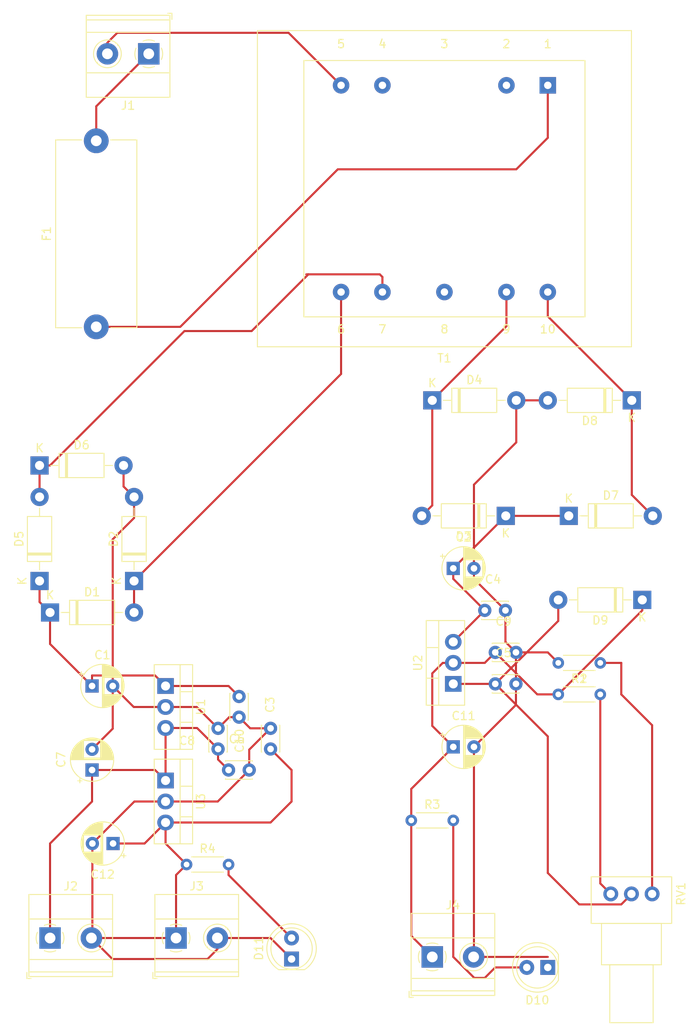
<source format=kicad_pcb>
(kicad_pcb (version 20171130) (host pcbnew "(5.1.9)-1")

  (general
    (thickness 1.6)
    (drawings 0)
    (tracks 148)
    (zones 0)
    (modules 37)
    (nets 20)
  )

  (page A4)
  (layers
    (0 F.Cu signal)
    (31 B.Cu signal)
    (32 B.Adhes user)
    (33 F.Adhes user)
    (34 B.Paste user)
    (35 F.Paste user)
    (36 B.SilkS user)
    (37 F.SilkS user)
    (38 B.Mask user)
    (39 F.Mask user)
    (40 Dwgs.User user)
    (41 Cmts.User user)
    (42 Eco1.User user)
    (43 Eco2.User user)
    (44 Edge.Cuts user)
    (45 Margin user)
    (46 B.CrtYd user)
    (47 F.CrtYd user)
    (48 B.Fab user)
    (49 F.Fab user)
  )

  (setup
    (last_trace_width 0.25)
    (trace_clearance 0.2)
    (zone_clearance 0.508)
    (zone_45_only no)
    (trace_min 0.2)
    (via_size 0.8)
    (via_drill 0.4)
    (via_min_size 0.4)
    (via_min_drill 0.3)
    (uvia_size 0.3)
    (uvia_drill 0.1)
    (uvias_allowed no)
    (uvia_min_size 0.2)
    (uvia_min_drill 0.1)
    (edge_width 0.05)
    (segment_width 0.2)
    (pcb_text_width 0.3)
    (pcb_text_size 1.5 1.5)
    (mod_edge_width 0.12)
    (mod_text_size 1 1)
    (mod_text_width 0.15)
    (pad_size 3 3)
    (pad_drill 1.5)
    (pad_to_mask_clearance 0)
    (aux_axis_origin 0 0)
    (visible_elements 7FFFFFFF)
    (pcbplotparams
      (layerselection 0x010fc_ffffffff)
      (usegerberextensions false)
      (usegerberattributes true)
      (usegerberadvancedattributes true)
      (creategerberjobfile true)
      (excludeedgelayer true)
      (linewidth 0.100000)
      (plotframeref false)
      (viasonmask false)
      (mode 1)
      (useauxorigin false)
      (hpglpennumber 1)
      (hpglpenspeed 20)
      (hpglpendiameter 15.000000)
      (psnegative false)
      (psa4output false)
      (plotreference true)
      (plotvalue true)
      (plotinvisibletext false)
      (padsonsilk false)
      (subtractmaskfromsilk false)
      (outputformat 1)
      (mirror false)
      (drillshape 1)
      (scaleselection 1)
      (outputdirectory ""))
  )

  (net 0 "")
  (net 1 "Net-(C1-Pad1)")
  (net 2 "Net-(C1-Pad2)")
  (net 3 "Net-(D3-Pad2)")
  (net 4 "Net-(C2-Pad1)")
  (net 5 "Net-(C11-Pad2)")
  (net 6 "Net-(D5-Pad2)")
  (net 7 "Net-(D7-Pad2)")
  (net 8 "Net-(C11-Pad1)")
  (net 9 "Net-(C5-Pad1)")
  (net 10 "Net-(C6-Pad1)")
  (net 11 "Net-(C10-Pad1)")
  (net 12 "Net-(D10-Pad2)")
  (net 13 "Net-(D11-Pad2)")
  (net 14 "Net-(F1-Pad2)")
  (net 15 "Net-(F1-Pad1)")
  (net 16 "Net-(J1-Pad2)")
  (net 17 "Net-(R1-Pad2)")
  (net 18 "Net-(R2-Pad1)")
  (net 19 /3)

  (net_class Default "This is the default net class."
    (clearance 0.2)
    (trace_width 0.25)
    (via_dia 0.8)
    (via_drill 0.4)
    (uvia_dia 0.3)
    (uvia_drill 0.1)
    (add_net /3)
    (add_net "Net-(C1-Pad1)")
    (add_net "Net-(C1-Pad2)")
    (add_net "Net-(C10-Pad1)")
    (add_net "Net-(C11-Pad1)")
    (add_net "Net-(C11-Pad2)")
    (add_net "Net-(C2-Pad1)")
    (add_net "Net-(C5-Pad1)")
    (add_net "Net-(C6-Pad1)")
    (add_net "Net-(D10-Pad2)")
    (add_net "Net-(D11-Pad2)")
    (add_net "Net-(D3-Pad2)")
    (add_net "Net-(D5-Pad2)")
    (add_net "Net-(D7-Pad2)")
    (add_net "Net-(F1-Pad1)")
    (add_net "Net-(F1-Pad2)")
    (add_net "Net-(J1-Pad2)")
    (add_net "Net-(R1-Pad2)")
    (add_net "Net-(R2-Pad1)")
  )

  (module Fuse:Fuseholder_Cylinder-5x20mm_Schurter_0031_8201_Horizontal_Open (layer F.Cu) (tedit 5D717D34) (tstamp 60A68DBF)
    (at 55.88 54.61 90)
    (descr "Fuseholder horizontal open, 5x20mm, 500V, 16A, Schurter 0031.8201, https://us.schurter.com/bundles/snceschurter/epim/_ProdPool_/newDS/en/typ_OGN.pdf")
    (tags "Fuseholder horizontal open 5x20 Schurter 0031.8201")
    (path /60402DB1)
    (fp_text reference F1 (at 11.25 -6 90) (layer F.SilkS)
      (effects (font (size 1 1) (thickness 0.15)))
    )
    (fp_text value Fuse (at 11.25 6 90) (layer F.Fab)
      (effects (font (size 1 1) (thickness 0.15)))
    )
    (fp_line (start -0.11 4.91) (end -0.11 1.75) (layer F.SilkS) (width 0.12))
    (fp_line (start 24.25 -5.05) (end 24.25 5.05) (layer F.CrtYd) (width 0.05))
    (fp_line (start -0.11 4.91) (end 22.61 4.91) (layer F.SilkS) (width 0.12))
    (fp_line (start -1.75 -5.05) (end 24.25 -5.05) (layer F.CrtYd) (width 0.05))
    (fp_line (start 24.25 5.05) (end -1.75 5.05) (layer F.CrtYd) (width 0.05))
    (fp_line (start -0.11 -4.91) (end 22.61 -4.91) (layer F.SilkS) (width 0.12))
    (fp_line (start -0.11 -1.75) (end -0.11 -4.91) (layer F.SilkS) (width 0.12))
    (fp_line (start 22.61 -1.75) (end 22.61 -4.91) (layer F.SilkS) (width 0.12))
    (fp_line (start 22.61 4.91) (end 22.61 1.75) (layer F.SilkS) (width 0.12))
    (fp_line (start -1.75 5.05) (end -1.75 -5.05) (layer F.CrtYd) (width 0.05))
    (fp_line (start 22.5 -4.8) (end 0 -4.8) (layer F.Fab) (width 0.1))
    (fp_line (start 22.5 4.8) (end 22.5 -4.8) (layer F.Fab) (width 0.1))
    (fp_line (start 0 4.8) (end 22.5 4.8) (layer F.Fab) (width 0.1))
    (fp_line (start 0 -4.8) (end 0 4.8) (layer F.Fab) (width 0.1))
    (fp_text user %R (at 11.25 4 90) (layer F.Fab)
      (effects (font (size 1 1) (thickness 0.15)))
    )
    (pad "" np_thru_hole circle (at 11.25 0 90) (size 2.7 2.7) (drill 2.7) (layers *.Cu *.Mask))
    (pad 2 thru_hole circle (at 22.5 0 90) (size 3 3) (drill 1.3) (layers *.Cu *.Mask)
      (net 14 "Net-(F1-Pad2)"))
    (pad 1 thru_hole circle (at 0 0 90) (size 3 3) (drill 1.3) (layers *.Cu *.Mask)
      (net 15 "Net-(F1-Pad1)"))
    (model ${KISYS3DMOD}/Fuse.3dshapes/Fuseholder_Cylinder-5x20mm_Schurter_0031_8201_Horizontal_Open.wrl
      (at (xyz 0 0 0))
      (scale (xyz 1 1 1))
      (rotate (xyz 0 0 0))
    )
  )

  (module Custom:Transformer_Breve_TEZ-38x45 (layer F.Cu) (tedit 60CCAB4B) (tstamp 60A68F0E)
    (at 110.49 25.4 180)
    (descr http://www.breve.pl/pdf/ANG/TEZ_ang.pdf)
    (tags "TEZ PCB Transformer")
    (path /603FCCA7)
    (fp_text reference T1 (at 12.5 -33 180) (layer F.SilkS)
      (effects (font (size 1 1) (thickness 0.15)))
    )
    (fp_text value Transformer_1P_2S (at 12.25 -11 180) (layer F.Fab)
      (effects (font (size 1 1) (thickness 0.15)))
    )
    (fp_line (start -4.5 -28) (end 29.5 -28) (layer F.SilkS) (width 0.12))
    (fp_line (start 29.5 -28) (end 29.5 3) (layer F.SilkS) (width 0.12))
    (fp_line (start 29.5 3) (end -4.5 3) (layer F.SilkS) (width 0.12))
    (fp_line (start -4.5 3) (end -4.5 -28) (layer F.SilkS) (width 0.12))
    (fp_line (start -4.5 -28) (end 29.5 -28) (layer F.Fab) (width 0.1))
    (fp_line (start 29.5 -28) (end 29.5 3) (layer F.Fab) (width 0.1))
    (fp_line (start 29.5 3) (end -4.5 3) (layer F.Fab) (width 0.1))
    (fp_line (start -4.5 3) (end -4.5 -28) (layer F.Fab) (width 0.1))
    (fp_line (start -10 -31.5) (end 35 -31.5) (layer F.Fab) (width 0.1))
    (fp_line (start 35 -31.5) (end 35 6.5) (layer F.Fab) (width 0.1))
    (fp_line (start 35 6.5) (end -10 6.5) (layer F.Fab) (width 0.1))
    (fp_line (start -10 6.5) (end -10 -31.5) (layer F.Fab) (width 0.1))
    (fp_line (start -10.25 -31.75) (end 35.25 -31.75) (layer F.CrtYd) (width 0.05))
    (fp_line (start -10.25 -31.75) (end -10.25 6.75) (layer F.CrtYd) (width 0.05))
    (fp_line (start 35.25 6.75) (end 35.25 -31.75) (layer F.CrtYd) (width 0.05))
    (fp_line (start 35.25 6.75) (end -10.25 6.75) (layer F.CrtYd) (width 0.05))
    (fp_line (start -10.12 -31.62) (end 35.12 -31.62) (layer F.SilkS) (width 0.12))
    (fp_line (start -10.12 -31.62) (end -10.12 6.62) (layer F.SilkS) (width 0.12))
    (fp_line (start 35.12 6.62) (end 35.12 -31.62) (layer F.SilkS) (width 0.12))
    (fp_line (start 35.12 6.62) (end -10.12 6.62) (layer F.SilkS) (width 0.12))
    (fp_text user %R (at 12.5 -12.5 180) (layer F.Fab)
      (effects (font (size 1 1) (thickness 0.15)))
    )
    (fp_text user 1 (at 0 5 180) (layer F.SilkS)
      (effects (font (size 1 1) (thickness 0.15)))
    )
    (fp_text user 2 (at 5 5 180) (layer F.SilkS)
      (effects (font (size 1 1) (thickness 0.15)))
    )
    (fp_text user 3 (at 12.5 5 180) (layer F.SilkS)
      (effects (font (size 1 1) (thickness 0.15)))
    )
    (fp_text user 4 (at 20 5 180) (layer F.SilkS)
      (effects (font (size 1 1) (thickness 0.15)))
    )
    (fp_text user 5 (at 25 5 180) (layer F.SilkS)
      (effects (font (size 1 1) (thickness 0.15)))
    )
    (fp_text user 6 (at 25 -29.5 180) (layer F.SilkS)
      (effects (font (size 1 1) (thickness 0.15)))
    )
    (fp_text user 7 (at 20 -29.5 180) (layer F.SilkS)
      (effects (font (size 1 1) (thickness 0.15)))
    )
    (fp_text user 8 (at 12.5 -29.5 180) (layer F.SilkS)
      (effects (font (size 1 1) (thickness 0.15)))
    )
    (fp_text user 9 (at 5 -29.5 180) (layer F.SilkS)
      (effects (font (size 1 1) (thickness 0.15)))
    )
    (fp_text user 10 (at 0 -29.5 180) (layer F.SilkS)
      (effects (font (size 1 1) (thickness 0.15)))
    )
    (pad 6 thru_hole circle (at 0 -25 180) (size 2 2) (drill 0.9) (layers *.Cu *.Mask)
      (net 7 "Net-(D7-Pad2)"))
    (pad 5 thru_hole circle (at 5 -25 180) (size 2 2) (drill 0.9) (layers *.Cu *.Mask)
      (net 3 "Net-(D3-Pad2)"))
    (pad 8 thru_hole circle (at 12.5 -25 180) (size 2 2) (drill 0.9) (layers *.Cu *.Mask))
    (pad 4 thru_hole circle (at 20 -25 180) (size 2 2) (drill 0.9) (layers *.Cu *.Mask)
      (net 6 "Net-(D5-Pad2)"))
    (pad 3 thru_hole circle (at 25 -25 180) (size 2 2) (drill 0.9) (layers *.Cu *.Mask)
      (net 19 /3))
    (pad 2 thru_hole circle (at 25 0 180) (size 2 2) (drill 0.9) (layers *.Cu *.Mask)
      (net 16 "Net-(J1-Pad2)"))
    (pad "" thru_hole circle (at 20 0 180) (size 2 2) (drill 0.9) (layers *.Cu *.Mask))
    (pad "" thru_hole circle (at 5 0 180) (size 2 2) (drill 0.9) (layers *.Cu *.Mask))
    (pad 1 thru_hole rect (at 0 0 180) (size 2 2) (drill 0.9) (layers *.Cu *.Mask)
      (net 15 "Net-(F1-Pad1)"))
    (model ${KISYS3DMOD}/Transformer_THT.3dshapes/Transformer_Breve_TEZ-38x45.wrl
      (at (xyz 0 0 0))
      (scale (xyz 1 1 1))
      (rotate (xyz 0 0 0))
    )
  )

  (module Potentiometer_THT:Potentiometer_Alps_RK09Y11_Single_Horizontal (layer F.Cu) (tedit 5A3D4993) (tstamp 60A68EDF)
    (at 118.11 123.19 270)
    (descr "Potentiometer, horizontal, Alps RK09Y11 Single, http://www.alps.com/prod/info/E/HTML/Potentiometer/RotaryPotentiometers/RK09Y11/RK09Y11_list.html")
    (tags "Potentiometer horizontal Alps RK09Y11 Single")
    (path /60498336)
    (fp_text reference RV1 (at 0 -8.5 90) (layer F.SilkS)
      (effects (font (size 1 1) (thickness 0.15)))
    )
    (fp_text value 1k (at 0 3.5 90) (layer F.Fab)
      (effects (font (size 1 1) (thickness 0.15)))
    )
    (fp_line (start 15.7 -7.5) (end -2.2 -7.5) (layer F.CrtYd) (width 0.05))
    (fp_line (start 15.7 2.5) (end 15.7 -7.5) (layer F.CrtYd) (width 0.05))
    (fp_line (start -2.2 2.5) (end 15.7 2.5) (layer F.CrtYd) (width 0.05))
    (fp_line (start -2.2 -7.5) (end -2.2 2.5) (layer F.CrtYd) (width 0.05))
    (fp_line (start 15.57 -5.12) (end 15.57 0.12) (layer F.SilkS) (width 0.12))
    (fp_line (start 8.57 -5.12) (end 8.57 0.12) (layer F.SilkS) (width 0.12))
    (fp_line (start 8.57 0.12) (end 15.57 0.12) (layer F.SilkS) (width 0.12))
    (fp_line (start 8.57 -5.12) (end 15.57 -5.12) (layer F.SilkS) (width 0.12))
    (fp_line (start 8.57 -6.12) (end 8.57 1.12) (layer F.SilkS) (width 0.12))
    (fp_line (start 3.57 -6.12) (end 3.57 1.12) (layer F.SilkS) (width 0.12))
    (fp_line (start 3.57 1.12) (end 8.57 1.12) (layer F.SilkS) (width 0.12))
    (fp_line (start 3.57 -6.12) (end 8.57 -6.12) (layer F.SilkS) (width 0.12))
    (fp_line (start 3.57 -7.37) (end 3.57 2.37) (layer F.SilkS) (width 0.12))
    (fp_line (start -2.071 -7.37) (end -2.071 2.37) (layer F.SilkS) (width 0.12))
    (fp_line (start -2.071 2.37) (end 3.57 2.37) (layer F.SilkS) (width 0.12))
    (fp_line (start -2.071 -7.37) (end 3.57 -7.37) (layer F.SilkS) (width 0.12))
    (fp_line (start 15.45 -5) (end 8.45 -5) (layer F.Fab) (width 0.1))
    (fp_line (start 15.45 0) (end 15.45 -5) (layer F.Fab) (width 0.1))
    (fp_line (start 8.45 0) (end 15.45 0) (layer F.Fab) (width 0.1))
    (fp_line (start 8.45 -5) (end 8.45 0) (layer F.Fab) (width 0.1))
    (fp_line (start 8.45 -6) (end 3.45 -6) (layer F.Fab) (width 0.1))
    (fp_line (start 8.45 1) (end 8.45 -6) (layer F.Fab) (width 0.1))
    (fp_line (start 3.45 1) (end 8.45 1) (layer F.Fab) (width 0.1))
    (fp_line (start 3.45 -6) (end 3.45 1) (layer F.Fab) (width 0.1))
    (fp_line (start 3.45 -7.25) (end -1.95 -7.25) (layer F.Fab) (width 0.1))
    (fp_line (start 3.45 2.25) (end 3.45 -7.25) (layer F.Fab) (width 0.1))
    (fp_line (start -1.95 2.25) (end 3.45 2.25) (layer F.Fab) (width 0.1))
    (fp_line (start -1.95 -7.25) (end -1.95 2.25) (layer F.Fab) (width 0.1))
    (fp_text user %R (at 0.75 -2.5 90) (layer F.Fab)
      (effects (font (size 1 1) (thickness 0.15)))
    )
    (pad 1 thru_hole circle (at 0 0 270) (size 1.8 1.8) (drill 1) (layers *.Cu *.Mask)
      (net 17 "Net-(R1-Pad2)"))
    (pad 2 thru_hole circle (at 0 -2.5 270) (size 1.8 1.8) (drill 1) (layers *.Cu *.Mask)
      (net 9 "Net-(C5-Pad1)"))
    (pad 3 thru_hole circle (at 0 -5 270) (size 1.8 1.8) (drill 1) (layers *.Cu *.Mask)
      (net 18 "Net-(R2-Pad1)"))
    (model ${KISYS3DMOD}/Potentiometer_THT.3dshapes/Potentiometer_Alps_RK09Y11_Single_Horizontal.wrl
      (at (xyz 0 0 0))
      (scale (xyz 1 1 1))
      (rotate (xyz 0 0 0))
    )
  )

  (module Capacitor_THT:C_Disc_D3.0mm_W2.0mm_P2.50mm (layer F.Cu) (tedit 5AE50EF0) (tstamp 60A68A5A)
    (at 104.14 93.98)
    (descr "C, Disc series, Radial, pin pitch=2.50mm, , diameter*width=3*2mm^2, Capacitor")
    (tags "C Disc series Radial pin pitch 2.50mm  diameter 3mm width 2mm Capacitor")
    (path /6046B394)
    (fp_text reference C9 (at 1 -3.75) (layer F.SilkS)
      (effects (font (size 1 1) (thickness 0.15)))
    )
    (fp_text value 100nF (at 1 3.75) (layer F.Fab)
      (effects (font (size 1 1) (thickness 0.15)))
    )
    (fp_line (start 3.55 -1.25) (end -1.05 -1.25) (layer F.CrtYd) (width 0.05))
    (fp_line (start 3.55 1.25) (end 3.55 -1.25) (layer F.CrtYd) (width 0.05))
    (fp_line (start -1.05 1.25) (end 3.55 1.25) (layer F.CrtYd) (width 0.05))
    (fp_line (start -1.05 -1.25) (end -1.05 1.25) (layer F.CrtYd) (width 0.05))
    (fp_line (start 2.87 1.055) (end 2.87 1.12) (layer F.SilkS) (width 0.12))
    (fp_line (start 2.87 -1.12) (end 2.87 -1.055) (layer F.SilkS) (width 0.12))
    (fp_line (start -0.37 1.055) (end -0.37 1.12) (layer F.SilkS) (width 0.12))
    (fp_line (start -0.37 -1.12) (end -0.37 -1.055) (layer F.SilkS) (width 0.12))
    (fp_line (start -0.37 1.12) (end 2.87 1.12) (layer F.SilkS) (width 0.12))
    (fp_line (start -0.37 -1.12) (end 2.87 -1.12) (layer F.SilkS) (width 0.12))
    (fp_line (start 2.75 -1) (end -0.25 -1) (layer F.Fab) (width 0.1))
    (fp_line (start 2.75 1) (end 2.75 -1) (layer F.Fab) (width 0.1))
    (fp_line (start -0.25 1) (end 2.75 1) (layer F.Fab) (width 0.1))
    (fp_line (start -0.25 -1) (end -0.25 1) (layer F.Fab) (width 0.1))
    (fp_text user %R (at 1 0) (layer F.Fab)
      (effects (font (size 1 1) (thickness 0.15)))
    )
    (pad 2 thru_hole circle (at 2.5 0) (size 1.6 1.6) (drill 0.8) (layers *.Cu *.Mask)
      (net 5 "Net-(C11-Pad2)"))
    (pad 1 thru_hole circle (at 0 0) (size 1.6 1.6) (drill 0.8) (layers *.Cu *.Mask)
      (net 8 "Net-(C11-Pad1)"))
    (model ${KISYS3DMOD}/Capacitor_THT.3dshapes/C_Disc_D3.0mm_W2.0mm_P2.50mm.wrl
      (at (xyz 0 0 0))
      (scale (xyz 1 1 1))
      (rotate (xyz 0 0 0))
    )
  )

  (module Capacitor_THT:C_Disc_D3.0mm_W2.0mm_P2.50mm (layer F.Cu) (tedit 5AE50EF0) (tstamp 60A689B8)
    (at 104.14 97.79)
    (descr "C, Disc series, Radial, pin pitch=2.50mm, , diameter*width=3*2mm^2, Capacitor")
    (tags "C Disc series Radial pin pitch 2.50mm  diameter 3mm width 2mm Capacitor")
    (path /604C6F0E)
    (fp_text reference C5 (at 1 -3.75) (layer F.SilkS)
      (effects (font (size 1 1) (thickness 0.15)))
    )
    (fp_text value 100nF (at 1 3.75) (layer F.Fab)
      (effects (font (size 1 1) (thickness 0.15)))
    )
    (fp_line (start 3.55 -1.25) (end -1.05 -1.25) (layer F.CrtYd) (width 0.05))
    (fp_line (start 3.55 1.25) (end 3.55 -1.25) (layer F.CrtYd) (width 0.05))
    (fp_line (start -1.05 1.25) (end 3.55 1.25) (layer F.CrtYd) (width 0.05))
    (fp_line (start -1.05 -1.25) (end -1.05 1.25) (layer F.CrtYd) (width 0.05))
    (fp_line (start 2.87 1.055) (end 2.87 1.12) (layer F.SilkS) (width 0.12))
    (fp_line (start 2.87 -1.12) (end 2.87 -1.055) (layer F.SilkS) (width 0.12))
    (fp_line (start -0.37 1.055) (end -0.37 1.12) (layer F.SilkS) (width 0.12))
    (fp_line (start -0.37 -1.12) (end -0.37 -1.055) (layer F.SilkS) (width 0.12))
    (fp_line (start -0.37 1.12) (end 2.87 1.12) (layer F.SilkS) (width 0.12))
    (fp_line (start -0.37 -1.12) (end 2.87 -1.12) (layer F.SilkS) (width 0.12))
    (fp_line (start 2.75 -1) (end -0.25 -1) (layer F.Fab) (width 0.1))
    (fp_line (start 2.75 1) (end 2.75 -1) (layer F.Fab) (width 0.1))
    (fp_line (start -0.25 1) (end 2.75 1) (layer F.Fab) (width 0.1))
    (fp_line (start -0.25 -1) (end -0.25 1) (layer F.Fab) (width 0.1))
    (fp_text user %R (at 1 0) (layer F.Fab)
      (effects (font (size 1 1) (thickness 0.15)))
    )
    (pad 2 thru_hole circle (at 2.5 0) (size 1.6 1.6) (drill 0.8) (layers *.Cu *.Mask)
      (net 5 "Net-(C11-Pad2)"))
    (pad 1 thru_hole circle (at 0 0) (size 1.6 1.6) (drill 0.8) (layers *.Cu *.Mask)
      (net 9 "Net-(C5-Pad1)"))
    (model ${KISYS3DMOD}/Capacitor_THT.3dshapes/C_Disc_D3.0mm_W2.0mm_P2.50mm.wrl
      (at (xyz 0 0 0))
      (scale (xyz 1 1 1))
      (rotate (xyz 0 0 0))
    )
  )

  (module Capacitor_THT:C_Disc_D3.0mm_W2.0mm_P2.50mm (layer F.Cu) (tedit 5AE50EF0) (tstamp 60A689AE)
    (at 102.87 88.9)
    (descr "C, Disc series, Radial, pin pitch=2.50mm, , diameter*width=3*2mm^2, Capacitor")
    (tags "C Disc series Radial pin pitch 2.50mm  diameter 3mm width 2mm Capacitor")
    (path /6046B3AB)
    (fp_text reference C4 (at 1 -3.75) (layer F.SilkS)
      (effects (font (size 1 1) (thickness 0.15)))
    )
    (fp_text value 100nF (at 1 3.75) (layer F.Fab)
      (effects (font (size 1 1) (thickness 0.15)))
    )
    (fp_line (start 3.55 -1.25) (end -1.05 -1.25) (layer F.CrtYd) (width 0.05))
    (fp_line (start 3.55 1.25) (end 3.55 -1.25) (layer F.CrtYd) (width 0.05))
    (fp_line (start -1.05 1.25) (end 3.55 1.25) (layer F.CrtYd) (width 0.05))
    (fp_line (start -1.05 -1.25) (end -1.05 1.25) (layer F.CrtYd) (width 0.05))
    (fp_line (start 2.87 1.055) (end 2.87 1.12) (layer F.SilkS) (width 0.12))
    (fp_line (start 2.87 -1.12) (end 2.87 -1.055) (layer F.SilkS) (width 0.12))
    (fp_line (start -0.37 1.055) (end -0.37 1.12) (layer F.SilkS) (width 0.12))
    (fp_line (start -0.37 -1.12) (end -0.37 -1.055) (layer F.SilkS) (width 0.12))
    (fp_line (start -0.37 1.12) (end 2.87 1.12) (layer F.SilkS) (width 0.12))
    (fp_line (start -0.37 -1.12) (end 2.87 -1.12) (layer F.SilkS) (width 0.12))
    (fp_line (start 2.75 -1) (end -0.25 -1) (layer F.Fab) (width 0.1))
    (fp_line (start 2.75 1) (end 2.75 -1) (layer F.Fab) (width 0.1))
    (fp_line (start -0.25 1) (end 2.75 1) (layer F.Fab) (width 0.1))
    (fp_line (start -0.25 -1) (end -0.25 1) (layer F.Fab) (width 0.1))
    (fp_text user %R (at 1 0) (layer F.Fab)
      (effects (font (size 1 1) (thickness 0.15)))
    )
    (pad 2 thru_hole circle (at 2.5 0) (size 1.6 1.6) (drill 0.8) (layers *.Cu *.Mask)
      (net 5 "Net-(C11-Pad2)"))
    (pad 1 thru_hole circle (at 0 0) (size 1.6 1.6) (drill 0.8) (layers *.Cu *.Mask)
      (net 4 "Net-(C2-Pad1)"))
    (model ${KISYS3DMOD}/Capacitor_THT.3dshapes/C_Disc_D3.0mm_W2.0mm_P2.50mm.wrl
      (at (xyz 0 0 0))
      (scale (xyz 1 1 1))
      (rotate (xyz 0 0 0))
    )
  )

  (module Capacitor_THT:C_Disc_D3.0mm_W2.0mm_P2.50mm (layer F.Cu) (tedit 5AE50EF0) (tstamp 60A689A4)
    (at 73.152 99.314 270)
    (descr "C, Disc series, Radial, pin pitch=2.50mm, , diameter*width=3*2mm^2, Capacitor")
    (tags "C Disc series Radial pin pitch 2.50mm  diameter 3mm width 2mm Capacitor")
    (path /60411874)
    (fp_text reference C3 (at 1 -3.75 90) (layer F.SilkS)
      (effects (font (size 1 1) (thickness 0.15)))
    )
    (fp_text value 100nF (at 1 3.75 90) (layer F.Fab)
      (effects (font (size 1 1) (thickness 0.15)))
    )
    (fp_line (start 3.55 -1.25) (end -1.05 -1.25) (layer F.CrtYd) (width 0.05))
    (fp_line (start 3.55 1.25) (end 3.55 -1.25) (layer F.CrtYd) (width 0.05))
    (fp_line (start -1.05 1.25) (end 3.55 1.25) (layer F.CrtYd) (width 0.05))
    (fp_line (start -1.05 -1.25) (end -1.05 1.25) (layer F.CrtYd) (width 0.05))
    (fp_line (start 2.87 1.055) (end 2.87 1.12) (layer F.SilkS) (width 0.12))
    (fp_line (start 2.87 -1.12) (end 2.87 -1.055) (layer F.SilkS) (width 0.12))
    (fp_line (start -0.37 1.055) (end -0.37 1.12) (layer F.SilkS) (width 0.12))
    (fp_line (start -0.37 -1.12) (end -0.37 -1.055) (layer F.SilkS) (width 0.12))
    (fp_line (start -0.37 1.12) (end 2.87 1.12) (layer F.SilkS) (width 0.12))
    (fp_line (start -0.37 -1.12) (end 2.87 -1.12) (layer F.SilkS) (width 0.12))
    (fp_line (start 2.75 -1) (end -0.25 -1) (layer F.Fab) (width 0.1))
    (fp_line (start 2.75 1) (end 2.75 -1) (layer F.Fab) (width 0.1))
    (fp_line (start -0.25 1) (end 2.75 1) (layer F.Fab) (width 0.1))
    (fp_line (start -0.25 -1) (end -0.25 1) (layer F.Fab) (width 0.1))
    (fp_text user %R (at 1 0 90) (layer F.Fab)
      (effects (font (size 1 1) (thickness 0.15)))
    )
    (pad 2 thru_hole circle (at 2.5 0 270) (size 1.6 1.6) (drill 0.8) (layers *.Cu *.Mask)
      (net 2 "Net-(C1-Pad2)"))
    (pad 1 thru_hole circle (at 0 0 270) (size 1.6 1.6) (drill 0.8) (layers *.Cu *.Mask)
      (net 1 "Net-(C1-Pad1)"))
    (model ${KISYS3DMOD}/Capacitor_THT.3dshapes/C_Disc_D3.0mm_W2.0mm_P2.50mm.wrl
      (at (xyz 0 0 0))
      (scale (xyz 1 1 1))
      (rotate (xyz 0 0 0))
    )
  )

  (module Capacitor_THT:C_Disc_D3.0mm_W2.0mm_P2.50mm (layer F.Cu) (tedit 5AE50EF0) (tstamp 60A68A64)
    (at 76.962 105.664 90)
    (descr "C, Disc series, Radial, pin pitch=2.50mm, , diameter*width=3*2mm^2, Capacitor")
    (tags "C Disc series Radial pin pitch 2.50mm  diameter 3mm width 2mm Capacitor")
    (path /60423ED2)
    (fp_text reference C10 (at 1 -3.75 90) (layer F.SilkS)
      (effects (font (size 1 1) (thickness 0.15)))
    )
    (fp_text value 100nF (at 1 3.75 90) (layer F.Fab)
      (effects (font (size 1 1) (thickness 0.15)))
    )
    (fp_line (start 3.55 -1.25) (end -1.05 -1.25) (layer F.CrtYd) (width 0.05))
    (fp_line (start 3.55 1.25) (end 3.55 -1.25) (layer F.CrtYd) (width 0.05))
    (fp_line (start -1.05 1.25) (end 3.55 1.25) (layer F.CrtYd) (width 0.05))
    (fp_line (start -1.05 -1.25) (end -1.05 1.25) (layer F.CrtYd) (width 0.05))
    (fp_line (start 2.87 1.055) (end 2.87 1.12) (layer F.SilkS) (width 0.12))
    (fp_line (start 2.87 -1.12) (end 2.87 -1.055) (layer F.SilkS) (width 0.12))
    (fp_line (start -0.37 1.055) (end -0.37 1.12) (layer F.SilkS) (width 0.12))
    (fp_line (start -0.37 -1.12) (end -0.37 -1.055) (layer F.SilkS) (width 0.12))
    (fp_line (start -0.37 1.12) (end 2.87 1.12) (layer F.SilkS) (width 0.12))
    (fp_line (start -0.37 -1.12) (end 2.87 -1.12) (layer F.SilkS) (width 0.12))
    (fp_line (start 2.75 -1) (end -0.25 -1) (layer F.Fab) (width 0.1))
    (fp_line (start 2.75 1) (end 2.75 -1) (layer F.Fab) (width 0.1))
    (fp_line (start -0.25 1) (end 2.75 1) (layer F.Fab) (width 0.1))
    (fp_line (start -0.25 -1) (end -0.25 1) (layer F.Fab) (width 0.1))
    (fp_text user %R (at 1 0 90) (layer F.Fab)
      (effects (font (size 1 1) (thickness 0.15)))
    )
    (pad 2 thru_hole circle (at 2.5 0 90) (size 1.6 1.6) (drill 0.8) (layers *.Cu *.Mask)
      (net 2 "Net-(C1-Pad2)"))
    (pad 1 thru_hole circle (at 0 0 90) (size 1.6 1.6) (drill 0.8) (layers *.Cu *.Mask)
      (net 11 "Net-(C10-Pad1)"))
    (model ${KISYS3DMOD}/Capacitor_THT.3dshapes/C_Disc_D3.0mm_W2.0mm_P2.50mm.wrl
      (at (xyz 0 0 0))
      (scale (xyz 1 1 1))
      (rotate (xyz 0 0 0))
    )
  )

  (module Capacitor_THT:C_Disc_D3.0mm_W2.0mm_P2.50mm (layer F.Cu) (tedit 5AE50EF0) (tstamp 60A689C2)
    (at 71.882 108.204)
    (descr "C, Disc series, Radial, pin pitch=2.50mm, , diameter*width=3*2mm^2, Capacitor")
    (tags "C Disc series Radial pin pitch 2.50mm  diameter 3mm width 2mm Capacitor")
    (path /6041905C)
    (fp_text reference C6 (at 1 -3.75) (layer F.SilkS)
      (effects (font (size 1 1) (thickness 0.15)))
    )
    (fp_text value 100nF (at 1 3.75) (layer F.Fab)
      (effects (font (size 1 1) (thickness 0.15)))
    )
    (fp_line (start 3.55 -1.25) (end -1.05 -1.25) (layer F.CrtYd) (width 0.05))
    (fp_line (start 3.55 1.25) (end 3.55 -1.25) (layer F.CrtYd) (width 0.05))
    (fp_line (start -1.05 1.25) (end 3.55 1.25) (layer F.CrtYd) (width 0.05))
    (fp_line (start -1.05 -1.25) (end -1.05 1.25) (layer F.CrtYd) (width 0.05))
    (fp_line (start 2.87 1.055) (end 2.87 1.12) (layer F.SilkS) (width 0.12))
    (fp_line (start 2.87 -1.12) (end 2.87 -1.055) (layer F.SilkS) (width 0.12))
    (fp_line (start -0.37 1.055) (end -0.37 1.12) (layer F.SilkS) (width 0.12))
    (fp_line (start -0.37 -1.12) (end -0.37 -1.055) (layer F.SilkS) (width 0.12))
    (fp_line (start -0.37 1.12) (end 2.87 1.12) (layer F.SilkS) (width 0.12))
    (fp_line (start -0.37 -1.12) (end 2.87 -1.12) (layer F.SilkS) (width 0.12))
    (fp_line (start 2.75 -1) (end -0.25 -1) (layer F.Fab) (width 0.1))
    (fp_line (start 2.75 1) (end 2.75 -1) (layer F.Fab) (width 0.1))
    (fp_line (start -0.25 1) (end 2.75 1) (layer F.Fab) (width 0.1))
    (fp_line (start -0.25 -1) (end -0.25 1) (layer F.Fab) (width 0.1))
    (fp_text user %R (at 1 0) (layer F.Fab)
      (effects (font (size 1 1) (thickness 0.15)))
    )
    (pad 2 thru_hole circle (at 2.5 0) (size 1.6 1.6) (drill 0.8) (layers *.Cu *.Mask)
      (net 2 "Net-(C1-Pad2)"))
    (pad 1 thru_hole circle (at 0 0) (size 1.6 1.6) (drill 0.8) (layers *.Cu *.Mask)
      (net 10 "Net-(C6-Pad1)"))
    (model ${KISYS3DMOD}/Capacitor_THT.3dshapes/C_Disc_D3.0mm_W2.0mm_P2.50mm.wrl
      (at (xyz 0 0 0))
      (scale (xyz 1 1 1))
      (rotate (xyz 0 0 0))
    )
  )

  (module Capacitor_THT:C_Disc_D3.0mm_W2.0mm_P2.50mm (layer F.Cu) (tedit 5AE50EF0) (tstamp 60A68A50)
    (at 70.612 105.664 90)
    (descr "C, Disc series, Radial, pin pitch=2.50mm, , diameter*width=3*2mm^2, Capacitor")
    (tags "C Disc series Radial pin pitch 2.50mm  diameter 3mm width 2mm Capacitor")
    (path /6041C30F)
    (fp_text reference C8 (at 1 -3.75) (layer F.SilkS)
      (effects (font (size 1 1) (thickness 0.15)))
    )
    (fp_text value 100nF (at 1 3.75 90) (layer F.Fab)
      (effects (font (size 1 1) (thickness 0.15)))
    )
    (fp_line (start -0.25 -1) (end -0.25 1) (layer F.Fab) (width 0.1))
    (fp_line (start -0.25 1) (end 2.75 1) (layer F.Fab) (width 0.1))
    (fp_line (start 2.75 1) (end 2.75 -1) (layer F.Fab) (width 0.1))
    (fp_line (start 2.75 -1) (end -0.25 -1) (layer F.Fab) (width 0.1))
    (fp_line (start -0.37 -1.12) (end 2.87 -1.12) (layer F.SilkS) (width 0.12))
    (fp_line (start -0.37 1.12) (end 2.87 1.12) (layer F.SilkS) (width 0.12))
    (fp_line (start -0.37 -1.12) (end -0.37 -1.055) (layer F.SilkS) (width 0.12))
    (fp_line (start -0.37 1.055) (end -0.37 1.12) (layer F.SilkS) (width 0.12))
    (fp_line (start 2.87 -1.12) (end 2.87 -1.055) (layer F.SilkS) (width 0.12))
    (fp_line (start 2.87 1.055) (end 2.87 1.12) (layer F.SilkS) (width 0.12))
    (fp_line (start -1.05 -1.25) (end -1.05 1.25) (layer F.CrtYd) (width 0.05))
    (fp_line (start -1.05 1.25) (end 3.55 1.25) (layer F.CrtYd) (width 0.05))
    (fp_line (start 3.55 1.25) (end 3.55 -1.25) (layer F.CrtYd) (width 0.05))
    (fp_line (start 3.55 -1.25) (end -1.05 -1.25) (layer F.CrtYd) (width 0.05))
    (fp_text user %R (at 1 0 90) (layer F.Fab)
      (effects (font (size 1 1) (thickness 0.15)))
    )
    (pad 2 thru_hole circle (at 2.5 0 90) (size 1.6 1.6) (drill 0.8) (layers *.Cu *.Mask)
      (net 2 "Net-(C1-Pad2)"))
    (pad 1 thru_hole circle (at 0 0 90) (size 1.6 1.6) (drill 0.8) (layers *.Cu *.Mask)
      (net 10 "Net-(C6-Pad1)"))
    (model ${KISYS3DMOD}/Capacitor_THT.3dshapes/C_Disc_D3.0mm_W2.0mm_P2.50mm.wrl
      (at (xyz 0 0 0))
      (scale (xyz 1 1 1))
      (rotate (xyz 0 0 0))
    )
  )

  (module Capacitor_THT:CP_Radial_D5.0mm_P2.50mm (layer F.Cu) (tedit 5AE50EF0) (tstamp 60A68B6C)
    (at 57.912 117.094 180)
    (descr "CP, Radial series, Radial, pin pitch=2.50mm, , diameter=5mm, Electrolytic Capacitor")
    (tags "CP Radial series Radial pin pitch 2.50mm  diameter 5mm Electrolytic Capacitor")
    (path /6042483E)
    (fp_text reference C12 (at 1.25 -3.75) (layer F.SilkS)
      (effects (font (size 1 1) (thickness 0.15)))
    )
    (fp_text value 100uF (at 1.25 3.75) (layer F.Fab)
      (effects (font (size 1 1) (thickness 0.15)))
    )
    (fp_circle (center 1.25 0) (end 3.75 0) (layer F.Fab) (width 0.1))
    (fp_circle (center 1.25 0) (end 3.87 0) (layer F.SilkS) (width 0.12))
    (fp_circle (center 1.25 0) (end 4 0) (layer F.CrtYd) (width 0.05))
    (fp_line (start -0.883605 -1.0875) (end -0.383605 -1.0875) (layer F.Fab) (width 0.1))
    (fp_line (start -0.633605 -1.3375) (end -0.633605 -0.8375) (layer F.Fab) (width 0.1))
    (fp_line (start 1.25 -2.58) (end 1.25 2.58) (layer F.SilkS) (width 0.12))
    (fp_line (start 1.29 -2.58) (end 1.29 2.58) (layer F.SilkS) (width 0.12))
    (fp_line (start 1.33 -2.579) (end 1.33 2.579) (layer F.SilkS) (width 0.12))
    (fp_line (start 1.37 -2.578) (end 1.37 2.578) (layer F.SilkS) (width 0.12))
    (fp_line (start 1.41 -2.576) (end 1.41 2.576) (layer F.SilkS) (width 0.12))
    (fp_line (start 1.45 -2.573) (end 1.45 2.573) (layer F.SilkS) (width 0.12))
    (fp_line (start 1.49 -2.569) (end 1.49 -1.04) (layer F.SilkS) (width 0.12))
    (fp_line (start 1.49 1.04) (end 1.49 2.569) (layer F.SilkS) (width 0.12))
    (fp_line (start 1.53 -2.565) (end 1.53 -1.04) (layer F.SilkS) (width 0.12))
    (fp_line (start 1.53 1.04) (end 1.53 2.565) (layer F.SilkS) (width 0.12))
    (fp_line (start 1.57 -2.561) (end 1.57 -1.04) (layer F.SilkS) (width 0.12))
    (fp_line (start 1.57 1.04) (end 1.57 2.561) (layer F.SilkS) (width 0.12))
    (fp_line (start 1.61 -2.556) (end 1.61 -1.04) (layer F.SilkS) (width 0.12))
    (fp_line (start 1.61 1.04) (end 1.61 2.556) (layer F.SilkS) (width 0.12))
    (fp_line (start 1.65 -2.55) (end 1.65 -1.04) (layer F.SilkS) (width 0.12))
    (fp_line (start 1.65 1.04) (end 1.65 2.55) (layer F.SilkS) (width 0.12))
    (fp_line (start 1.69 -2.543) (end 1.69 -1.04) (layer F.SilkS) (width 0.12))
    (fp_line (start 1.69 1.04) (end 1.69 2.543) (layer F.SilkS) (width 0.12))
    (fp_line (start 1.73 -2.536) (end 1.73 -1.04) (layer F.SilkS) (width 0.12))
    (fp_line (start 1.73 1.04) (end 1.73 2.536) (layer F.SilkS) (width 0.12))
    (fp_line (start 1.77 -2.528) (end 1.77 -1.04) (layer F.SilkS) (width 0.12))
    (fp_line (start 1.77 1.04) (end 1.77 2.528) (layer F.SilkS) (width 0.12))
    (fp_line (start 1.81 -2.52) (end 1.81 -1.04) (layer F.SilkS) (width 0.12))
    (fp_line (start 1.81 1.04) (end 1.81 2.52) (layer F.SilkS) (width 0.12))
    (fp_line (start 1.85 -2.511) (end 1.85 -1.04) (layer F.SilkS) (width 0.12))
    (fp_line (start 1.85 1.04) (end 1.85 2.511) (layer F.SilkS) (width 0.12))
    (fp_line (start 1.89 -2.501) (end 1.89 -1.04) (layer F.SilkS) (width 0.12))
    (fp_line (start 1.89 1.04) (end 1.89 2.501) (layer F.SilkS) (width 0.12))
    (fp_line (start 1.93 -2.491) (end 1.93 -1.04) (layer F.SilkS) (width 0.12))
    (fp_line (start 1.93 1.04) (end 1.93 2.491) (layer F.SilkS) (width 0.12))
    (fp_line (start 1.971 -2.48) (end 1.971 -1.04) (layer F.SilkS) (width 0.12))
    (fp_line (start 1.971 1.04) (end 1.971 2.48) (layer F.SilkS) (width 0.12))
    (fp_line (start 2.011 -2.468) (end 2.011 -1.04) (layer F.SilkS) (width 0.12))
    (fp_line (start 2.011 1.04) (end 2.011 2.468) (layer F.SilkS) (width 0.12))
    (fp_line (start 2.051 -2.455) (end 2.051 -1.04) (layer F.SilkS) (width 0.12))
    (fp_line (start 2.051 1.04) (end 2.051 2.455) (layer F.SilkS) (width 0.12))
    (fp_line (start 2.091 -2.442) (end 2.091 -1.04) (layer F.SilkS) (width 0.12))
    (fp_line (start 2.091 1.04) (end 2.091 2.442) (layer F.SilkS) (width 0.12))
    (fp_line (start 2.131 -2.428) (end 2.131 -1.04) (layer F.SilkS) (width 0.12))
    (fp_line (start 2.131 1.04) (end 2.131 2.428) (layer F.SilkS) (width 0.12))
    (fp_line (start 2.171 -2.414) (end 2.171 -1.04) (layer F.SilkS) (width 0.12))
    (fp_line (start 2.171 1.04) (end 2.171 2.414) (layer F.SilkS) (width 0.12))
    (fp_line (start 2.211 -2.398) (end 2.211 -1.04) (layer F.SilkS) (width 0.12))
    (fp_line (start 2.211 1.04) (end 2.211 2.398) (layer F.SilkS) (width 0.12))
    (fp_line (start 2.251 -2.382) (end 2.251 -1.04) (layer F.SilkS) (width 0.12))
    (fp_line (start 2.251 1.04) (end 2.251 2.382) (layer F.SilkS) (width 0.12))
    (fp_line (start 2.291 -2.365) (end 2.291 -1.04) (layer F.SilkS) (width 0.12))
    (fp_line (start 2.291 1.04) (end 2.291 2.365) (layer F.SilkS) (width 0.12))
    (fp_line (start 2.331 -2.348) (end 2.331 -1.04) (layer F.SilkS) (width 0.12))
    (fp_line (start 2.331 1.04) (end 2.331 2.348) (layer F.SilkS) (width 0.12))
    (fp_line (start 2.371 -2.329) (end 2.371 -1.04) (layer F.SilkS) (width 0.12))
    (fp_line (start 2.371 1.04) (end 2.371 2.329) (layer F.SilkS) (width 0.12))
    (fp_line (start 2.411 -2.31) (end 2.411 -1.04) (layer F.SilkS) (width 0.12))
    (fp_line (start 2.411 1.04) (end 2.411 2.31) (layer F.SilkS) (width 0.12))
    (fp_line (start 2.451 -2.29) (end 2.451 -1.04) (layer F.SilkS) (width 0.12))
    (fp_line (start 2.451 1.04) (end 2.451 2.29) (layer F.SilkS) (width 0.12))
    (fp_line (start 2.491 -2.268) (end 2.491 -1.04) (layer F.SilkS) (width 0.12))
    (fp_line (start 2.491 1.04) (end 2.491 2.268) (layer F.SilkS) (width 0.12))
    (fp_line (start 2.531 -2.247) (end 2.531 -1.04) (layer F.SilkS) (width 0.12))
    (fp_line (start 2.531 1.04) (end 2.531 2.247) (layer F.SilkS) (width 0.12))
    (fp_line (start 2.571 -2.224) (end 2.571 -1.04) (layer F.SilkS) (width 0.12))
    (fp_line (start 2.571 1.04) (end 2.571 2.224) (layer F.SilkS) (width 0.12))
    (fp_line (start 2.611 -2.2) (end 2.611 -1.04) (layer F.SilkS) (width 0.12))
    (fp_line (start 2.611 1.04) (end 2.611 2.2) (layer F.SilkS) (width 0.12))
    (fp_line (start 2.651 -2.175) (end 2.651 -1.04) (layer F.SilkS) (width 0.12))
    (fp_line (start 2.651 1.04) (end 2.651 2.175) (layer F.SilkS) (width 0.12))
    (fp_line (start 2.691 -2.149) (end 2.691 -1.04) (layer F.SilkS) (width 0.12))
    (fp_line (start 2.691 1.04) (end 2.691 2.149) (layer F.SilkS) (width 0.12))
    (fp_line (start 2.731 -2.122) (end 2.731 -1.04) (layer F.SilkS) (width 0.12))
    (fp_line (start 2.731 1.04) (end 2.731 2.122) (layer F.SilkS) (width 0.12))
    (fp_line (start 2.771 -2.095) (end 2.771 -1.04) (layer F.SilkS) (width 0.12))
    (fp_line (start 2.771 1.04) (end 2.771 2.095) (layer F.SilkS) (width 0.12))
    (fp_line (start 2.811 -2.065) (end 2.811 -1.04) (layer F.SilkS) (width 0.12))
    (fp_line (start 2.811 1.04) (end 2.811 2.065) (layer F.SilkS) (width 0.12))
    (fp_line (start 2.851 -2.035) (end 2.851 -1.04) (layer F.SilkS) (width 0.12))
    (fp_line (start 2.851 1.04) (end 2.851 2.035) (layer F.SilkS) (width 0.12))
    (fp_line (start 2.891 -2.004) (end 2.891 -1.04) (layer F.SilkS) (width 0.12))
    (fp_line (start 2.891 1.04) (end 2.891 2.004) (layer F.SilkS) (width 0.12))
    (fp_line (start 2.931 -1.971) (end 2.931 -1.04) (layer F.SilkS) (width 0.12))
    (fp_line (start 2.931 1.04) (end 2.931 1.971) (layer F.SilkS) (width 0.12))
    (fp_line (start 2.971 -1.937) (end 2.971 -1.04) (layer F.SilkS) (width 0.12))
    (fp_line (start 2.971 1.04) (end 2.971 1.937) (layer F.SilkS) (width 0.12))
    (fp_line (start 3.011 -1.901) (end 3.011 -1.04) (layer F.SilkS) (width 0.12))
    (fp_line (start 3.011 1.04) (end 3.011 1.901) (layer F.SilkS) (width 0.12))
    (fp_line (start 3.051 -1.864) (end 3.051 -1.04) (layer F.SilkS) (width 0.12))
    (fp_line (start 3.051 1.04) (end 3.051 1.864) (layer F.SilkS) (width 0.12))
    (fp_line (start 3.091 -1.826) (end 3.091 -1.04) (layer F.SilkS) (width 0.12))
    (fp_line (start 3.091 1.04) (end 3.091 1.826) (layer F.SilkS) (width 0.12))
    (fp_line (start 3.131 -1.785) (end 3.131 -1.04) (layer F.SilkS) (width 0.12))
    (fp_line (start 3.131 1.04) (end 3.131 1.785) (layer F.SilkS) (width 0.12))
    (fp_line (start 3.171 -1.743) (end 3.171 -1.04) (layer F.SilkS) (width 0.12))
    (fp_line (start 3.171 1.04) (end 3.171 1.743) (layer F.SilkS) (width 0.12))
    (fp_line (start 3.211 -1.699) (end 3.211 -1.04) (layer F.SilkS) (width 0.12))
    (fp_line (start 3.211 1.04) (end 3.211 1.699) (layer F.SilkS) (width 0.12))
    (fp_line (start 3.251 -1.653) (end 3.251 -1.04) (layer F.SilkS) (width 0.12))
    (fp_line (start 3.251 1.04) (end 3.251 1.653) (layer F.SilkS) (width 0.12))
    (fp_line (start 3.291 -1.605) (end 3.291 -1.04) (layer F.SilkS) (width 0.12))
    (fp_line (start 3.291 1.04) (end 3.291 1.605) (layer F.SilkS) (width 0.12))
    (fp_line (start 3.331 -1.554) (end 3.331 -1.04) (layer F.SilkS) (width 0.12))
    (fp_line (start 3.331 1.04) (end 3.331 1.554) (layer F.SilkS) (width 0.12))
    (fp_line (start 3.371 -1.5) (end 3.371 -1.04) (layer F.SilkS) (width 0.12))
    (fp_line (start 3.371 1.04) (end 3.371 1.5) (layer F.SilkS) (width 0.12))
    (fp_line (start 3.411 -1.443) (end 3.411 -1.04) (layer F.SilkS) (width 0.12))
    (fp_line (start 3.411 1.04) (end 3.411 1.443) (layer F.SilkS) (width 0.12))
    (fp_line (start 3.451 -1.383) (end 3.451 -1.04) (layer F.SilkS) (width 0.12))
    (fp_line (start 3.451 1.04) (end 3.451 1.383) (layer F.SilkS) (width 0.12))
    (fp_line (start 3.491 -1.319) (end 3.491 -1.04) (layer F.SilkS) (width 0.12))
    (fp_line (start 3.491 1.04) (end 3.491 1.319) (layer F.SilkS) (width 0.12))
    (fp_line (start 3.531 -1.251) (end 3.531 -1.04) (layer F.SilkS) (width 0.12))
    (fp_line (start 3.531 1.04) (end 3.531 1.251) (layer F.SilkS) (width 0.12))
    (fp_line (start 3.571 -1.178) (end 3.571 1.178) (layer F.SilkS) (width 0.12))
    (fp_line (start 3.611 -1.098) (end 3.611 1.098) (layer F.SilkS) (width 0.12))
    (fp_line (start 3.651 -1.011) (end 3.651 1.011) (layer F.SilkS) (width 0.12))
    (fp_line (start 3.691 -0.915) (end 3.691 0.915) (layer F.SilkS) (width 0.12))
    (fp_line (start 3.731 -0.805) (end 3.731 0.805) (layer F.SilkS) (width 0.12))
    (fp_line (start 3.771 -0.677) (end 3.771 0.677) (layer F.SilkS) (width 0.12))
    (fp_line (start 3.811 -0.518) (end 3.811 0.518) (layer F.SilkS) (width 0.12))
    (fp_line (start 3.851 -0.284) (end 3.851 0.284) (layer F.SilkS) (width 0.12))
    (fp_line (start -1.554775 -1.475) (end -1.054775 -1.475) (layer F.SilkS) (width 0.12))
    (fp_line (start -1.304775 -1.725) (end -1.304775 -1.225) (layer F.SilkS) (width 0.12))
    (fp_text user %R (at 1.25 0) (layer F.Fab)
      (effects (font (size 1 1) (thickness 0.15)))
    )
    (pad 2 thru_hole circle (at 2.5 0 180) (size 1.6 1.6) (drill 0.8) (layers *.Cu *.Mask)
      (net 2 "Net-(C1-Pad2)"))
    (pad 1 thru_hole rect (at 0 0 180) (size 1.6 1.6) (drill 0.8) (layers *.Cu *.Mask)
      (net 11 "Net-(C10-Pad1)"))
    (model ${KISYS3DMOD}/Capacitor_THT.3dshapes/CP_Radial_D5.0mm_P2.50mm.wrl
      (at (xyz 0 0 0))
      (scale (xyz 1 1 1))
      (rotate (xyz 0 0 0))
    )
  )

  (module Capacitor_THT:CP_Radial_D5.0mm_P2.50mm (layer F.Cu) (tedit 5AE50EF0) (tstamp 60A68AE8)
    (at 99.06 105.41)
    (descr "CP, Radial series, Radial, pin pitch=2.50mm, , diameter=5mm, Electrolytic Capacitor")
    (tags "CP Radial series Radial pin pitch 2.50mm  diameter 5mm Electrolytic Capacitor")
    (path /60479B57)
    (fp_text reference C11 (at 1.25 -3.75) (layer F.SilkS)
      (effects (font (size 1 1) (thickness 0.15)))
    )
    (fp_text value 100uF (at 1.25 3.75) (layer F.Fab)
      (effects (font (size 1 1) (thickness 0.15)))
    )
    (fp_circle (center 1.25 0) (end 3.75 0) (layer F.Fab) (width 0.1))
    (fp_circle (center 1.25 0) (end 3.87 0) (layer F.SilkS) (width 0.12))
    (fp_circle (center 1.25 0) (end 4 0) (layer F.CrtYd) (width 0.05))
    (fp_line (start -0.883605 -1.0875) (end -0.383605 -1.0875) (layer F.Fab) (width 0.1))
    (fp_line (start -0.633605 -1.3375) (end -0.633605 -0.8375) (layer F.Fab) (width 0.1))
    (fp_line (start 1.25 -2.58) (end 1.25 2.58) (layer F.SilkS) (width 0.12))
    (fp_line (start 1.29 -2.58) (end 1.29 2.58) (layer F.SilkS) (width 0.12))
    (fp_line (start 1.33 -2.579) (end 1.33 2.579) (layer F.SilkS) (width 0.12))
    (fp_line (start 1.37 -2.578) (end 1.37 2.578) (layer F.SilkS) (width 0.12))
    (fp_line (start 1.41 -2.576) (end 1.41 2.576) (layer F.SilkS) (width 0.12))
    (fp_line (start 1.45 -2.573) (end 1.45 2.573) (layer F.SilkS) (width 0.12))
    (fp_line (start 1.49 -2.569) (end 1.49 -1.04) (layer F.SilkS) (width 0.12))
    (fp_line (start 1.49 1.04) (end 1.49 2.569) (layer F.SilkS) (width 0.12))
    (fp_line (start 1.53 -2.565) (end 1.53 -1.04) (layer F.SilkS) (width 0.12))
    (fp_line (start 1.53 1.04) (end 1.53 2.565) (layer F.SilkS) (width 0.12))
    (fp_line (start 1.57 -2.561) (end 1.57 -1.04) (layer F.SilkS) (width 0.12))
    (fp_line (start 1.57 1.04) (end 1.57 2.561) (layer F.SilkS) (width 0.12))
    (fp_line (start 1.61 -2.556) (end 1.61 -1.04) (layer F.SilkS) (width 0.12))
    (fp_line (start 1.61 1.04) (end 1.61 2.556) (layer F.SilkS) (width 0.12))
    (fp_line (start 1.65 -2.55) (end 1.65 -1.04) (layer F.SilkS) (width 0.12))
    (fp_line (start 1.65 1.04) (end 1.65 2.55) (layer F.SilkS) (width 0.12))
    (fp_line (start 1.69 -2.543) (end 1.69 -1.04) (layer F.SilkS) (width 0.12))
    (fp_line (start 1.69 1.04) (end 1.69 2.543) (layer F.SilkS) (width 0.12))
    (fp_line (start 1.73 -2.536) (end 1.73 -1.04) (layer F.SilkS) (width 0.12))
    (fp_line (start 1.73 1.04) (end 1.73 2.536) (layer F.SilkS) (width 0.12))
    (fp_line (start 1.77 -2.528) (end 1.77 -1.04) (layer F.SilkS) (width 0.12))
    (fp_line (start 1.77 1.04) (end 1.77 2.528) (layer F.SilkS) (width 0.12))
    (fp_line (start 1.81 -2.52) (end 1.81 -1.04) (layer F.SilkS) (width 0.12))
    (fp_line (start 1.81 1.04) (end 1.81 2.52) (layer F.SilkS) (width 0.12))
    (fp_line (start 1.85 -2.511) (end 1.85 -1.04) (layer F.SilkS) (width 0.12))
    (fp_line (start 1.85 1.04) (end 1.85 2.511) (layer F.SilkS) (width 0.12))
    (fp_line (start 1.89 -2.501) (end 1.89 -1.04) (layer F.SilkS) (width 0.12))
    (fp_line (start 1.89 1.04) (end 1.89 2.501) (layer F.SilkS) (width 0.12))
    (fp_line (start 1.93 -2.491) (end 1.93 -1.04) (layer F.SilkS) (width 0.12))
    (fp_line (start 1.93 1.04) (end 1.93 2.491) (layer F.SilkS) (width 0.12))
    (fp_line (start 1.971 -2.48) (end 1.971 -1.04) (layer F.SilkS) (width 0.12))
    (fp_line (start 1.971 1.04) (end 1.971 2.48) (layer F.SilkS) (width 0.12))
    (fp_line (start 2.011 -2.468) (end 2.011 -1.04) (layer F.SilkS) (width 0.12))
    (fp_line (start 2.011 1.04) (end 2.011 2.468) (layer F.SilkS) (width 0.12))
    (fp_line (start 2.051 -2.455) (end 2.051 -1.04) (layer F.SilkS) (width 0.12))
    (fp_line (start 2.051 1.04) (end 2.051 2.455) (layer F.SilkS) (width 0.12))
    (fp_line (start 2.091 -2.442) (end 2.091 -1.04) (layer F.SilkS) (width 0.12))
    (fp_line (start 2.091 1.04) (end 2.091 2.442) (layer F.SilkS) (width 0.12))
    (fp_line (start 2.131 -2.428) (end 2.131 -1.04) (layer F.SilkS) (width 0.12))
    (fp_line (start 2.131 1.04) (end 2.131 2.428) (layer F.SilkS) (width 0.12))
    (fp_line (start 2.171 -2.414) (end 2.171 -1.04) (layer F.SilkS) (width 0.12))
    (fp_line (start 2.171 1.04) (end 2.171 2.414) (layer F.SilkS) (width 0.12))
    (fp_line (start 2.211 -2.398) (end 2.211 -1.04) (layer F.SilkS) (width 0.12))
    (fp_line (start 2.211 1.04) (end 2.211 2.398) (layer F.SilkS) (width 0.12))
    (fp_line (start 2.251 -2.382) (end 2.251 -1.04) (layer F.SilkS) (width 0.12))
    (fp_line (start 2.251 1.04) (end 2.251 2.382) (layer F.SilkS) (width 0.12))
    (fp_line (start 2.291 -2.365) (end 2.291 -1.04) (layer F.SilkS) (width 0.12))
    (fp_line (start 2.291 1.04) (end 2.291 2.365) (layer F.SilkS) (width 0.12))
    (fp_line (start 2.331 -2.348) (end 2.331 -1.04) (layer F.SilkS) (width 0.12))
    (fp_line (start 2.331 1.04) (end 2.331 2.348) (layer F.SilkS) (width 0.12))
    (fp_line (start 2.371 -2.329) (end 2.371 -1.04) (layer F.SilkS) (width 0.12))
    (fp_line (start 2.371 1.04) (end 2.371 2.329) (layer F.SilkS) (width 0.12))
    (fp_line (start 2.411 -2.31) (end 2.411 -1.04) (layer F.SilkS) (width 0.12))
    (fp_line (start 2.411 1.04) (end 2.411 2.31) (layer F.SilkS) (width 0.12))
    (fp_line (start 2.451 -2.29) (end 2.451 -1.04) (layer F.SilkS) (width 0.12))
    (fp_line (start 2.451 1.04) (end 2.451 2.29) (layer F.SilkS) (width 0.12))
    (fp_line (start 2.491 -2.268) (end 2.491 -1.04) (layer F.SilkS) (width 0.12))
    (fp_line (start 2.491 1.04) (end 2.491 2.268) (layer F.SilkS) (width 0.12))
    (fp_line (start 2.531 -2.247) (end 2.531 -1.04) (layer F.SilkS) (width 0.12))
    (fp_line (start 2.531 1.04) (end 2.531 2.247) (layer F.SilkS) (width 0.12))
    (fp_line (start 2.571 -2.224) (end 2.571 -1.04) (layer F.SilkS) (width 0.12))
    (fp_line (start 2.571 1.04) (end 2.571 2.224) (layer F.SilkS) (width 0.12))
    (fp_line (start 2.611 -2.2) (end 2.611 -1.04) (layer F.SilkS) (width 0.12))
    (fp_line (start 2.611 1.04) (end 2.611 2.2) (layer F.SilkS) (width 0.12))
    (fp_line (start 2.651 -2.175) (end 2.651 -1.04) (layer F.SilkS) (width 0.12))
    (fp_line (start 2.651 1.04) (end 2.651 2.175) (layer F.SilkS) (width 0.12))
    (fp_line (start 2.691 -2.149) (end 2.691 -1.04) (layer F.SilkS) (width 0.12))
    (fp_line (start 2.691 1.04) (end 2.691 2.149) (layer F.SilkS) (width 0.12))
    (fp_line (start 2.731 -2.122) (end 2.731 -1.04) (layer F.SilkS) (width 0.12))
    (fp_line (start 2.731 1.04) (end 2.731 2.122) (layer F.SilkS) (width 0.12))
    (fp_line (start 2.771 -2.095) (end 2.771 -1.04) (layer F.SilkS) (width 0.12))
    (fp_line (start 2.771 1.04) (end 2.771 2.095) (layer F.SilkS) (width 0.12))
    (fp_line (start 2.811 -2.065) (end 2.811 -1.04) (layer F.SilkS) (width 0.12))
    (fp_line (start 2.811 1.04) (end 2.811 2.065) (layer F.SilkS) (width 0.12))
    (fp_line (start 2.851 -2.035) (end 2.851 -1.04) (layer F.SilkS) (width 0.12))
    (fp_line (start 2.851 1.04) (end 2.851 2.035) (layer F.SilkS) (width 0.12))
    (fp_line (start 2.891 -2.004) (end 2.891 -1.04) (layer F.SilkS) (width 0.12))
    (fp_line (start 2.891 1.04) (end 2.891 2.004) (layer F.SilkS) (width 0.12))
    (fp_line (start 2.931 -1.971) (end 2.931 -1.04) (layer F.SilkS) (width 0.12))
    (fp_line (start 2.931 1.04) (end 2.931 1.971) (layer F.SilkS) (width 0.12))
    (fp_line (start 2.971 -1.937) (end 2.971 -1.04) (layer F.SilkS) (width 0.12))
    (fp_line (start 2.971 1.04) (end 2.971 1.937) (layer F.SilkS) (width 0.12))
    (fp_line (start 3.011 -1.901) (end 3.011 -1.04) (layer F.SilkS) (width 0.12))
    (fp_line (start 3.011 1.04) (end 3.011 1.901) (layer F.SilkS) (width 0.12))
    (fp_line (start 3.051 -1.864) (end 3.051 -1.04) (layer F.SilkS) (width 0.12))
    (fp_line (start 3.051 1.04) (end 3.051 1.864) (layer F.SilkS) (width 0.12))
    (fp_line (start 3.091 -1.826) (end 3.091 -1.04) (layer F.SilkS) (width 0.12))
    (fp_line (start 3.091 1.04) (end 3.091 1.826) (layer F.SilkS) (width 0.12))
    (fp_line (start 3.131 -1.785) (end 3.131 -1.04) (layer F.SilkS) (width 0.12))
    (fp_line (start 3.131 1.04) (end 3.131 1.785) (layer F.SilkS) (width 0.12))
    (fp_line (start 3.171 -1.743) (end 3.171 -1.04) (layer F.SilkS) (width 0.12))
    (fp_line (start 3.171 1.04) (end 3.171 1.743) (layer F.SilkS) (width 0.12))
    (fp_line (start 3.211 -1.699) (end 3.211 -1.04) (layer F.SilkS) (width 0.12))
    (fp_line (start 3.211 1.04) (end 3.211 1.699) (layer F.SilkS) (width 0.12))
    (fp_line (start 3.251 -1.653) (end 3.251 -1.04) (layer F.SilkS) (width 0.12))
    (fp_line (start 3.251 1.04) (end 3.251 1.653) (layer F.SilkS) (width 0.12))
    (fp_line (start 3.291 -1.605) (end 3.291 -1.04) (layer F.SilkS) (width 0.12))
    (fp_line (start 3.291 1.04) (end 3.291 1.605) (layer F.SilkS) (width 0.12))
    (fp_line (start 3.331 -1.554) (end 3.331 -1.04) (layer F.SilkS) (width 0.12))
    (fp_line (start 3.331 1.04) (end 3.331 1.554) (layer F.SilkS) (width 0.12))
    (fp_line (start 3.371 -1.5) (end 3.371 -1.04) (layer F.SilkS) (width 0.12))
    (fp_line (start 3.371 1.04) (end 3.371 1.5) (layer F.SilkS) (width 0.12))
    (fp_line (start 3.411 -1.443) (end 3.411 -1.04) (layer F.SilkS) (width 0.12))
    (fp_line (start 3.411 1.04) (end 3.411 1.443) (layer F.SilkS) (width 0.12))
    (fp_line (start 3.451 -1.383) (end 3.451 -1.04) (layer F.SilkS) (width 0.12))
    (fp_line (start 3.451 1.04) (end 3.451 1.383) (layer F.SilkS) (width 0.12))
    (fp_line (start 3.491 -1.319) (end 3.491 -1.04) (layer F.SilkS) (width 0.12))
    (fp_line (start 3.491 1.04) (end 3.491 1.319) (layer F.SilkS) (width 0.12))
    (fp_line (start 3.531 -1.251) (end 3.531 -1.04) (layer F.SilkS) (width 0.12))
    (fp_line (start 3.531 1.04) (end 3.531 1.251) (layer F.SilkS) (width 0.12))
    (fp_line (start 3.571 -1.178) (end 3.571 1.178) (layer F.SilkS) (width 0.12))
    (fp_line (start 3.611 -1.098) (end 3.611 1.098) (layer F.SilkS) (width 0.12))
    (fp_line (start 3.651 -1.011) (end 3.651 1.011) (layer F.SilkS) (width 0.12))
    (fp_line (start 3.691 -0.915) (end 3.691 0.915) (layer F.SilkS) (width 0.12))
    (fp_line (start 3.731 -0.805) (end 3.731 0.805) (layer F.SilkS) (width 0.12))
    (fp_line (start 3.771 -0.677) (end 3.771 0.677) (layer F.SilkS) (width 0.12))
    (fp_line (start 3.811 -0.518) (end 3.811 0.518) (layer F.SilkS) (width 0.12))
    (fp_line (start 3.851 -0.284) (end 3.851 0.284) (layer F.SilkS) (width 0.12))
    (fp_line (start -1.554775 -1.475) (end -1.054775 -1.475) (layer F.SilkS) (width 0.12))
    (fp_line (start -1.304775 -1.725) (end -1.304775 -1.225) (layer F.SilkS) (width 0.12))
    (fp_text user %R (at 1.25 0) (layer F.Fab)
      (effects (font (size 1 1) (thickness 0.15)))
    )
    (pad 2 thru_hole circle (at 2.5 0) (size 1.6 1.6) (drill 0.8) (layers *.Cu *.Mask)
      (net 5 "Net-(C11-Pad2)"))
    (pad 1 thru_hole rect (at 0 0) (size 1.6 1.6) (drill 0.8) (layers *.Cu *.Mask)
      (net 8 "Net-(C11-Pad1)"))
    (model ${KISYS3DMOD}/Capacitor_THT.3dshapes/CP_Radial_D5.0mm_P2.50mm.wrl
      (at (xyz 0 0 0))
      (scale (xyz 1 1 1))
      (rotate (xyz 0 0 0))
    )
  )

  (module Capacitor_THT:CP_Radial_D5.0mm_P2.50mm (layer F.Cu) (tedit 5AE50EF0) (tstamp 60A68A46)
    (at 55.372 108.204 90)
    (descr "CP, Radial series, Radial, pin pitch=2.50mm, , diameter=5mm, Electrolytic Capacitor")
    (tags "CP Radial series Radial pin pitch 2.50mm  diameter 5mm Electrolytic Capacitor")
    (path /6041A975)
    (fp_text reference C7 (at 1.25 -3.75 90) (layer F.SilkS)
      (effects (font (size 1 1) (thickness 0.15)))
    )
    (fp_text value 100uF (at 1.25 3.75 90) (layer F.Fab)
      (effects (font (size 1 1) (thickness 0.15)))
    )
    (fp_circle (center 1.25 0) (end 3.75 0) (layer F.Fab) (width 0.1))
    (fp_circle (center 1.25 0) (end 3.87 0) (layer F.SilkS) (width 0.12))
    (fp_circle (center 1.25 0) (end 4 0) (layer F.CrtYd) (width 0.05))
    (fp_line (start -0.883605 -1.0875) (end -0.383605 -1.0875) (layer F.Fab) (width 0.1))
    (fp_line (start -0.633605 -1.3375) (end -0.633605 -0.8375) (layer F.Fab) (width 0.1))
    (fp_line (start 1.25 -2.58) (end 1.25 2.58) (layer F.SilkS) (width 0.12))
    (fp_line (start 1.29 -2.58) (end 1.29 2.58) (layer F.SilkS) (width 0.12))
    (fp_line (start 1.33 -2.579) (end 1.33 2.579) (layer F.SilkS) (width 0.12))
    (fp_line (start 1.37 -2.578) (end 1.37 2.578) (layer F.SilkS) (width 0.12))
    (fp_line (start 1.41 -2.576) (end 1.41 2.576) (layer F.SilkS) (width 0.12))
    (fp_line (start 1.45 -2.573) (end 1.45 2.573) (layer F.SilkS) (width 0.12))
    (fp_line (start 1.49 -2.569) (end 1.49 -1.04) (layer F.SilkS) (width 0.12))
    (fp_line (start 1.49 1.04) (end 1.49 2.569) (layer F.SilkS) (width 0.12))
    (fp_line (start 1.53 -2.565) (end 1.53 -1.04) (layer F.SilkS) (width 0.12))
    (fp_line (start 1.53 1.04) (end 1.53 2.565) (layer F.SilkS) (width 0.12))
    (fp_line (start 1.57 -2.561) (end 1.57 -1.04) (layer F.SilkS) (width 0.12))
    (fp_line (start 1.57 1.04) (end 1.57 2.561) (layer F.SilkS) (width 0.12))
    (fp_line (start 1.61 -2.556) (end 1.61 -1.04) (layer F.SilkS) (width 0.12))
    (fp_line (start 1.61 1.04) (end 1.61 2.556) (layer F.SilkS) (width 0.12))
    (fp_line (start 1.65 -2.55) (end 1.65 -1.04) (layer F.SilkS) (width 0.12))
    (fp_line (start 1.65 1.04) (end 1.65 2.55) (layer F.SilkS) (width 0.12))
    (fp_line (start 1.69 -2.543) (end 1.69 -1.04) (layer F.SilkS) (width 0.12))
    (fp_line (start 1.69 1.04) (end 1.69 2.543) (layer F.SilkS) (width 0.12))
    (fp_line (start 1.73 -2.536) (end 1.73 -1.04) (layer F.SilkS) (width 0.12))
    (fp_line (start 1.73 1.04) (end 1.73 2.536) (layer F.SilkS) (width 0.12))
    (fp_line (start 1.77 -2.528) (end 1.77 -1.04) (layer F.SilkS) (width 0.12))
    (fp_line (start 1.77 1.04) (end 1.77 2.528) (layer F.SilkS) (width 0.12))
    (fp_line (start 1.81 -2.52) (end 1.81 -1.04) (layer F.SilkS) (width 0.12))
    (fp_line (start 1.81 1.04) (end 1.81 2.52) (layer F.SilkS) (width 0.12))
    (fp_line (start 1.85 -2.511) (end 1.85 -1.04) (layer F.SilkS) (width 0.12))
    (fp_line (start 1.85 1.04) (end 1.85 2.511) (layer F.SilkS) (width 0.12))
    (fp_line (start 1.89 -2.501) (end 1.89 -1.04) (layer F.SilkS) (width 0.12))
    (fp_line (start 1.89 1.04) (end 1.89 2.501) (layer F.SilkS) (width 0.12))
    (fp_line (start 1.93 -2.491) (end 1.93 -1.04) (layer F.SilkS) (width 0.12))
    (fp_line (start 1.93 1.04) (end 1.93 2.491) (layer F.SilkS) (width 0.12))
    (fp_line (start 1.971 -2.48) (end 1.971 -1.04) (layer F.SilkS) (width 0.12))
    (fp_line (start 1.971 1.04) (end 1.971 2.48) (layer F.SilkS) (width 0.12))
    (fp_line (start 2.011 -2.468) (end 2.011 -1.04) (layer F.SilkS) (width 0.12))
    (fp_line (start 2.011 1.04) (end 2.011 2.468) (layer F.SilkS) (width 0.12))
    (fp_line (start 2.051 -2.455) (end 2.051 -1.04) (layer F.SilkS) (width 0.12))
    (fp_line (start 2.051 1.04) (end 2.051 2.455) (layer F.SilkS) (width 0.12))
    (fp_line (start 2.091 -2.442) (end 2.091 -1.04) (layer F.SilkS) (width 0.12))
    (fp_line (start 2.091 1.04) (end 2.091 2.442) (layer F.SilkS) (width 0.12))
    (fp_line (start 2.131 -2.428) (end 2.131 -1.04) (layer F.SilkS) (width 0.12))
    (fp_line (start 2.131 1.04) (end 2.131 2.428) (layer F.SilkS) (width 0.12))
    (fp_line (start 2.171 -2.414) (end 2.171 -1.04) (layer F.SilkS) (width 0.12))
    (fp_line (start 2.171 1.04) (end 2.171 2.414) (layer F.SilkS) (width 0.12))
    (fp_line (start 2.211 -2.398) (end 2.211 -1.04) (layer F.SilkS) (width 0.12))
    (fp_line (start 2.211 1.04) (end 2.211 2.398) (layer F.SilkS) (width 0.12))
    (fp_line (start 2.251 -2.382) (end 2.251 -1.04) (layer F.SilkS) (width 0.12))
    (fp_line (start 2.251 1.04) (end 2.251 2.382) (layer F.SilkS) (width 0.12))
    (fp_line (start 2.291 -2.365) (end 2.291 -1.04) (layer F.SilkS) (width 0.12))
    (fp_line (start 2.291 1.04) (end 2.291 2.365) (layer F.SilkS) (width 0.12))
    (fp_line (start 2.331 -2.348) (end 2.331 -1.04) (layer F.SilkS) (width 0.12))
    (fp_line (start 2.331 1.04) (end 2.331 2.348) (layer F.SilkS) (width 0.12))
    (fp_line (start 2.371 -2.329) (end 2.371 -1.04) (layer F.SilkS) (width 0.12))
    (fp_line (start 2.371 1.04) (end 2.371 2.329) (layer F.SilkS) (width 0.12))
    (fp_line (start 2.411 -2.31) (end 2.411 -1.04) (layer F.SilkS) (width 0.12))
    (fp_line (start 2.411 1.04) (end 2.411 2.31) (layer F.SilkS) (width 0.12))
    (fp_line (start 2.451 -2.29) (end 2.451 -1.04) (layer F.SilkS) (width 0.12))
    (fp_line (start 2.451 1.04) (end 2.451 2.29) (layer F.SilkS) (width 0.12))
    (fp_line (start 2.491 -2.268) (end 2.491 -1.04) (layer F.SilkS) (width 0.12))
    (fp_line (start 2.491 1.04) (end 2.491 2.268) (layer F.SilkS) (width 0.12))
    (fp_line (start 2.531 -2.247) (end 2.531 -1.04) (layer F.SilkS) (width 0.12))
    (fp_line (start 2.531 1.04) (end 2.531 2.247) (layer F.SilkS) (width 0.12))
    (fp_line (start 2.571 -2.224) (end 2.571 -1.04) (layer F.SilkS) (width 0.12))
    (fp_line (start 2.571 1.04) (end 2.571 2.224) (layer F.SilkS) (width 0.12))
    (fp_line (start 2.611 -2.2) (end 2.611 -1.04) (layer F.SilkS) (width 0.12))
    (fp_line (start 2.611 1.04) (end 2.611 2.2) (layer F.SilkS) (width 0.12))
    (fp_line (start 2.651 -2.175) (end 2.651 -1.04) (layer F.SilkS) (width 0.12))
    (fp_line (start 2.651 1.04) (end 2.651 2.175) (layer F.SilkS) (width 0.12))
    (fp_line (start 2.691 -2.149) (end 2.691 -1.04) (layer F.SilkS) (width 0.12))
    (fp_line (start 2.691 1.04) (end 2.691 2.149) (layer F.SilkS) (width 0.12))
    (fp_line (start 2.731 -2.122) (end 2.731 -1.04) (layer F.SilkS) (width 0.12))
    (fp_line (start 2.731 1.04) (end 2.731 2.122) (layer F.SilkS) (width 0.12))
    (fp_line (start 2.771 -2.095) (end 2.771 -1.04) (layer F.SilkS) (width 0.12))
    (fp_line (start 2.771 1.04) (end 2.771 2.095) (layer F.SilkS) (width 0.12))
    (fp_line (start 2.811 -2.065) (end 2.811 -1.04) (layer F.SilkS) (width 0.12))
    (fp_line (start 2.811 1.04) (end 2.811 2.065) (layer F.SilkS) (width 0.12))
    (fp_line (start 2.851 -2.035) (end 2.851 -1.04) (layer F.SilkS) (width 0.12))
    (fp_line (start 2.851 1.04) (end 2.851 2.035) (layer F.SilkS) (width 0.12))
    (fp_line (start 2.891 -2.004) (end 2.891 -1.04) (layer F.SilkS) (width 0.12))
    (fp_line (start 2.891 1.04) (end 2.891 2.004) (layer F.SilkS) (width 0.12))
    (fp_line (start 2.931 -1.971) (end 2.931 -1.04) (layer F.SilkS) (width 0.12))
    (fp_line (start 2.931 1.04) (end 2.931 1.971) (layer F.SilkS) (width 0.12))
    (fp_line (start 2.971 -1.937) (end 2.971 -1.04) (layer F.SilkS) (width 0.12))
    (fp_line (start 2.971 1.04) (end 2.971 1.937) (layer F.SilkS) (width 0.12))
    (fp_line (start 3.011 -1.901) (end 3.011 -1.04) (layer F.SilkS) (width 0.12))
    (fp_line (start 3.011 1.04) (end 3.011 1.901) (layer F.SilkS) (width 0.12))
    (fp_line (start 3.051 -1.864) (end 3.051 -1.04) (layer F.SilkS) (width 0.12))
    (fp_line (start 3.051 1.04) (end 3.051 1.864) (layer F.SilkS) (width 0.12))
    (fp_line (start 3.091 -1.826) (end 3.091 -1.04) (layer F.SilkS) (width 0.12))
    (fp_line (start 3.091 1.04) (end 3.091 1.826) (layer F.SilkS) (width 0.12))
    (fp_line (start 3.131 -1.785) (end 3.131 -1.04) (layer F.SilkS) (width 0.12))
    (fp_line (start 3.131 1.04) (end 3.131 1.785) (layer F.SilkS) (width 0.12))
    (fp_line (start 3.171 -1.743) (end 3.171 -1.04) (layer F.SilkS) (width 0.12))
    (fp_line (start 3.171 1.04) (end 3.171 1.743) (layer F.SilkS) (width 0.12))
    (fp_line (start 3.211 -1.699) (end 3.211 -1.04) (layer F.SilkS) (width 0.12))
    (fp_line (start 3.211 1.04) (end 3.211 1.699) (layer F.SilkS) (width 0.12))
    (fp_line (start 3.251 -1.653) (end 3.251 -1.04) (layer F.SilkS) (width 0.12))
    (fp_line (start 3.251 1.04) (end 3.251 1.653) (layer F.SilkS) (width 0.12))
    (fp_line (start 3.291 -1.605) (end 3.291 -1.04) (layer F.SilkS) (width 0.12))
    (fp_line (start 3.291 1.04) (end 3.291 1.605) (layer F.SilkS) (width 0.12))
    (fp_line (start 3.331 -1.554) (end 3.331 -1.04) (layer F.SilkS) (width 0.12))
    (fp_line (start 3.331 1.04) (end 3.331 1.554) (layer F.SilkS) (width 0.12))
    (fp_line (start 3.371 -1.5) (end 3.371 -1.04) (layer F.SilkS) (width 0.12))
    (fp_line (start 3.371 1.04) (end 3.371 1.5) (layer F.SilkS) (width 0.12))
    (fp_line (start 3.411 -1.443) (end 3.411 -1.04) (layer F.SilkS) (width 0.12))
    (fp_line (start 3.411 1.04) (end 3.411 1.443) (layer F.SilkS) (width 0.12))
    (fp_line (start 3.451 -1.383) (end 3.451 -1.04) (layer F.SilkS) (width 0.12))
    (fp_line (start 3.451 1.04) (end 3.451 1.383) (layer F.SilkS) (width 0.12))
    (fp_line (start 3.491 -1.319) (end 3.491 -1.04) (layer F.SilkS) (width 0.12))
    (fp_line (start 3.491 1.04) (end 3.491 1.319) (layer F.SilkS) (width 0.12))
    (fp_line (start 3.531 -1.251) (end 3.531 -1.04) (layer F.SilkS) (width 0.12))
    (fp_line (start 3.531 1.04) (end 3.531 1.251) (layer F.SilkS) (width 0.12))
    (fp_line (start 3.571 -1.178) (end 3.571 1.178) (layer F.SilkS) (width 0.12))
    (fp_line (start 3.611 -1.098) (end 3.611 1.098) (layer F.SilkS) (width 0.12))
    (fp_line (start 3.651 -1.011) (end 3.651 1.011) (layer F.SilkS) (width 0.12))
    (fp_line (start 3.691 -0.915) (end 3.691 0.915) (layer F.SilkS) (width 0.12))
    (fp_line (start 3.731 -0.805) (end 3.731 0.805) (layer F.SilkS) (width 0.12))
    (fp_line (start 3.771 -0.677) (end 3.771 0.677) (layer F.SilkS) (width 0.12))
    (fp_line (start 3.811 -0.518) (end 3.811 0.518) (layer F.SilkS) (width 0.12))
    (fp_line (start 3.851 -0.284) (end 3.851 0.284) (layer F.SilkS) (width 0.12))
    (fp_line (start -1.554775 -1.475) (end -1.054775 -1.475) (layer F.SilkS) (width 0.12))
    (fp_line (start -1.304775 -1.725) (end -1.304775 -1.225) (layer F.SilkS) (width 0.12))
    (fp_text user %R (at 1.25 0 90) (layer F.Fab)
      (effects (font (size 1 1) (thickness 0.15)))
    )
    (pad 2 thru_hole circle (at 2.5 0 90) (size 1.6 1.6) (drill 0.8) (layers *.Cu *.Mask)
      (net 2 "Net-(C1-Pad2)"))
    (pad 1 thru_hole rect (at 0 0 90) (size 1.6 1.6) (drill 0.8) (layers *.Cu *.Mask)
      (net 10 "Net-(C6-Pad1)"))
    (model ${KISYS3DMOD}/Capacitor_THT.3dshapes/CP_Radial_D5.0mm_P2.50mm.wrl
      (at (xyz 0 0 0))
      (scale (xyz 1 1 1))
      (rotate (xyz 0 0 0))
    )
  )

  (module Capacitor_THT:CP_Radial_D5.0mm_P2.50mm (layer F.Cu) (tedit 5AE50EF0) (tstamp 60A6899A)
    (at 99.06 83.82)
    (descr "CP, Radial series, Radial, pin pitch=2.50mm, , diameter=5mm, Electrolytic Capacitor")
    (tags "CP Radial series Radial pin pitch 2.50mm  diameter 5mm Electrolytic Capacitor")
    (path /6046B3B1)
    (fp_text reference C2 (at 1.25 -3.75) (layer F.SilkS)
      (effects (font (size 1 1) (thickness 0.15)))
    )
    (fp_text value 2200uF (at 1.25 3.75) (layer F.Fab)
      (effects (font (size 1 1) (thickness 0.15)))
    )
    (fp_circle (center 1.25 0) (end 3.75 0) (layer F.Fab) (width 0.1))
    (fp_circle (center 1.25 0) (end 3.87 0) (layer F.SilkS) (width 0.12))
    (fp_circle (center 1.25 0) (end 4 0) (layer F.CrtYd) (width 0.05))
    (fp_line (start -0.883605 -1.0875) (end -0.383605 -1.0875) (layer F.Fab) (width 0.1))
    (fp_line (start -0.633605 -1.3375) (end -0.633605 -0.8375) (layer F.Fab) (width 0.1))
    (fp_line (start 1.25 -2.58) (end 1.25 2.58) (layer F.SilkS) (width 0.12))
    (fp_line (start 1.29 -2.58) (end 1.29 2.58) (layer F.SilkS) (width 0.12))
    (fp_line (start 1.33 -2.579) (end 1.33 2.579) (layer F.SilkS) (width 0.12))
    (fp_line (start 1.37 -2.578) (end 1.37 2.578) (layer F.SilkS) (width 0.12))
    (fp_line (start 1.41 -2.576) (end 1.41 2.576) (layer F.SilkS) (width 0.12))
    (fp_line (start 1.45 -2.573) (end 1.45 2.573) (layer F.SilkS) (width 0.12))
    (fp_line (start 1.49 -2.569) (end 1.49 -1.04) (layer F.SilkS) (width 0.12))
    (fp_line (start 1.49 1.04) (end 1.49 2.569) (layer F.SilkS) (width 0.12))
    (fp_line (start 1.53 -2.565) (end 1.53 -1.04) (layer F.SilkS) (width 0.12))
    (fp_line (start 1.53 1.04) (end 1.53 2.565) (layer F.SilkS) (width 0.12))
    (fp_line (start 1.57 -2.561) (end 1.57 -1.04) (layer F.SilkS) (width 0.12))
    (fp_line (start 1.57 1.04) (end 1.57 2.561) (layer F.SilkS) (width 0.12))
    (fp_line (start 1.61 -2.556) (end 1.61 -1.04) (layer F.SilkS) (width 0.12))
    (fp_line (start 1.61 1.04) (end 1.61 2.556) (layer F.SilkS) (width 0.12))
    (fp_line (start 1.65 -2.55) (end 1.65 -1.04) (layer F.SilkS) (width 0.12))
    (fp_line (start 1.65 1.04) (end 1.65 2.55) (layer F.SilkS) (width 0.12))
    (fp_line (start 1.69 -2.543) (end 1.69 -1.04) (layer F.SilkS) (width 0.12))
    (fp_line (start 1.69 1.04) (end 1.69 2.543) (layer F.SilkS) (width 0.12))
    (fp_line (start 1.73 -2.536) (end 1.73 -1.04) (layer F.SilkS) (width 0.12))
    (fp_line (start 1.73 1.04) (end 1.73 2.536) (layer F.SilkS) (width 0.12))
    (fp_line (start 1.77 -2.528) (end 1.77 -1.04) (layer F.SilkS) (width 0.12))
    (fp_line (start 1.77 1.04) (end 1.77 2.528) (layer F.SilkS) (width 0.12))
    (fp_line (start 1.81 -2.52) (end 1.81 -1.04) (layer F.SilkS) (width 0.12))
    (fp_line (start 1.81 1.04) (end 1.81 2.52) (layer F.SilkS) (width 0.12))
    (fp_line (start 1.85 -2.511) (end 1.85 -1.04) (layer F.SilkS) (width 0.12))
    (fp_line (start 1.85 1.04) (end 1.85 2.511) (layer F.SilkS) (width 0.12))
    (fp_line (start 1.89 -2.501) (end 1.89 -1.04) (layer F.SilkS) (width 0.12))
    (fp_line (start 1.89 1.04) (end 1.89 2.501) (layer F.SilkS) (width 0.12))
    (fp_line (start 1.93 -2.491) (end 1.93 -1.04) (layer F.SilkS) (width 0.12))
    (fp_line (start 1.93 1.04) (end 1.93 2.491) (layer F.SilkS) (width 0.12))
    (fp_line (start 1.971 -2.48) (end 1.971 -1.04) (layer F.SilkS) (width 0.12))
    (fp_line (start 1.971 1.04) (end 1.971 2.48) (layer F.SilkS) (width 0.12))
    (fp_line (start 2.011 -2.468) (end 2.011 -1.04) (layer F.SilkS) (width 0.12))
    (fp_line (start 2.011 1.04) (end 2.011 2.468) (layer F.SilkS) (width 0.12))
    (fp_line (start 2.051 -2.455) (end 2.051 -1.04) (layer F.SilkS) (width 0.12))
    (fp_line (start 2.051 1.04) (end 2.051 2.455) (layer F.SilkS) (width 0.12))
    (fp_line (start 2.091 -2.442) (end 2.091 -1.04) (layer F.SilkS) (width 0.12))
    (fp_line (start 2.091 1.04) (end 2.091 2.442) (layer F.SilkS) (width 0.12))
    (fp_line (start 2.131 -2.428) (end 2.131 -1.04) (layer F.SilkS) (width 0.12))
    (fp_line (start 2.131 1.04) (end 2.131 2.428) (layer F.SilkS) (width 0.12))
    (fp_line (start 2.171 -2.414) (end 2.171 -1.04) (layer F.SilkS) (width 0.12))
    (fp_line (start 2.171 1.04) (end 2.171 2.414) (layer F.SilkS) (width 0.12))
    (fp_line (start 2.211 -2.398) (end 2.211 -1.04) (layer F.SilkS) (width 0.12))
    (fp_line (start 2.211 1.04) (end 2.211 2.398) (layer F.SilkS) (width 0.12))
    (fp_line (start 2.251 -2.382) (end 2.251 -1.04) (layer F.SilkS) (width 0.12))
    (fp_line (start 2.251 1.04) (end 2.251 2.382) (layer F.SilkS) (width 0.12))
    (fp_line (start 2.291 -2.365) (end 2.291 -1.04) (layer F.SilkS) (width 0.12))
    (fp_line (start 2.291 1.04) (end 2.291 2.365) (layer F.SilkS) (width 0.12))
    (fp_line (start 2.331 -2.348) (end 2.331 -1.04) (layer F.SilkS) (width 0.12))
    (fp_line (start 2.331 1.04) (end 2.331 2.348) (layer F.SilkS) (width 0.12))
    (fp_line (start 2.371 -2.329) (end 2.371 -1.04) (layer F.SilkS) (width 0.12))
    (fp_line (start 2.371 1.04) (end 2.371 2.329) (layer F.SilkS) (width 0.12))
    (fp_line (start 2.411 -2.31) (end 2.411 -1.04) (layer F.SilkS) (width 0.12))
    (fp_line (start 2.411 1.04) (end 2.411 2.31) (layer F.SilkS) (width 0.12))
    (fp_line (start 2.451 -2.29) (end 2.451 -1.04) (layer F.SilkS) (width 0.12))
    (fp_line (start 2.451 1.04) (end 2.451 2.29) (layer F.SilkS) (width 0.12))
    (fp_line (start 2.491 -2.268) (end 2.491 -1.04) (layer F.SilkS) (width 0.12))
    (fp_line (start 2.491 1.04) (end 2.491 2.268) (layer F.SilkS) (width 0.12))
    (fp_line (start 2.531 -2.247) (end 2.531 -1.04) (layer F.SilkS) (width 0.12))
    (fp_line (start 2.531 1.04) (end 2.531 2.247) (layer F.SilkS) (width 0.12))
    (fp_line (start 2.571 -2.224) (end 2.571 -1.04) (layer F.SilkS) (width 0.12))
    (fp_line (start 2.571 1.04) (end 2.571 2.224) (layer F.SilkS) (width 0.12))
    (fp_line (start 2.611 -2.2) (end 2.611 -1.04) (layer F.SilkS) (width 0.12))
    (fp_line (start 2.611 1.04) (end 2.611 2.2) (layer F.SilkS) (width 0.12))
    (fp_line (start 2.651 -2.175) (end 2.651 -1.04) (layer F.SilkS) (width 0.12))
    (fp_line (start 2.651 1.04) (end 2.651 2.175) (layer F.SilkS) (width 0.12))
    (fp_line (start 2.691 -2.149) (end 2.691 -1.04) (layer F.SilkS) (width 0.12))
    (fp_line (start 2.691 1.04) (end 2.691 2.149) (layer F.SilkS) (width 0.12))
    (fp_line (start 2.731 -2.122) (end 2.731 -1.04) (layer F.SilkS) (width 0.12))
    (fp_line (start 2.731 1.04) (end 2.731 2.122) (layer F.SilkS) (width 0.12))
    (fp_line (start 2.771 -2.095) (end 2.771 -1.04) (layer F.SilkS) (width 0.12))
    (fp_line (start 2.771 1.04) (end 2.771 2.095) (layer F.SilkS) (width 0.12))
    (fp_line (start 2.811 -2.065) (end 2.811 -1.04) (layer F.SilkS) (width 0.12))
    (fp_line (start 2.811 1.04) (end 2.811 2.065) (layer F.SilkS) (width 0.12))
    (fp_line (start 2.851 -2.035) (end 2.851 -1.04) (layer F.SilkS) (width 0.12))
    (fp_line (start 2.851 1.04) (end 2.851 2.035) (layer F.SilkS) (width 0.12))
    (fp_line (start 2.891 -2.004) (end 2.891 -1.04) (layer F.SilkS) (width 0.12))
    (fp_line (start 2.891 1.04) (end 2.891 2.004) (layer F.SilkS) (width 0.12))
    (fp_line (start 2.931 -1.971) (end 2.931 -1.04) (layer F.SilkS) (width 0.12))
    (fp_line (start 2.931 1.04) (end 2.931 1.971) (layer F.SilkS) (width 0.12))
    (fp_line (start 2.971 -1.937) (end 2.971 -1.04) (layer F.SilkS) (width 0.12))
    (fp_line (start 2.971 1.04) (end 2.971 1.937) (layer F.SilkS) (width 0.12))
    (fp_line (start 3.011 -1.901) (end 3.011 -1.04) (layer F.SilkS) (width 0.12))
    (fp_line (start 3.011 1.04) (end 3.011 1.901) (layer F.SilkS) (width 0.12))
    (fp_line (start 3.051 -1.864) (end 3.051 -1.04) (layer F.SilkS) (width 0.12))
    (fp_line (start 3.051 1.04) (end 3.051 1.864) (layer F.SilkS) (width 0.12))
    (fp_line (start 3.091 -1.826) (end 3.091 -1.04) (layer F.SilkS) (width 0.12))
    (fp_line (start 3.091 1.04) (end 3.091 1.826) (layer F.SilkS) (width 0.12))
    (fp_line (start 3.131 -1.785) (end 3.131 -1.04) (layer F.SilkS) (width 0.12))
    (fp_line (start 3.131 1.04) (end 3.131 1.785) (layer F.SilkS) (width 0.12))
    (fp_line (start 3.171 -1.743) (end 3.171 -1.04) (layer F.SilkS) (width 0.12))
    (fp_line (start 3.171 1.04) (end 3.171 1.743) (layer F.SilkS) (width 0.12))
    (fp_line (start 3.211 -1.699) (end 3.211 -1.04) (layer F.SilkS) (width 0.12))
    (fp_line (start 3.211 1.04) (end 3.211 1.699) (layer F.SilkS) (width 0.12))
    (fp_line (start 3.251 -1.653) (end 3.251 -1.04) (layer F.SilkS) (width 0.12))
    (fp_line (start 3.251 1.04) (end 3.251 1.653) (layer F.SilkS) (width 0.12))
    (fp_line (start 3.291 -1.605) (end 3.291 -1.04) (layer F.SilkS) (width 0.12))
    (fp_line (start 3.291 1.04) (end 3.291 1.605) (layer F.SilkS) (width 0.12))
    (fp_line (start 3.331 -1.554) (end 3.331 -1.04) (layer F.SilkS) (width 0.12))
    (fp_line (start 3.331 1.04) (end 3.331 1.554) (layer F.SilkS) (width 0.12))
    (fp_line (start 3.371 -1.5) (end 3.371 -1.04) (layer F.SilkS) (width 0.12))
    (fp_line (start 3.371 1.04) (end 3.371 1.5) (layer F.SilkS) (width 0.12))
    (fp_line (start 3.411 -1.443) (end 3.411 -1.04) (layer F.SilkS) (width 0.12))
    (fp_line (start 3.411 1.04) (end 3.411 1.443) (layer F.SilkS) (width 0.12))
    (fp_line (start 3.451 -1.383) (end 3.451 -1.04) (layer F.SilkS) (width 0.12))
    (fp_line (start 3.451 1.04) (end 3.451 1.383) (layer F.SilkS) (width 0.12))
    (fp_line (start 3.491 -1.319) (end 3.491 -1.04) (layer F.SilkS) (width 0.12))
    (fp_line (start 3.491 1.04) (end 3.491 1.319) (layer F.SilkS) (width 0.12))
    (fp_line (start 3.531 -1.251) (end 3.531 -1.04) (layer F.SilkS) (width 0.12))
    (fp_line (start 3.531 1.04) (end 3.531 1.251) (layer F.SilkS) (width 0.12))
    (fp_line (start 3.571 -1.178) (end 3.571 1.178) (layer F.SilkS) (width 0.12))
    (fp_line (start 3.611 -1.098) (end 3.611 1.098) (layer F.SilkS) (width 0.12))
    (fp_line (start 3.651 -1.011) (end 3.651 1.011) (layer F.SilkS) (width 0.12))
    (fp_line (start 3.691 -0.915) (end 3.691 0.915) (layer F.SilkS) (width 0.12))
    (fp_line (start 3.731 -0.805) (end 3.731 0.805) (layer F.SilkS) (width 0.12))
    (fp_line (start 3.771 -0.677) (end 3.771 0.677) (layer F.SilkS) (width 0.12))
    (fp_line (start 3.811 -0.518) (end 3.811 0.518) (layer F.SilkS) (width 0.12))
    (fp_line (start 3.851 -0.284) (end 3.851 0.284) (layer F.SilkS) (width 0.12))
    (fp_line (start -1.554775 -1.475) (end -1.054775 -1.475) (layer F.SilkS) (width 0.12))
    (fp_line (start -1.304775 -1.725) (end -1.304775 -1.225) (layer F.SilkS) (width 0.12))
    (fp_text user %R (at 1.25 0) (layer F.Fab)
      (effects (font (size 1 1) (thickness 0.15)))
    )
    (pad 2 thru_hole circle (at 2.5 0) (size 1.6 1.6) (drill 0.8) (layers *.Cu *.Mask)
      (net 5 "Net-(C11-Pad2)"))
    (pad 1 thru_hole rect (at 0 0) (size 1.6 1.6) (drill 0.8) (layers *.Cu *.Mask)
      (net 4 "Net-(C2-Pad1)"))
    (model ${KISYS3DMOD}/Capacitor_THT.3dshapes/CP_Radial_D5.0mm_P2.50mm.wrl
      (at (xyz 0 0 0))
      (scale (xyz 1 1 1))
      (rotate (xyz 0 0 0))
    )
  )

  (module Capacitor_THT:CP_Radial_D5.0mm_P2.50mm (layer F.Cu) (tedit 5AE50EF0) (tstamp 60A68916)
    (at 55.372 98.044)
    (descr "CP, Radial series, Radial, pin pitch=2.50mm, , diameter=5mm, Electrolytic Capacitor")
    (tags "CP Radial series Radial pin pitch 2.50mm  diameter 5mm Electrolytic Capacitor")
    (path /6040EE6D)
    (fp_text reference C1 (at 1.25 -3.75) (layer F.SilkS)
      (effects (font (size 1 1) (thickness 0.15)))
    )
    (fp_text value 2200uF (at 1.25 3.75) (layer F.Fab)
      (effects (font (size 1 1) (thickness 0.15)))
    )
    (fp_circle (center 1.25 0) (end 3.75 0) (layer F.Fab) (width 0.1))
    (fp_circle (center 1.25 0) (end 3.87 0) (layer F.SilkS) (width 0.12))
    (fp_circle (center 1.25 0) (end 4 0) (layer F.CrtYd) (width 0.05))
    (fp_line (start -0.883605 -1.0875) (end -0.383605 -1.0875) (layer F.Fab) (width 0.1))
    (fp_line (start -0.633605 -1.3375) (end -0.633605 -0.8375) (layer F.Fab) (width 0.1))
    (fp_line (start 1.25 -2.58) (end 1.25 2.58) (layer F.SilkS) (width 0.12))
    (fp_line (start 1.29 -2.58) (end 1.29 2.58) (layer F.SilkS) (width 0.12))
    (fp_line (start 1.33 -2.579) (end 1.33 2.579) (layer F.SilkS) (width 0.12))
    (fp_line (start 1.37 -2.578) (end 1.37 2.578) (layer F.SilkS) (width 0.12))
    (fp_line (start 1.41 -2.576) (end 1.41 2.576) (layer F.SilkS) (width 0.12))
    (fp_line (start 1.45 -2.573) (end 1.45 2.573) (layer F.SilkS) (width 0.12))
    (fp_line (start 1.49 -2.569) (end 1.49 -1.04) (layer F.SilkS) (width 0.12))
    (fp_line (start 1.49 1.04) (end 1.49 2.569) (layer F.SilkS) (width 0.12))
    (fp_line (start 1.53 -2.565) (end 1.53 -1.04) (layer F.SilkS) (width 0.12))
    (fp_line (start 1.53 1.04) (end 1.53 2.565) (layer F.SilkS) (width 0.12))
    (fp_line (start 1.57 -2.561) (end 1.57 -1.04) (layer F.SilkS) (width 0.12))
    (fp_line (start 1.57 1.04) (end 1.57 2.561) (layer F.SilkS) (width 0.12))
    (fp_line (start 1.61 -2.556) (end 1.61 -1.04) (layer F.SilkS) (width 0.12))
    (fp_line (start 1.61 1.04) (end 1.61 2.556) (layer F.SilkS) (width 0.12))
    (fp_line (start 1.65 -2.55) (end 1.65 -1.04) (layer F.SilkS) (width 0.12))
    (fp_line (start 1.65 1.04) (end 1.65 2.55) (layer F.SilkS) (width 0.12))
    (fp_line (start 1.69 -2.543) (end 1.69 -1.04) (layer F.SilkS) (width 0.12))
    (fp_line (start 1.69 1.04) (end 1.69 2.543) (layer F.SilkS) (width 0.12))
    (fp_line (start 1.73 -2.536) (end 1.73 -1.04) (layer F.SilkS) (width 0.12))
    (fp_line (start 1.73 1.04) (end 1.73 2.536) (layer F.SilkS) (width 0.12))
    (fp_line (start 1.77 -2.528) (end 1.77 -1.04) (layer F.SilkS) (width 0.12))
    (fp_line (start 1.77 1.04) (end 1.77 2.528) (layer F.SilkS) (width 0.12))
    (fp_line (start 1.81 -2.52) (end 1.81 -1.04) (layer F.SilkS) (width 0.12))
    (fp_line (start 1.81 1.04) (end 1.81 2.52) (layer F.SilkS) (width 0.12))
    (fp_line (start 1.85 -2.511) (end 1.85 -1.04) (layer F.SilkS) (width 0.12))
    (fp_line (start 1.85 1.04) (end 1.85 2.511) (layer F.SilkS) (width 0.12))
    (fp_line (start 1.89 -2.501) (end 1.89 -1.04) (layer F.SilkS) (width 0.12))
    (fp_line (start 1.89 1.04) (end 1.89 2.501) (layer F.SilkS) (width 0.12))
    (fp_line (start 1.93 -2.491) (end 1.93 -1.04) (layer F.SilkS) (width 0.12))
    (fp_line (start 1.93 1.04) (end 1.93 2.491) (layer F.SilkS) (width 0.12))
    (fp_line (start 1.971 -2.48) (end 1.971 -1.04) (layer F.SilkS) (width 0.12))
    (fp_line (start 1.971 1.04) (end 1.971 2.48) (layer F.SilkS) (width 0.12))
    (fp_line (start 2.011 -2.468) (end 2.011 -1.04) (layer F.SilkS) (width 0.12))
    (fp_line (start 2.011 1.04) (end 2.011 2.468) (layer F.SilkS) (width 0.12))
    (fp_line (start 2.051 -2.455) (end 2.051 -1.04) (layer F.SilkS) (width 0.12))
    (fp_line (start 2.051 1.04) (end 2.051 2.455) (layer F.SilkS) (width 0.12))
    (fp_line (start 2.091 -2.442) (end 2.091 -1.04) (layer F.SilkS) (width 0.12))
    (fp_line (start 2.091 1.04) (end 2.091 2.442) (layer F.SilkS) (width 0.12))
    (fp_line (start 2.131 -2.428) (end 2.131 -1.04) (layer F.SilkS) (width 0.12))
    (fp_line (start 2.131 1.04) (end 2.131 2.428) (layer F.SilkS) (width 0.12))
    (fp_line (start 2.171 -2.414) (end 2.171 -1.04) (layer F.SilkS) (width 0.12))
    (fp_line (start 2.171 1.04) (end 2.171 2.414) (layer F.SilkS) (width 0.12))
    (fp_line (start 2.211 -2.398) (end 2.211 -1.04) (layer F.SilkS) (width 0.12))
    (fp_line (start 2.211 1.04) (end 2.211 2.398) (layer F.SilkS) (width 0.12))
    (fp_line (start 2.251 -2.382) (end 2.251 -1.04) (layer F.SilkS) (width 0.12))
    (fp_line (start 2.251 1.04) (end 2.251 2.382) (layer F.SilkS) (width 0.12))
    (fp_line (start 2.291 -2.365) (end 2.291 -1.04) (layer F.SilkS) (width 0.12))
    (fp_line (start 2.291 1.04) (end 2.291 2.365) (layer F.SilkS) (width 0.12))
    (fp_line (start 2.331 -2.348) (end 2.331 -1.04) (layer F.SilkS) (width 0.12))
    (fp_line (start 2.331 1.04) (end 2.331 2.348) (layer F.SilkS) (width 0.12))
    (fp_line (start 2.371 -2.329) (end 2.371 -1.04) (layer F.SilkS) (width 0.12))
    (fp_line (start 2.371 1.04) (end 2.371 2.329) (layer F.SilkS) (width 0.12))
    (fp_line (start 2.411 -2.31) (end 2.411 -1.04) (layer F.SilkS) (width 0.12))
    (fp_line (start 2.411 1.04) (end 2.411 2.31) (layer F.SilkS) (width 0.12))
    (fp_line (start 2.451 -2.29) (end 2.451 -1.04) (layer F.SilkS) (width 0.12))
    (fp_line (start 2.451 1.04) (end 2.451 2.29) (layer F.SilkS) (width 0.12))
    (fp_line (start 2.491 -2.268) (end 2.491 -1.04) (layer F.SilkS) (width 0.12))
    (fp_line (start 2.491 1.04) (end 2.491 2.268) (layer F.SilkS) (width 0.12))
    (fp_line (start 2.531 -2.247) (end 2.531 -1.04) (layer F.SilkS) (width 0.12))
    (fp_line (start 2.531 1.04) (end 2.531 2.247) (layer F.SilkS) (width 0.12))
    (fp_line (start 2.571 -2.224) (end 2.571 -1.04) (layer F.SilkS) (width 0.12))
    (fp_line (start 2.571 1.04) (end 2.571 2.224) (layer F.SilkS) (width 0.12))
    (fp_line (start 2.611 -2.2) (end 2.611 -1.04) (layer F.SilkS) (width 0.12))
    (fp_line (start 2.611 1.04) (end 2.611 2.2) (layer F.SilkS) (width 0.12))
    (fp_line (start 2.651 -2.175) (end 2.651 -1.04) (layer F.SilkS) (width 0.12))
    (fp_line (start 2.651 1.04) (end 2.651 2.175) (layer F.SilkS) (width 0.12))
    (fp_line (start 2.691 -2.149) (end 2.691 -1.04) (layer F.SilkS) (width 0.12))
    (fp_line (start 2.691 1.04) (end 2.691 2.149) (layer F.SilkS) (width 0.12))
    (fp_line (start 2.731 -2.122) (end 2.731 -1.04) (layer F.SilkS) (width 0.12))
    (fp_line (start 2.731 1.04) (end 2.731 2.122) (layer F.SilkS) (width 0.12))
    (fp_line (start 2.771 -2.095) (end 2.771 -1.04) (layer F.SilkS) (width 0.12))
    (fp_line (start 2.771 1.04) (end 2.771 2.095) (layer F.SilkS) (width 0.12))
    (fp_line (start 2.811 -2.065) (end 2.811 -1.04) (layer F.SilkS) (width 0.12))
    (fp_line (start 2.811 1.04) (end 2.811 2.065) (layer F.SilkS) (width 0.12))
    (fp_line (start 2.851 -2.035) (end 2.851 -1.04) (layer F.SilkS) (width 0.12))
    (fp_line (start 2.851 1.04) (end 2.851 2.035) (layer F.SilkS) (width 0.12))
    (fp_line (start 2.891 -2.004) (end 2.891 -1.04) (layer F.SilkS) (width 0.12))
    (fp_line (start 2.891 1.04) (end 2.891 2.004) (layer F.SilkS) (width 0.12))
    (fp_line (start 2.931 -1.971) (end 2.931 -1.04) (layer F.SilkS) (width 0.12))
    (fp_line (start 2.931 1.04) (end 2.931 1.971) (layer F.SilkS) (width 0.12))
    (fp_line (start 2.971 -1.937) (end 2.971 -1.04) (layer F.SilkS) (width 0.12))
    (fp_line (start 2.971 1.04) (end 2.971 1.937) (layer F.SilkS) (width 0.12))
    (fp_line (start 3.011 -1.901) (end 3.011 -1.04) (layer F.SilkS) (width 0.12))
    (fp_line (start 3.011 1.04) (end 3.011 1.901) (layer F.SilkS) (width 0.12))
    (fp_line (start 3.051 -1.864) (end 3.051 -1.04) (layer F.SilkS) (width 0.12))
    (fp_line (start 3.051 1.04) (end 3.051 1.864) (layer F.SilkS) (width 0.12))
    (fp_line (start 3.091 -1.826) (end 3.091 -1.04) (layer F.SilkS) (width 0.12))
    (fp_line (start 3.091 1.04) (end 3.091 1.826) (layer F.SilkS) (width 0.12))
    (fp_line (start 3.131 -1.785) (end 3.131 -1.04) (layer F.SilkS) (width 0.12))
    (fp_line (start 3.131 1.04) (end 3.131 1.785) (layer F.SilkS) (width 0.12))
    (fp_line (start 3.171 -1.743) (end 3.171 -1.04) (layer F.SilkS) (width 0.12))
    (fp_line (start 3.171 1.04) (end 3.171 1.743) (layer F.SilkS) (width 0.12))
    (fp_line (start 3.211 -1.699) (end 3.211 -1.04) (layer F.SilkS) (width 0.12))
    (fp_line (start 3.211 1.04) (end 3.211 1.699) (layer F.SilkS) (width 0.12))
    (fp_line (start 3.251 -1.653) (end 3.251 -1.04) (layer F.SilkS) (width 0.12))
    (fp_line (start 3.251 1.04) (end 3.251 1.653) (layer F.SilkS) (width 0.12))
    (fp_line (start 3.291 -1.605) (end 3.291 -1.04) (layer F.SilkS) (width 0.12))
    (fp_line (start 3.291 1.04) (end 3.291 1.605) (layer F.SilkS) (width 0.12))
    (fp_line (start 3.331 -1.554) (end 3.331 -1.04) (layer F.SilkS) (width 0.12))
    (fp_line (start 3.331 1.04) (end 3.331 1.554) (layer F.SilkS) (width 0.12))
    (fp_line (start 3.371 -1.5) (end 3.371 -1.04) (layer F.SilkS) (width 0.12))
    (fp_line (start 3.371 1.04) (end 3.371 1.5) (layer F.SilkS) (width 0.12))
    (fp_line (start 3.411 -1.443) (end 3.411 -1.04) (layer F.SilkS) (width 0.12))
    (fp_line (start 3.411 1.04) (end 3.411 1.443) (layer F.SilkS) (width 0.12))
    (fp_line (start 3.451 -1.383) (end 3.451 -1.04) (layer F.SilkS) (width 0.12))
    (fp_line (start 3.451 1.04) (end 3.451 1.383) (layer F.SilkS) (width 0.12))
    (fp_line (start 3.491 -1.319) (end 3.491 -1.04) (layer F.SilkS) (width 0.12))
    (fp_line (start 3.491 1.04) (end 3.491 1.319) (layer F.SilkS) (width 0.12))
    (fp_line (start 3.531 -1.251) (end 3.531 -1.04) (layer F.SilkS) (width 0.12))
    (fp_line (start 3.531 1.04) (end 3.531 1.251) (layer F.SilkS) (width 0.12))
    (fp_line (start 3.571 -1.178) (end 3.571 1.178) (layer F.SilkS) (width 0.12))
    (fp_line (start 3.611 -1.098) (end 3.611 1.098) (layer F.SilkS) (width 0.12))
    (fp_line (start 3.651 -1.011) (end 3.651 1.011) (layer F.SilkS) (width 0.12))
    (fp_line (start 3.691 -0.915) (end 3.691 0.915) (layer F.SilkS) (width 0.12))
    (fp_line (start 3.731 -0.805) (end 3.731 0.805) (layer F.SilkS) (width 0.12))
    (fp_line (start 3.771 -0.677) (end 3.771 0.677) (layer F.SilkS) (width 0.12))
    (fp_line (start 3.811 -0.518) (end 3.811 0.518) (layer F.SilkS) (width 0.12))
    (fp_line (start 3.851 -0.284) (end 3.851 0.284) (layer F.SilkS) (width 0.12))
    (fp_line (start -1.554775 -1.475) (end -1.054775 -1.475) (layer F.SilkS) (width 0.12))
    (fp_line (start -1.304775 -1.725) (end -1.304775 -1.225) (layer F.SilkS) (width 0.12))
    (fp_text user %R (at 1.25 0) (layer F.Fab)
      (effects (font (size 1 1) (thickness 0.15)))
    )
    (pad 2 thru_hole circle (at 2.5 0) (size 1.6 1.6) (drill 0.8) (layers *.Cu *.Mask)
      (net 2 "Net-(C1-Pad2)"))
    (pad 1 thru_hole rect (at 0 0) (size 1.6 1.6) (drill 0.8) (layers *.Cu *.Mask)
      (net 1 "Net-(C1-Pad1)"))
    (model ${KISYS3DMOD}/Capacitor_THT.3dshapes/CP_Radial_D5.0mm_P2.50mm.wrl
      (at (xyz 0 0 0))
      (scale (xyz 1 1 1))
      (rotate (xyz 0 0 0))
    )
  )

  (module Resistor_THT:R_Axial_DIN0204_L3.6mm_D1.6mm_P5.08mm_Horizontal (layer F.Cu) (tedit 5AE5139B) (tstamp 60A68EBB)
    (at 66.802 119.634)
    (descr "Resistor, Axial_DIN0204 series, Axial, Horizontal, pin pitch=5.08mm, 0.167W, length*diameter=3.6*1.6mm^2, http://cdn-reichelt.de/documents/datenblatt/B400/1_4W%23YAG.pdf")
    (tags "Resistor Axial_DIN0204 series Axial Horizontal pin pitch 5.08mm 0.167W length 3.6mm diameter 1.6mm")
    (path /604280D0)
    (fp_text reference R4 (at 2.54 -1.92) (layer F.SilkS)
      (effects (font (size 1 1) (thickness 0.15)))
    )
    (fp_text value 300R (at 2.54 1.92) (layer F.Fab)
      (effects (font (size 1 1) (thickness 0.15)))
    )
    (fp_line (start 0.74 -0.8) (end 0.74 0.8) (layer F.Fab) (width 0.1))
    (fp_line (start 0.74 0.8) (end 4.34 0.8) (layer F.Fab) (width 0.1))
    (fp_line (start 4.34 0.8) (end 4.34 -0.8) (layer F.Fab) (width 0.1))
    (fp_line (start 4.34 -0.8) (end 0.74 -0.8) (layer F.Fab) (width 0.1))
    (fp_line (start 0 0) (end 0.74 0) (layer F.Fab) (width 0.1))
    (fp_line (start 5.08 0) (end 4.34 0) (layer F.Fab) (width 0.1))
    (fp_line (start 0.62 -0.92) (end 4.46 -0.92) (layer F.SilkS) (width 0.12))
    (fp_line (start 0.62 0.92) (end 4.46 0.92) (layer F.SilkS) (width 0.12))
    (fp_line (start -0.95 -1.05) (end -0.95 1.05) (layer F.CrtYd) (width 0.05))
    (fp_line (start -0.95 1.05) (end 6.03 1.05) (layer F.CrtYd) (width 0.05))
    (fp_line (start 6.03 1.05) (end 6.03 -1.05) (layer F.CrtYd) (width 0.05))
    (fp_line (start 6.03 -1.05) (end -0.95 -1.05) (layer F.CrtYd) (width 0.05))
    (fp_text user %R (at 2.54 0) (layer F.Fab)
      (effects (font (size 0.72 0.72) (thickness 0.108)))
    )
    (pad 2 thru_hole oval (at 5.08 0) (size 1.4 1.4) (drill 0.7) (layers *.Cu *.Mask)
      (net 13 "Net-(D11-Pad2)"))
    (pad 1 thru_hole circle (at 0 0) (size 1.4 1.4) (drill 0.7) (layers *.Cu *.Mask)
      (net 11 "Net-(C10-Pad1)"))
    (model ${KISYS3DMOD}/Resistor_THT.3dshapes/R_Axial_DIN0204_L3.6mm_D1.6mm_P5.08mm_Horizontal.wrl
      (at (xyz 0 0 0))
      (scale (xyz 1 1 1))
      (rotate (xyz 0 0 0))
    )
  )

  (module Resistor_THT:R_Axial_DIN0204_L3.6mm_D1.6mm_P5.08mm_Horizontal (layer F.Cu) (tedit 5AE5139B) (tstamp 60A68EA8)
    (at 93.98 114.3)
    (descr "Resistor, Axial_DIN0204 series, Axial, Horizontal, pin pitch=5.08mm, 0.167W, length*diameter=3.6*1.6mm^2, http://cdn-reichelt.de/documents/datenblatt/B400/1_4W%23YAG.pdf")
    (tags "Resistor Axial_DIN0204 series Axial Horizontal pin pitch 5.08mm 0.167W length 3.6mm diameter 1.6mm")
    (path /60539E78)
    (fp_text reference R3 (at 2.54 -1.92) (layer F.SilkS)
      (effects (font (size 1 1) (thickness 0.15)))
    )
    (fp_text value 1k (at 2.54 1.92) (layer F.Fab)
      (effects (font (size 1 1) (thickness 0.15)))
    )
    (fp_line (start 0.74 -0.8) (end 0.74 0.8) (layer F.Fab) (width 0.1))
    (fp_line (start 0.74 0.8) (end 4.34 0.8) (layer F.Fab) (width 0.1))
    (fp_line (start 4.34 0.8) (end 4.34 -0.8) (layer F.Fab) (width 0.1))
    (fp_line (start 4.34 -0.8) (end 0.74 -0.8) (layer F.Fab) (width 0.1))
    (fp_line (start 0 0) (end 0.74 0) (layer F.Fab) (width 0.1))
    (fp_line (start 5.08 0) (end 4.34 0) (layer F.Fab) (width 0.1))
    (fp_line (start 0.62 -0.92) (end 4.46 -0.92) (layer F.SilkS) (width 0.12))
    (fp_line (start 0.62 0.92) (end 4.46 0.92) (layer F.SilkS) (width 0.12))
    (fp_line (start -0.95 -1.05) (end -0.95 1.05) (layer F.CrtYd) (width 0.05))
    (fp_line (start -0.95 1.05) (end 6.03 1.05) (layer F.CrtYd) (width 0.05))
    (fp_line (start 6.03 1.05) (end 6.03 -1.05) (layer F.CrtYd) (width 0.05))
    (fp_line (start 6.03 -1.05) (end -0.95 -1.05) (layer F.CrtYd) (width 0.05))
    (fp_text user %R (at 2.54 0) (layer F.Fab)
      (effects (font (size 0.72 0.72) (thickness 0.108)))
    )
    (pad 2 thru_hole oval (at 5.08 0) (size 1.4 1.4) (drill 0.7) (layers *.Cu *.Mask)
      (net 12 "Net-(D10-Pad2)"))
    (pad 1 thru_hole circle (at 0 0) (size 1.4 1.4) (drill 0.7) (layers *.Cu *.Mask)
      (net 8 "Net-(C11-Pad1)"))
    (model ${KISYS3DMOD}/Resistor_THT.3dshapes/R_Axial_DIN0204_L3.6mm_D1.6mm_P5.08mm_Horizontal.wrl
      (at (xyz 0 0 0))
      (scale (xyz 1 1 1))
      (rotate (xyz 0 0 0))
    )
  )

  (module Resistor_THT:R_Axial_DIN0204_L3.6mm_D1.6mm_P5.08mm_Horizontal (layer F.Cu) (tedit 5AE5139B) (tstamp 60A68E95)
    (at 116.84 95.25 180)
    (descr "Resistor, Axial_DIN0204 series, Axial, Horizontal, pin pitch=5.08mm, 0.167W, length*diameter=3.6*1.6mm^2, http://cdn-reichelt.de/documents/datenblatt/B400/1_4W%23YAG.pdf")
    (tags "Resistor Axial_DIN0204 series Axial Horizontal pin pitch 5.08mm 0.167W length 3.6mm diameter 1.6mm")
    (path /604A8009)
    (fp_text reference R2 (at 2.54 -1.92) (layer F.SilkS)
      (effects (font (size 1 1) (thickness 0.15)))
    )
    (fp_text value 100R (at 2.54 1.92) (layer F.Fab)
      (effects (font (size 1 1) (thickness 0.15)))
    )
    (fp_line (start 0.74 -0.8) (end 0.74 0.8) (layer F.Fab) (width 0.1))
    (fp_line (start 0.74 0.8) (end 4.34 0.8) (layer F.Fab) (width 0.1))
    (fp_line (start 4.34 0.8) (end 4.34 -0.8) (layer F.Fab) (width 0.1))
    (fp_line (start 4.34 -0.8) (end 0.74 -0.8) (layer F.Fab) (width 0.1))
    (fp_line (start 0 0) (end 0.74 0) (layer F.Fab) (width 0.1))
    (fp_line (start 5.08 0) (end 4.34 0) (layer F.Fab) (width 0.1))
    (fp_line (start 0.62 -0.92) (end 4.46 -0.92) (layer F.SilkS) (width 0.12))
    (fp_line (start 0.62 0.92) (end 4.46 0.92) (layer F.SilkS) (width 0.12))
    (fp_line (start -0.95 -1.05) (end -0.95 1.05) (layer F.CrtYd) (width 0.05))
    (fp_line (start -0.95 1.05) (end 6.03 1.05) (layer F.CrtYd) (width 0.05))
    (fp_line (start 6.03 1.05) (end 6.03 -1.05) (layer F.CrtYd) (width 0.05))
    (fp_line (start 6.03 -1.05) (end -0.95 -1.05) (layer F.CrtYd) (width 0.05))
    (fp_text user %R (at 2.54 0) (layer F.Fab)
      (effects (font (size 0.72 0.72) (thickness 0.108)))
    )
    (pad 2 thru_hole oval (at 5.08 0 180) (size 1.4 1.4) (drill 0.7) (layers *.Cu *.Mask)
      (net 5 "Net-(C11-Pad2)"))
    (pad 1 thru_hole circle (at 0 0 180) (size 1.4 1.4) (drill 0.7) (layers *.Cu *.Mask)
      (net 18 "Net-(R2-Pad1)"))
    (model ${KISYS3DMOD}/Resistor_THT.3dshapes/R_Axial_DIN0204_L3.6mm_D1.6mm_P5.08mm_Horizontal.wrl
      (at (xyz 0 0 0))
      (scale (xyz 1 1 1))
      (rotate (xyz 0 0 0))
    )
  )

  (module Resistor_THT:R_Axial_DIN0204_L3.6mm_D1.6mm_P5.08mm_Horizontal (layer F.Cu) (tedit 5AE5139B) (tstamp 60A68E82)
    (at 111.76 99.06)
    (descr "Resistor, Axial_DIN0204 series, Axial, Horizontal, pin pitch=5.08mm, 0.167W, length*diameter=3.6*1.6mm^2, http://cdn-reichelt.de/documents/datenblatt/B400/1_4W%23YAG.pdf")
    (tags "Resistor Axial_DIN0204 series Axial Horizontal pin pitch 5.08mm 0.167W length 3.6mm diameter 1.6mm")
    (path /6049742C)
    (fp_text reference R1 (at 2.54 -1.92) (layer F.SilkS)
      (effects (font (size 1 1) (thickness 0.15)))
    )
    (fp_text value 120R (at 2.54 1.92) (layer F.Fab)
      (effects (font (size 1 1) (thickness 0.15)))
    )
    (fp_line (start 0.74 -0.8) (end 0.74 0.8) (layer F.Fab) (width 0.1))
    (fp_line (start 0.74 0.8) (end 4.34 0.8) (layer F.Fab) (width 0.1))
    (fp_line (start 4.34 0.8) (end 4.34 -0.8) (layer F.Fab) (width 0.1))
    (fp_line (start 4.34 -0.8) (end 0.74 -0.8) (layer F.Fab) (width 0.1))
    (fp_line (start 0 0) (end 0.74 0) (layer F.Fab) (width 0.1))
    (fp_line (start 5.08 0) (end 4.34 0) (layer F.Fab) (width 0.1))
    (fp_line (start 0.62 -0.92) (end 4.46 -0.92) (layer F.SilkS) (width 0.12))
    (fp_line (start 0.62 0.92) (end 4.46 0.92) (layer F.SilkS) (width 0.12))
    (fp_line (start -0.95 -1.05) (end -0.95 1.05) (layer F.CrtYd) (width 0.05))
    (fp_line (start -0.95 1.05) (end 6.03 1.05) (layer F.CrtYd) (width 0.05))
    (fp_line (start 6.03 1.05) (end 6.03 -1.05) (layer F.CrtYd) (width 0.05))
    (fp_line (start 6.03 -1.05) (end -0.95 -1.05) (layer F.CrtYd) (width 0.05))
    (fp_text user %R (at 2.54 0) (layer F.Fab)
      (effects (font (size 0.72 0.72) (thickness 0.108)))
    )
    (pad 2 thru_hole oval (at 5.08 0) (size 1.4 1.4) (drill 0.7) (layers *.Cu *.Mask)
      (net 17 "Net-(R1-Pad2)"))
    (pad 1 thru_hole circle (at 0 0) (size 1.4 1.4) (drill 0.7) (layers *.Cu *.Mask)
      (net 8 "Net-(C11-Pad1)"))
    (model ${KISYS3DMOD}/Resistor_THT.3dshapes/R_Axial_DIN0204_L3.6mm_D1.6mm_P5.08mm_Horizontal.wrl
      (at (xyz 0 0 0))
      (scale (xyz 1 1 1))
      (rotate (xyz 0 0 0))
    )
  )

  (module TerminalBlock_Phoenix:TerminalBlock_Phoenix_MKDS-1,5-2_1x02_P5.00mm_Horizontal (layer F.Cu) (tedit 5B294EE5) (tstamp 60A68E6F)
    (at 96.52 130.81)
    (descr "Terminal Block Phoenix MKDS-1,5-2, 2 pins, pitch 5mm, size 10x9.8mm^2, drill diamater 1.3mm, pad diameter 2.6mm, see http://www.farnell.com/datasheets/100425.pdf, script-generated using https://github.com/pointhi/kicad-footprint-generator/scripts/TerminalBlock_Phoenix")
    (tags "THT Terminal Block Phoenix MKDS-1,5-2 pitch 5mm size 10x9.8mm^2 drill 1.3mm pad 2.6mm")
    (path /6048125B)
    (fp_text reference J4 (at 2.5 -6.26) (layer F.SilkS)
      (effects (font (size 1 1) (thickness 0.15)))
    )
    (fp_text value Screw_Terminal_01x02 (at 2.5 5.66) (layer F.Fab)
      (effects (font (size 1 1) (thickness 0.15)))
    )
    (fp_circle (center 0 0) (end 1.5 0) (layer F.Fab) (width 0.1))
    (fp_circle (center 5 0) (end 6.5 0) (layer F.Fab) (width 0.1))
    (fp_circle (center 5 0) (end 6.68 0) (layer F.SilkS) (width 0.12))
    (fp_line (start -2.5 -5.2) (end 7.5 -5.2) (layer F.Fab) (width 0.1))
    (fp_line (start 7.5 -5.2) (end 7.5 4.6) (layer F.Fab) (width 0.1))
    (fp_line (start 7.5 4.6) (end -2 4.6) (layer F.Fab) (width 0.1))
    (fp_line (start -2 4.6) (end -2.5 4.1) (layer F.Fab) (width 0.1))
    (fp_line (start -2.5 4.1) (end -2.5 -5.2) (layer F.Fab) (width 0.1))
    (fp_line (start -2.5 4.1) (end 7.5 4.1) (layer F.Fab) (width 0.1))
    (fp_line (start -2.56 4.1) (end 7.56 4.1) (layer F.SilkS) (width 0.12))
    (fp_line (start -2.5 2.6) (end 7.5 2.6) (layer F.Fab) (width 0.1))
    (fp_line (start -2.56 2.6) (end 7.56 2.6) (layer F.SilkS) (width 0.12))
    (fp_line (start -2.5 -2.3) (end 7.5 -2.3) (layer F.Fab) (width 0.1))
    (fp_line (start -2.56 -2.301) (end 7.56 -2.301) (layer F.SilkS) (width 0.12))
    (fp_line (start -2.56 -5.261) (end 7.56 -5.261) (layer F.SilkS) (width 0.12))
    (fp_line (start -2.56 4.66) (end 7.56 4.66) (layer F.SilkS) (width 0.12))
    (fp_line (start -2.56 -5.261) (end -2.56 4.66) (layer F.SilkS) (width 0.12))
    (fp_line (start 7.56 -5.261) (end 7.56 4.66) (layer F.SilkS) (width 0.12))
    (fp_line (start 1.138 -0.955) (end -0.955 1.138) (layer F.Fab) (width 0.1))
    (fp_line (start 0.955 -1.138) (end -1.138 0.955) (layer F.Fab) (width 0.1))
    (fp_line (start 6.138 -0.955) (end 4.046 1.138) (layer F.Fab) (width 0.1))
    (fp_line (start 5.955 -1.138) (end 3.863 0.955) (layer F.Fab) (width 0.1))
    (fp_line (start 6.275 -1.069) (end 6.228 -1.023) (layer F.SilkS) (width 0.12))
    (fp_line (start 3.966 1.239) (end 3.931 1.274) (layer F.SilkS) (width 0.12))
    (fp_line (start 6.07 -1.275) (end 6.035 -1.239) (layer F.SilkS) (width 0.12))
    (fp_line (start 3.773 1.023) (end 3.726 1.069) (layer F.SilkS) (width 0.12))
    (fp_line (start -2.8 4.16) (end -2.8 4.9) (layer F.SilkS) (width 0.12))
    (fp_line (start -2.8 4.9) (end -2.3 4.9) (layer F.SilkS) (width 0.12))
    (fp_line (start -3 -5.71) (end -3 5.1) (layer F.CrtYd) (width 0.05))
    (fp_line (start -3 5.1) (end 8 5.1) (layer F.CrtYd) (width 0.05))
    (fp_line (start 8 5.1) (end 8 -5.71) (layer F.CrtYd) (width 0.05))
    (fp_line (start 8 -5.71) (end -3 -5.71) (layer F.CrtYd) (width 0.05))
    (fp_text user %R (at 2.5 3.2) (layer F.Fab)
      (effects (font (size 1 1) (thickness 0.15)))
    )
    (fp_arc (start 0 0) (end -0.684 1.535) (angle -25) (layer F.SilkS) (width 0.12))
    (fp_arc (start 0 0) (end -1.535 -0.684) (angle -48) (layer F.SilkS) (width 0.12))
    (fp_arc (start 0 0) (end 0.684 -1.535) (angle -48) (layer F.SilkS) (width 0.12))
    (fp_arc (start 0 0) (end 1.535 0.684) (angle -48) (layer F.SilkS) (width 0.12))
    (fp_arc (start 0 0) (end 0 1.68) (angle -24) (layer F.SilkS) (width 0.12))
    (pad 2 thru_hole circle (at 5 0) (size 2.6 2.6) (drill 1.3) (layers *.Cu *.Mask)
      (net 5 "Net-(C11-Pad2)"))
    (pad 1 thru_hole rect (at 0 0) (size 2.6 2.6) (drill 1.3) (layers *.Cu *.Mask)
      (net 8 "Net-(C11-Pad1)"))
    (model ${KISYS3DMOD}/TerminalBlock_Phoenix.3dshapes/TerminalBlock_Phoenix_MKDS-1,5-2_1x02_P5.00mm_Horizontal.wrl
      (at (xyz 0 0 0))
      (scale (xyz 1 1 1))
      (rotate (xyz 0 0 0))
    )
  )

  (module TerminalBlock_Phoenix:TerminalBlock_Phoenix_MKDS-1,5-2_1x02_P5.00mm_Horizontal (layer F.Cu) (tedit 5B294EE5) (tstamp 60A68E43)
    (at 65.532 128.524)
    (descr "Terminal Block Phoenix MKDS-1,5-2, 2 pins, pitch 5mm, size 10x9.8mm^2, drill diamater 1.3mm, pad diameter 2.6mm, see http://www.farnell.com/datasheets/100425.pdf, script-generated using https://github.com/pointhi/kicad-footprint-generator/scripts/TerminalBlock_Phoenix")
    (tags "THT Terminal Block Phoenix MKDS-1,5-2 pitch 5mm size 10x9.8mm^2 drill 1.3mm pad 2.6mm")
    (path /604377B8)
    (fp_text reference J3 (at 2.5 -6.26) (layer F.SilkS)
      (effects (font (size 1 1) (thickness 0.15)))
    )
    (fp_text value Screw_Terminal_01x02 (at 2.5 5.66) (layer F.Fab)
      (effects (font (size 1 1) (thickness 0.15)))
    )
    (fp_circle (center 0 0) (end 1.5 0) (layer F.Fab) (width 0.1))
    (fp_circle (center 5 0) (end 6.5 0) (layer F.Fab) (width 0.1))
    (fp_circle (center 5 0) (end 6.68 0) (layer F.SilkS) (width 0.12))
    (fp_line (start -2.5 -5.2) (end 7.5 -5.2) (layer F.Fab) (width 0.1))
    (fp_line (start 7.5 -5.2) (end 7.5 4.6) (layer F.Fab) (width 0.1))
    (fp_line (start 7.5 4.6) (end -2 4.6) (layer F.Fab) (width 0.1))
    (fp_line (start -2 4.6) (end -2.5 4.1) (layer F.Fab) (width 0.1))
    (fp_line (start -2.5 4.1) (end -2.5 -5.2) (layer F.Fab) (width 0.1))
    (fp_line (start -2.5 4.1) (end 7.5 4.1) (layer F.Fab) (width 0.1))
    (fp_line (start -2.56 4.1) (end 7.56 4.1) (layer F.SilkS) (width 0.12))
    (fp_line (start -2.5 2.6) (end 7.5 2.6) (layer F.Fab) (width 0.1))
    (fp_line (start -2.56 2.6) (end 7.56 2.6) (layer F.SilkS) (width 0.12))
    (fp_line (start -2.5 -2.3) (end 7.5 -2.3) (layer F.Fab) (width 0.1))
    (fp_line (start -2.56 -2.301) (end 7.56 -2.301) (layer F.SilkS) (width 0.12))
    (fp_line (start -2.56 -5.261) (end 7.56 -5.261) (layer F.SilkS) (width 0.12))
    (fp_line (start -2.56 4.66) (end 7.56 4.66) (layer F.SilkS) (width 0.12))
    (fp_line (start -2.56 -5.261) (end -2.56 4.66) (layer F.SilkS) (width 0.12))
    (fp_line (start 7.56 -5.261) (end 7.56 4.66) (layer F.SilkS) (width 0.12))
    (fp_line (start 1.138 -0.955) (end -0.955 1.138) (layer F.Fab) (width 0.1))
    (fp_line (start 0.955 -1.138) (end -1.138 0.955) (layer F.Fab) (width 0.1))
    (fp_line (start 6.138 -0.955) (end 4.046 1.138) (layer F.Fab) (width 0.1))
    (fp_line (start 5.955 -1.138) (end 3.863 0.955) (layer F.Fab) (width 0.1))
    (fp_line (start 6.275 -1.069) (end 6.228 -1.023) (layer F.SilkS) (width 0.12))
    (fp_line (start 3.966 1.239) (end 3.931 1.274) (layer F.SilkS) (width 0.12))
    (fp_line (start 6.07 -1.275) (end 6.035 -1.239) (layer F.SilkS) (width 0.12))
    (fp_line (start 3.773 1.023) (end 3.726 1.069) (layer F.SilkS) (width 0.12))
    (fp_line (start -2.8 4.16) (end -2.8 4.9) (layer F.SilkS) (width 0.12))
    (fp_line (start -2.8 4.9) (end -2.3 4.9) (layer F.SilkS) (width 0.12))
    (fp_line (start -3 -5.71) (end -3 5.1) (layer F.CrtYd) (width 0.05))
    (fp_line (start -3 5.1) (end 8 5.1) (layer F.CrtYd) (width 0.05))
    (fp_line (start 8 5.1) (end 8 -5.71) (layer F.CrtYd) (width 0.05))
    (fp_line (start 8 -5.71) (end -3 -5.71) (layer F.CrtYd) (width 0.05))
    (fp_text user %R (at 2.5 3.2) (layer F.Fab)
      (effects (font (size 1 1) (thickness 0.15)))
    )
    (fp_arc (start 0 0) (end -0.684 1.535) (angle -25) (layer F.SilkS) (width 0.12))
    (fp_arc (start 0 0) (end -1.535 -0.684) (angle -48) (layer F.SilkS) (width 0.12))
    (fp_arc (start 0 0) (end 0.684 -1.535) (angle -48) (layer F.SilkS) (width 0.12))
    (fp_arc (start 0 0) (end 1.535 0.684) (angle -48) (layer F.SilkS) (width 0.12))
    (fp_arc (start 0 0) (end 0 1.68) (angle -24) (layer F.SilkS) (width 0.12))
    (pad 2 thru_hole circle (at 5 0) (size 2.6 2.6) (drill 1.3) (layers *.Cu *.Mask)
      (net 2 "Net-(C1-Pad2)"))
    (pad 1 thru_hole rect (at 0 0) (size 2.6 2.6) (drill 1.3) (layers *.Cu *.Mask)
      (net 11 "Net-(C10-Pad1)"))
    (model ${KISYS3DMOD}/TerminalBlock_Phoenix.3dshapes/TerminalBlock_Phoenix_MKDS-1,5-2_1x02_P5.00mm_Horizontal.wrl
      (at (xyz 0 0 0))
      (scale (xyz 1 1 1))
      (rotate (xyz 0 0 0))
    )
  )

  (module TerminalBlock_Phoenix:TerminalBlock_Phoenix_MKDS-1,5-2_1x02_P5.00mm_Horizontal (layer F.Cu) (tedit 5B294EE5) (tstamp 60A68E17)
    (at 50.292 128.524)
    (descr "Terminal Block Phoenix MKDS-1,5-2, 2 pins, pitch 5mm, size 10x9.8mm^2, drill diamater 1.3mm, pad diameter 2.6mm, see http://www.farnell.com/datasheets/100425.pdf, script-generated using https://github.com/pointhi/kicad-footprint-generator/scripts/TerminalBlock_Phoenix")
    (tags "THT Terminal Block Phoenix MKDS-1,5-2 pitch 5mm size 10x9.8mm^2 drill 1.3mm pad 2.6mm")
    (path /604340BB)
    (fp_text reference J2 (at 2.5 -6.26) (layer F.SilkS)
      (effects (font (size 1 1) (thickness 0.15)))
    )
    (fp_text value Screw_Terminal_01x02 (at 2.5 5.66) (layer F.Fab)
      (effects (font (size 1 1) (thickness 0.15)))
    )
    (fp_circle (center 0 0) (end 1.5 0) (layer F.Fab) (width 0.1))
    (fp_circle (center 5 0) (end 6.5 0) (layer F.Fab) (width 0.1))
    (fp_circle (center 5 0) (end 6.68 0) (layer F.SilkS) (width 0.12))
    (fp_line (start -2.5 -5.2) (end 7.5 -5.2) (layer F.Fab) (width 0.1))
    (fp_line (start 7.5 -5.2) (end 7.5 4.6) (layer F.Fab) (width 0.1))
    (fp_line (start 7.5 4.6) (end -2 4.6) (layer F.Fab) (width 0.1))
    (fp_line (start -2 4.6) (end -2.5 4.1) (layer F.Fab) (width 0.1))
    (fp_line (start -2.5 4.1) (end -2.5 -5.2) (layer F.Fab) (width 0.1))
    (fp_line (start -2.5 4.1) (end 7.5 4.1) (layer F.Fab) (width 0.1))
    (fp_line (start -2.56 4.1) (end 7.56 4.1) (layer F.SilkS) (width 0.12))
    (fp_line (start -2.5 2.6) (end 7.5 2.6) (layer F.Fab) (width 0.1))
    (fp_line (start -2.56 2.6) (end 7.56 2.6) (layer F.SilkS) (width 0.12))
    (fp_line (start -2.5 -2.3) (end 7.5 -2.3) (layer F.Fab) (width 0.1))
    (fp_line (start -2.56 -2.301) (end 7.56 -2.301) (layer F.SilkS) (width 0.12))
    (fp_line (start -2.56 -5.261) (end 7.56 -5.261) (layer F.SilkS) (width 0.12))
    (fp_line (start -2.56 4.66) (end 7.56 4.66) (layer F.SilkS) (width 0.12))
    (fp_line (start -2.56 -5.261) (end -2.56 4.66) (layer F.SilkS) (width 0.12))
    (fp_line (start 7.56 -5.261) (end 7.56 4.66) (layer F.SilkS) (width 0.12))
    (fp_line (start 1.138 -0.955) (end -0.955 1.138) (layer F.Fab) (width 0.1))
    (fp_line (start 0.955 -1.138) (end -1.138 0.955) (layer F.Fab) (width 0.1))
    (fp_line (start 6.138 -0.955) (end 4.046 1.138) (layer F.Fab) (width 0.1))
    (fp_line (start 5.955 -1.138) (end 3.863 0.955) (layer F.Fab) (width 0.1))
    (fp_line (start 6.275 -1.069) (end 6.228 -1.023) (layer F.SilkS) (width 0.12))
    (fp_line (start 3.966 1.239) (end 3.931 1.274) (layer F.SilkS) (width 0.12))
    (fp_line (start 6.07 -1.275) (end 6.035 -1.239) (layer F.SilkS) (width 0.12))
    (fp_line (start 3.773 1.023) (end 3.726 1.069) (layer F.SilkS) (width 0.12))
    (fp_line (start -2.8 4.16) (end -2.8 4.9) (layer F.SilkS) (width 0.12))
    (fp_line (start -2.8 4.9) (end -2.3 4.9) (layer F.SilkS) (width 0.12))
    (fp_line (start -3 -5.71) (end -3 5.1) (layer F.CrtYd) (width 0.05))
    (fp_line (start -3 5.1) (end 8 5.1) (layer F.CrtYd) (width 0.05))
    (fp_line (start 8 5.1) (end 8 -5.71) (layer F.CrtYd) (width 0.05))
    (fp_line (start 8 -5.71) (end -3 -5.71) (layer F.CrtYd) (width 0.05))
    (fp_text user %R (at 2.5 3.2) (layer F.Fab)
      (effects (font (size 1 1) (thickness 0.15)))
    )
    (fp_arc (start 0 0) (end -0.684 1.535) (angle -25) (layer F.SilkS) (width 0.12))
    (fp_arc (start 0 0) (end -1.535 -0.684) (angle -48) (layer F.SilkS) (width 0.12))
    (fp_arc (start 0 0) (end 0.684 -1.535) (angle -48) (layer F.SilkS) (width 0.12))
    (fp_arc (start 0 0) (end 1.535 0.684) (angle -48) (layer F.SilkS) (width 0.12))
    (fp_arc (start 0 0) (end 0 1.68) (angle -24) (layer F.SilkS) (width 0.12))
    (pad 2 thru_hole circle (at 5 0) (size 2.6 2.6) (drill 1.3) (layers *.Cu *.Mask)
      (net 2 "Net-(C1-Pad2)"))
    (pad 1 thru_hole rect (at 0 0) (size 2.6 2.6) (drill 1.3) (layers *.Cu *.Mask)
      (net 10 "Net-(C6-Pad1)"))
    (model ${KISYS3DMOD}/TerminalBlock_Phoenix.3dshapes/TerminalBlock_Phoenix_MKDS-1,5-2_1x02_P5.00mm_Horizontal.wrl
      (at (xyz 0 0 0))
      (scale (xyz 1 1 1))
      (rotate (xyz 0 0 0))
    )
  )

  (module TerminalBlock_Phoenix:TerminalBlock_Phoenix_MKDS-1,5-2_1x02_P5.00mm_Horizontal (layer F.Cu) (tedit 5B294EE5) (tstamp 60A68DEB)
    (at 62.23 21.59 180)
    (descr "Terminal Block Phoenix MKDS-1,5-2, 2 pins, pitch 5mm, size 10x9.8mm^2, drill diamater 1.3mm, pad diameter 2.6mm, see http://www.farnell.com/datasheets/100425.pdf, script-generated using https://github.com/pointhi/kicad-footprint-generator/scripts/TerminalBlock_Phoenix")
    (tags "THT Terminal Block Phoenix MKDS-1,5-2 pitch 5mm size 10x9.8mm^2 drill 1.3mm pad 2.6mm")
    (path /604016EC)
    (fp_text reference J1 (at 2.5 -6.26 180) (layer F.SilkS)
      (effects (font (size 1 1) (thickness 0.15)))
    )
    (fp_text value Screw_Terminal_01x02 (at 2.5 5.66 180) (layer F.Fab)
      (effects (font (size 1 1) (thickness 0.15)))
    )
    (fp_circle (center 0 0) (end 1.5 0) (layer F.Fab) (width 0.1))
    (fp_circle (center 5 0) (end 6.5 0) (layer F.Fab) (width 0.1))
    (fp_circle (center 5 0) (end 6.68 0) (layer F.SilkS) (width 0.12))
    (fp_line (start -2.5 -5.2) (end 7.5 -5.2) (layer F.Fab) (width 0.1))
    (fp_line (start 7.5 -5.2) (end 7.5 4.6) (layer F.Fab) (width 0.1))
    (fp_line (start 7.5 4.6) (end -2 4.6) (layer F.Fab) (width 0.1))
    (fp_line (start -2 4.6) (end -2.5 4.1) (layer F.Fab) (width 0.1))
    (fp_line (start -2.5 4.1) (end -2.5 -5.2) (layer F.Fab) (width 0.1))
    (fp_line (start -2.5 4.1) (end 7.5 4.1) (layer F.Fab) (width 0.1))
    (fp_line (start -2.56 4.1) (end 7.56 4.1) (layer F.SilkS) (width 0.12))
    (fp_line (start -2.5 2.6) (end 7.5 2.6) (layer F.Fab) (width 0.1))
    (fp_line (start -2.56 2.6) (end 7.56 2.6) (layer F.SilkS) (width 0.12))
    (fp_line (start -2.5 -2.3) (end 7.5 -2.3) (layer F.Fab) (width 0.1))
    (fp_line (start -2.56 -2.301) (end 7.56 -2.301) (layer F.SilkS) (width 0.12))
    (fp_line (start -2.56 -5.261) (end 7.56 -5.261) (layer F.SilkS) (width 0.12))
    (fp_line (start -2.56 4.66) (end 7.56 4.66) (layer F.SilkS) (width 0.12))
    (fp_line (start -2.56 -5.261) (end -2.56 4.66) (layer F.SilkS) (width 0.12))
    (fp_line (start 7.56 -5.261) (end 7.56 4.66) (layer F.SilkS) (width 0.12))
    (fp_line (start 1.138 -0.955) (end -0.955 1.138) (layer F.Fab) (width 0.1))
    (fp_line (start 0.955 -1.138) (end -1.138 0.955) (layer F.Fab) (width 0.1))
    (fp_line (start 6.138 -0.955) (end 4.046 1.138) (layer F.Fab) (width 0.1))
    (fp_line (start 5.955 -1.138) (end 3.863 0.955) (layer F.Fab) (width 0.1))
    (fp_line (start 6.275 -1.069) (end 6.228 -1.023) (layer F.SilkS) (width 0.12))
    (fp_line (start 3.966 1.239) (end 3.931 1.274) (layer F.SilkS) (width 0.12))
    (fp_line (start 6.07 -1.275) (end 6.035 -1.239) (layer F.SilkS) (width 0.12))
    (fp_line (start 3.773 1.023) (end 3.726 1.069) (layer F.SilkS) (width 0.12))
    (fp_line (start -2.8 4.16) (end -2.8 4.9) (layer F.SilkS) (width 0.12))
    (fp_line (start -2.8 4.9) (end -2.3 4.9) (layer F.SilkS) (width 0.12))
    (fp_line (start -3 -5.71) (end -3 5.1) (layer F.CrtYd) (width 0.05))
    (fp_line (start -3 5.1) (end 8 5.1) (layer F.CrtYd) (width 0.05))
    (fp_line (start 8 5.1) (end 8 -5.71) (layer F.CrtYd) (width 0.05))
    (fp_line (start 8 -5.71) (end -3 -5.71) (layer F.CrtYd) (width 0.05))
    (fp_text user %R (at 2.5 3.2 180) (layer F.Fab)
      (effects (font (size 1 1) (thickness 0.15)))
    )
    (fp_arc (start 0 0) (end -0.684 1.535) (angle -25) (layer F.SilkS) (width 0.12))
    (fp_arc (start 0 0) (end -1.535 -0.684) (angle -48) (layer F.SilkS) (width 0.12))
    (fp_arc (start 0 0) (end 0.684 -1.535) (angle -48) (layer F.SilkS) (width 0.12))
    (fp_arc (start 0 0) (end 1.535 0.684) (angle -48) (layer F.SilkS) (width 0.12))
    (fp_arc (start 0 0) (end 0 1.68) (angle -24) (layer F.SilkS) (width 0.12))
    (pad 2 thru_hole circle (at 5 0 180) (size 2.6 2.6) (drill 1.3) (layers *.Cu *.Mask)
      (net 16 "Net-(J1-Pad2)"))
    (pad 1 thru_hole rect (at 0 0 180) (size 2.6 2.6) (drill 1.3) (layers *.Cu *.Mask)
      (net 14 "Net-(F1-Pad2)"))
    (model ${KISYS3DMOD}/TerminalBlock_Phoenix.3dshapes/TerminalBlock_Phoenix_MKDS-1,5-2_1x02_P5.00mm_Horizontal.wrl
      (at (xyz 0 0 0))
      (scale (xyz 1 1 1))
      (rotate (xyz 0 0 0))
    )
  )

  (module LED_THT:LED_D5.0mm (layer F.Cu) (tedit 5995936A) (tstamp 60A68DAC)
    (at 79.502 131.064 90)
    (descr "LED, diameter 5.0mm, 2 pins, http://cdn-reichelt.de/documents/datenblatt/A500/LL-504BC2E-009.pdf")
    (tags "LED diameter 5.0mm 2 pins")
    (path /60428BAE)
    (fp_text reference D11 (at 1.27 -3.96 90) (layer F.SilkS)
      (effects (font (size 1 1) (thickness 0.15)))
    )
    (fp_text value LED (at 1.27 3.96 90) (layer F.Fab)
      (effects (font (size 1 1) (thickness 0.15)))
    )
    (fp_circle (center 1.27 0) (end 3.77 0) (layer F.Fab) (width 0.1))
    (fp_circle (center 1.27 0) (end 3.77 0) (layer F.SilkS) (width 0.12))
    (fp_line (start -1.23 -1.469694) (end -1.23 1.469694) (layer F.Fab) (width 0.1))
    (fp_line (start -1.29 -1.545) (end -1.29 1.545) (layer F.SilkS) (width 0.12))
    (fp_line (start -1.95 -3.25) (end -1.95 3.25) (layer F.CrtYd) (width 0.05))
    (fp_line (start -1.95 3.25) (end 4.5 3.25) (layer F.CrtYd) (width 0.05))
    (fp_line (start 4.5 3.25) (end 4.5 -3.25) (layer F.CrtYd) (width 0.05))
    (fp_line (start 4.5 -3.25) (end -1.95 -3.25) (layer F.CrtYd) (width 0.05))
    (fp_text user %R (at 1.25 0 90) (layer F.Fab)
      (effects (font (size 0.8 0.8) (thickness 0.2)))
    )
    (fp_arc (start 1.27 0) (end -1.29 1.54483) (angle -148.9) (layer F.SilkS) (width 0.12))
    (fp_arc (start 1.27 0) (end -1.29 -1.54483) (angle 148.9) (layer F.SilkS) (width 0.12))
    (fp_arc (start 1.27 0) (end -1.23 -1.469694) (angle 299.1) (layer F.Fab) (width 0.1))
    (pad 2 thru_hole circle (at 2.54 0 90) (size 1.8 1.8) (drill 0.9) (layers *.Cu *.Mask)
      (net 13 "Net-(D11-Pad2)"))
    (pad 1 thru_hole rect (at 0 0 90) (size 1.8 1.8) (drill 0.9) (layers *.Cu *.Mask)
      (net 2 "Net-(C1-Pad2)"))
    (model ${KISYS3DMOD}/LED_THT.3dshapes/LED_D5.0mm.wrl
      (at (xyz 0 0 0))
      (scale (xyz 1 1 1))
      (rotate (xyz 0 0 0))
    )
  )

  (module LED_THT:LED_D5.0mm (layer F.Cu) (tedit 5995936A) (tstamp 60A68D9A)
    (at 110.49 132.08 180)
    (descr "LED, diameter 5.0mm, 2 pins, http://cdn-reichelt.de/documents/datenblatt/A500/LL-504BC2E-009.pdf")
    (tags "LED diameter 5.0mm 2 pins")
    (path /605392B7)
    (fp_text reference D10 (at 1.27 -3.96 180) (layer F.SilkS)
      (effects (font (size 1 1) (thickness 0.15)))
    )
    (fp_text value LED (at 1.27 3.96 180) (layer F.Fab)
      (effects (font (size 1 1) (thickness 0.15)))
    )
    (fp_circle (center 1.27 0) (end 3.77 0) (layer F.Fab) (width 0.1))
    (fp_circle (center 1.27 0) (end 3.77 0) (layer F.SilkS) (width 0.12))
    (fp_line (start -1.23 -1.469694) (end -1.23 1.469694) (layer F.Fab) (width 0.1))
    (fp_line (start -1.29 -1.545) (end -1.29 1.545) (layer F.SilkS) (width 0.12))
    (fp_line (start -1.95 -3.25) (end -1.95 3.25) (layer F.CrtYd) (width 0.05))
    (fp_line (start -1.95 3.25) (end 4.5 3.25) (layer F.CrtYd) (width 0.05))
    (fp_line (start 4.5 3.25) (end 4.5 -3.25) (layer F.CrtYd) (width 0.05))
    (fp_line (start 4.5 -3.25) (end -1.95 -3.25) (layer F.CrtYd) (width 0.05))
    (fp_text user %R (at 1.25 0 180) (layer F.Fab)
      (effects (font (size 0.8 0.8) (thickness 0.2)))
    )
    (fp_arc (start 1.27 0) (end -1.29 1.54483) (angle -148.9) (layer F.SilkS) (width 0.12))
    (fp_arc (start 1.27 0) (end -1.29 -1.54483) (angle 148.9) (layer F.SilkS) (width 0.12))
    (fp_arc (start 1.27 0) (end -1.23 -1.469694) (angle 299.1) (layer F.Fab) (width 0.1))
    (pad 2 thru_hole circle (at 2.54 0 180) (size 1.8 1.8) (drill 0.9) (layers *.Cu *.Mask)
      (net 12 "Net-(D10-Pad2)"))
    (pad 1 thru_hole rect (at 0 0 180) (size 1.8 1.8) (drill 0.9) (layers *.Cu *.Mask)
      (net 5 "Net-(C11-Pad2)"))
    (model ${KISYS3DMOD}/LED_THT.3dshapes/LED_D5.0mm.wrl
      (at (xyz 0 0 0))
      (scale (xyz 1 1 1))
      (rotate (xyz 0 0 0))
    )
  )

  (module Diode_THT:D_DO-41_SOD81_P10.16mm_Horizontal (layer F.Cu) (tedit 5AE50CD5) (tstamp 60A16B25)
    (at 50.292 89.154)
    (descr "Diode, DO-41_SOD81 series, Axial, Horizontal, pin pitch=10.16mm, , length*diameter=5.2*2.7mm^2, , http://www.diodes.com/_files/packages/DO-41%20(Plastic).pdf")
    (tags "Diode DO-41_SOD81 series Axial Horizontal pin pitch 10.16mm  length 5.2mm diameter 2.7mm")
    (path /604F3BEC)
    (fp_text reference D1 (at 5.08 -2.47) (layer F.SilkS)
      (effects (font (size 1 1) (thickness 0.15)))
    )
    (fp_text value 1N4002 (at 5.08 2.47) (layer F.Fab)
      (effects (font (size 1 1) (thickness 0.15)))
    )
    (fp_line (start 2.48 -1.35) (end 2.48 1.35) (layer F.Fab) (width 0.1))
    (fp_line (start 2.48 1.35) (end 7.68 1.35) (layer F.Fab) (width 0.1))
    (fp_line (start 7.68 1.35) (end 7.68 -1.35) (layer F.Fab) (width 0.1))
    (fp_line (start 7.68 -1.35) (end 2.48 -1.35) (layer F.Fab) (width 0.1))
    (fp_line (start 0 0) (end 2.48 0) (layer F.Fab) (width 0.1))
    (fp_line (start 10.16 0) (end 7.68 0) (layer F.Fab) (width 0.1))
    (fp_line (start 3.26 -1.35) (end 3.26 1.35) (layer F.Fab) (width 0.1))
    (fp_line (start 3.36 -1.35) (end 3.36 1.35) (layer F.Fab) (width 0.1))
    (fp_line (start 3.16 -1.35) (end 3.16 1.35) (layer F.Fab) (width 0.1))
    (fp_line (start 2.36 -1.47) (end 2.36 1.47) (layer F.SilkS) (width 0.12))
    (fp_line (start 2.36 1.47) (end 7.8 1.47) (layer F.SilkS) (width 0.12))
    (fp_line (start 7.8 1.47) (end 7.8 -1.47) (layer F.SilkS) (width 0.12))
    (fp_line (start 7.8 -1.47) (end 2.36 -1.47) (layer F.SilkS) (width 0.12))
    (fp_line (start 1.34 0) (end 2.36 0) (layer F.SilkS) (width 0.12))
    (fp_line (start 8.82 0) (end 7.8 0) (layer F.SilkS) (width 0.12))
    (fp_line (start 3.26 -1.47) (end 3.26 1.47) (layer F.SilkS) (width 0.12))
    (fp_line (start 3.38 -1.47) (end 3.38 1.47) (layer F.SilkS) (width 0.12))
    (fp_line (start 3.14 -1.47) (end 3.14 1.47) (layer F.SilkS) (width 0.12))
    (fp_line (start -1.35 -1.6) (end -1.35 1.6) (layer F.CrtYd) (width 0.05))
    (fp_line (start -1.35 1.6) (end 11.51 1.6) (layer F.CrtYd) (width 0.05))
    (fp_line (start 11.51 1.6) (end 11.51 -1.6) (layer F.CrtYd) (width 0.05))
    (fp_line (start 11.51 -1.6) (end -1.35 -1.6) (layer F.CrtYd) (width 0.05))
    (fp_text user K (at 0 -2.1) (layer F.SilkS)
      (effects (font (size 1 1) (thickness 0.15)))
    )
    (fp_text user K (at 0 -2.1) (layer F.Fab)
      (effects (font (size 1 1) (thickness 0.15)))
    )
    (fp_text user %R (at 5.47 0) (layer F.Fab)
      (effects (font (size 1 1) (thickness 0.15)))
    )
    (pad 2 thru_hole oval (at 10.16 0) (size 2.2 2.2) (drill 1.1) (layers *.Cu *.Mask)
      (net 19 /3))
    (pad 1 thru_hole rect (at 0 0) (size 2.2 2.2) (drill 1.1) (layers *.Cu *.Mask)
      (net 1 "Net-(C1-Pad1)"))
    (model ${KISYS3DMOD}/Diode_THT.3dshapes/D_DO-41_SOD81_P10.16mm_Horizontal.wrl
      (at (xyz 0 0 0))
      (scale (xyz 1 1 1))
      (rotate (xyz 0 0 0))
    )
  )

  (module Diode_THT:D_DO-41_SOD81_P10.16mm_Horizontal (layer F.Cu) (tedit 5AE50CD5) (tstamp 60A16B44)
    (at 60.452 85.344 90)
    (descr "Diode, DO-41_SOD81 series, Axial, Horizontal, pin pitch=10.16mm, , length*diameter=5.2*2.7mm^2, , http://www.diodes.com/_files/packages/DO-41%20(Plastic).pdf")
    (tags "Diode DO-41_SOD81 series Axial Horizontal pin pitch 10.16mm  length 5.2mm diameter 2.7mm")
    (path /604F6401)
    (fp_text reference D2 (at 5.08 -2.47 90) (layer F.SilkS)
      (effects (font (size 1 1) (thickness 0.15)))
    )
    (fp_text value 1N4002 (at 5.08 2.47 90) (layer F.Fab)
      (effects (font (size 1 1) (thickness 0.15)))
    )
    (fp_line (start 2.48 -1.35) (end 2.48 1.35) (layer F.Fab) (width 0.1))
    (fp_line (start 2.48 1.35) (end 7.68 1.35) (layer F.Fab) (width 0.1))
    (fp_line (start 7.68 1.35) (end 7.68 -1.35) (layer F.Fab) (width 0.1))
    (fp_line (start 7.68 -1.35) (end 2.48 -1.35) (layer F.Fab) (width 0.1))
    (fp_line (start 0 0) (end 2.48 0) (layer F.Fab) (width 0.1))
    (fp_line (start 10.16 0) (end 7.68 0) (layer F.Fab) (width 0.1))
    (fp_line (start 3.26 -1.35) (end 3.26 1.35) (layer F.Fab) (width 0.1))
    (fp_line (start 3.36 -1.35) (end 3.36 1.35) (layer F.Fab) (width 0.1))
    (fp_line (start 3.16 -1.35) (end 3.16 1.35) (layer F.Fab) (width 0.1))
    (fp_line (start 2.36 -1.47) (end 2.36 1.47) (layer F.SilkS) (width 0.12))
    (fp_line (start 2.36 1.47) (end 7.8 1.47) (layer F.SilkS) (width 0.12))
    (fp_line (start 7.8 1.47) (end 7.8 -1.47) (layer F.SilkS) (width 0.12))
    (fp_line (start 7.8 -1.47) (end 2.36 -1.47) (layer F.SilkS) (width 0.12))
    (fp_line (start 1.34 0) (end 2.36 0) (layer F.SilkS) (width 0.12))
    (fp_line (start 8.82 0) (end 7.8 0) (layer F.SilkS) (width 0.12))
    (fp_line (start 3.26 -1.47) (end 3.26 1.47) (layer F.SilkS) (width 0.12))
    (fp_line (start 3.38 -1.47) (end 3.38 1.47) (layer F.SilkS) (width 0.12))
    (fp_line (start 3.14 -1.47) (end 3.14 1.47) (layer F.SilkS) (width 0.12))
    (fp_line (start -1.35 -1.6) (end -1.35 1.6) (layer F.CrtYd) (width 0.05))
    (fp_line (start -1.35 1.6) (end 11.51 1.6) (layer F.CrtYd) (width 0.05))
    (fp_line (start 11.51 1.6) (end 11.51 -1.6) (layer F.CrtYd) (width 0.05))
    (fp_line (start 11.51 -1.6) (end -1.35 -1.6) (layer F.CrtYd) (width 0.05))
    (fp_text user K (at 0 -2.1 90) (layer F.SilkS)
      (effects (font (size 1 1) (thickness 0.15)))
    )
    (fp_text user K (at 0 -2.1 90) (layer F.Fab)
      (effects (font (size 1 1) (thickness 0.15)))
    )
    (fp_text user %R (at 5.47 0 180) (layer F.Fab)
      (effects (font (size 1 1) (thickness 0.15)))
    )
    (pad 2 thru_hole oval (at 10.16 0 90) (size 2.2 2.2) (drill 1.1) (layers *.Cu *.Mask)
      (net 2 "Net-(C1-Pad2)"))
    (pad 1 thru_hole rect (at 0 0 90) (size 2.2 2.2) (drill 1.1) (layers *.Cu *.Mask)
      (net 19 /3))
    (model ${KISYS3DMOD}/Diode_THT.3dshapes/D_DO-41_SOD81_P10.16mm_Horizontal.wrl
      (at (xyz 0 0 0))
      (scale (xyz 1 1 1))
      (rotate (xyz 0 0 0))
    )
  )

  (module Diode_THT:D_DO-41_SOD81_P10.16mm_Horizontal (layer F.Cu) (tedit 5AE50CD5) (tstamp 60A16B63)
    (at 105.41 77.47 180)
    (descr "Diode, DO-41_SOD81 series, Axial, Horizontal, pin pitch=10.16mm, , length*diameter=5.2*2.7mm^2, , http://www.diodes.com/_files/packages/DO-41%20(Plastic).pdf")
    (tags "Diode DO-41_SOD81 series Axial Horizontal pin pitch 10.16mm  length 5.2mm diameter 2.7mm")
    (path /605870D1)
    (fp_text reference D3 (at 5.08 -2.47) (layer F.SilkS)
      (effects (font (size 1 1) (thickness 0.15)))
    )
    (fp_text value 1N4002 (at 5.08 2.47) (layer F.Fab)
      (effects (font (size 1 1) (thickness 0.15)))
    )
    (fp_line (start 2.48 -1.35) (end 2.48 1.35) (layer F.Fab) (width 0.1))
    (fp_line (start 2.48 1.35) (end 7.68 1.35) (layer F.Fab) (width 0.1))
    (fp_line (start 7.68 1.35) (end 7.68 -1.35) (layer F.Fab) (width 0.1))
    (fp_line (start 7.68 -1.35) (end 2.48 -1.35) (layer F.Fab) (width 0.1))
    (fp_line (start 0 0) (end 2.48 0) (layer F.Fab) (width 0.1))
    (fp_line (start 10.16 0) (end 7.68 0) (layer F.Fab) (width 0.1))
    (fp_line (start 3.26 -1.35) (end 3.26 1.35) (layer F.Fab) (width 0.1))
    (fp_line (start 3.36 -1.35) (end 3.36 1.35) (layer F.Fab) (width 0.1))
    (fp_line (start 3.16 -1.35) (end 3.16 1.35) (layer F.Fab) (width 0.1))
    (fp_line (start 2.36 -1.47) (end 2.36 1.47) (layer F.SilkS) (width 0.12))
    (fp_line (start 2.36 1.47) (end 7.8 1.47) (layer F.SilkS) (width 0.12))
    (fp_line (start 7.8 1.47) (end 7.8 -1.47) (layer F.SilkS) (width 0.12))
    (fp_line (start 7.8 -1.47) (end 2.36 -1.47) (layer F.SilkS) (width 0.12))
    (fp_line (start 1.34 0) (end 2.36 0) (layer F.SilkS) (width 0.12))
    (fp_line (start 8.82 0) (end 7.8 0) (layer F.SilkS) (width 0.12))
    (fp_line (start 3.26 -1.47) (end 3.26 1.47) (layer F.SilkS) (width 0.12))
    (fp_line (start 3.38 -1.47) (end 3.38 1.47) (layer F.SilkS) (width 0.12))
    (fp_line (start 3.14 -1.47) (end 3.14 1.47) (layer F.SilkS) (width 0.12))
    (fp_line (start -1.35 -1.6) (end -1.35 1.6) (layer F.CrtYd) (width 0.05))
    (fp_line (start -1.35 1.6) (end 11.51 1.6) (layer F.CrtYd) (width 0.05))
    (fp_line (start 11.51 1.6) (end 11.51 -1.6) (layer F.CrtYd) (width 0.05))
    (fp_line (start 11.51 -1.6) (end -1.35 -1.6) (layer F.CrtYd) (width 0.05))
    (fp_text user K (at 0 -2.1) (layer F.SilkS)
      (effects (font (size 1 1) (thickness 0.15)))
    )
    (fp_text user K (at 0 -2.1) (layer F.Fab)
      (effects (font (size 1 1) (thickness 0.15)))
    )
    (fp_text user %R (at 5.47 0) (layer F.Fab)
      (effects (font (size 1 1) (thickness 0.15)))
    )
    (pad 2 thru_hole oval (at 10.16 0 180) (size 2.2 2.2) (drill 1.1) (layers *.Cu *.Mask)
      (net 3 "Net-(D3-Pad2)"))
    (pad 1 thru_hole rect (at 0 0 180) (size 2.2 2.2) (drill 1.1) (layers *.Cu *.Mask)
      (net 4 "Net-(C2-Pad1)"))
    (model ${KISYS3DMOD}/Diode_THT.3dshapes/D_DO-41_SOD81_P10.16mm_Horizontal.wrl
      (at (xyz 0 0 0))
      (scale (xyz 1 1 1))
      (rotate (xyz 0 0 0))
    )
  )

  (module Diode_THT:D_DO-41_SOD81_P10.16mm_Horizontal (layer F.Cu) (tedit 5AE50CD5) (tstamp 60A16B82)
    (at 96.52 63.5)
    (descr "Diode, DO-41_SOD81 series, Axial, Horizontal, pin pitch=10.16mm, , length*diameter=5.2*2.7mm^2, , http://www.diodes.com/_files/packages/DO-41%20(Plastic).pdf")
    (tags "Diode DO-41_SOD81 series Axial Horizontal pin pitch 10.16mm  length 5.2mm diameter 2.7mm")
    (path /605870DF)
    (fp_text reference D4 (at 5.08 -2.47) (layer F.SilkS)
      (effects (font (size 1 1) (thickness 0.15)))
    )
    (fp_text value 1N4002 (at 5.08 2.47) (layer F.Fab)
      (effects (font (size 1 1) (thickness 0.15)))
    )
    (fp_line (start 2.48 -1.35) (end 2.48 1.35) (layer F.Fab) (width 0.1))
    (fp_line (start 2.48 1.35) (end 7.68 1.35) (layer F.Fab) (width 0.1))
    (fp_line (start 7.68 1.35) (end 7.68 -1.35) (layer F.Fab) (width 0.1))
    (fp_line (start 7.68 -1.35) (end 2.48 -1.35) (layer F.Fab) (width 0.1))
    (fp_line (start 0 0) (end 2.48 0) (layer F.Fab) (width 0.1))
    (fp_line (start 10.16 0) (end 7.68 0) (layer F.Fab) (width 0.1))
    (fp_line (start 3.26 -1.35) (end 3.26 1.35) (layer F.Fab) (width 0.1))
    (fp_line (start 3.36 -1.35) (end 3.36 1.35) (layer F.Fab) (width 0.1))
    (fp_line (start 3.16 -1.35) (end 3.16 1.35) (layer F.Fab) (width 0.1))
    (fp_line (start 2.36 -1.47) (end 2.36 1.47) (layer F.SilkS) (width 0.12))
    (fp_line (start 2.36 1.47) (end 7.8 1.47) (layer F.SilkS) (width 0.12))
    (fp_line (start 7.8 1.47) (end 7.8 -1.47) (layer F.SilkS) (width 0.12))
    (fp_line (start 7.8 -1.47) (end 2.36 -1.47) (layer F.SilkS) (width 0.12))
    (fp_line (start 1.34 0) (end 2.36 0) (layer F.SilkS) (width 0.12))
    (fp_line (start 8.82 0) (end 7.8 0) (layer F.SilkS) (width 0.12))
    (fp_line (start 3.26 -1.47) (end 3.26 1.47) (layer F.SilkS) (width 0.12))
    (fp_line (start 3.38 -1.47) (end 3.38 1.47) (layer F.SilkS) (width 0.12))
    (fp_line (start 3.14 -1.47) (end 3.14 1.47) (layer F.SilkS) (width 0.12))
    (fp_line (start -1.35 -1.6) (end -1.35 1.6) (layer F.CrtYd) (width 0.05))
    (fp_line (start -1.35 1.6) (end 11.51 1.6) (layer F.CrtYd) (width 0.05))
    (fp_line (start 11.51 1.6) (end 11.51 -1.6) (layer F.CrtYd) (width 0.05))
    (fp_line (start 11.51 -1.6) (end -1.35 -1.6) (layer F.CrtYd) (width 0.05))
    (fp_text user K (at 0 -2.1) (layer F.SilkS)
      (effects (font (size 1 1) (thickness 0.15)))
    )
    (fp_text user K (at 0 -2.1) (layer F.Fab)
      (effects (font (size 1 1) (thickness 0.15)))
    )
    (fp_text user %R (at 5.47 0) (layer F.Fab)
      (effects (font (size 1 1) (thickness 0.15)))
    )
    (pad 2 thru_hole oval (at 10.16 0) (size 2.2 2.2) (drill 1.1) (layers *.Cu *.Mask)
      (net 5 "Net-(C11-Pad2)"))
    (pad 1 thru_hole rect (at 0 0) (size 2.2 2.2) (drill 1.1) (layers *.Cu *.Mask)
      (net 3 "Net-(D3-Pad2)"))
    (model ${KISYS3DMOD}/Diode_THT.3dshapes/D_DO-41_SOD81_P10.16mm_Horizontal.wrl
      (at (xyz 0 0 0))
      (scale (xyz 1 1 1))
      (rotate (xyz 0 0 0))
    )
  )

  (module Diode_THT:D_DO-41_SOD81_P10.16mm_Horizontal (layer F.Cu) (tedit 5AE50CD5) (tstamp 60A16BA1)
    (at 49.022 85.344 90)
    (descr "Diode, DO-41_SOD81 series, Axial, Horizontal, pin pitch=10.16mm, , length*diameter=5.2*2.7mm^2, , http://www.diodes.com/_files/packages/DO-41%20(Plastic).pdf")
    (tags "Diode DO-41_SOD81 series Axial Horizontal pin pitch 10.16mm  length 5.2mm diameter 2.7mm")
    (path /604F4F5C)
    (fp_text reference D5 (at 5.08 -2.47 90) (layer F.SilkS)
      (effects (font (size 1 1) (thickness 0.15)))
    )
    (fp_text value 1N4002 (at 5.08 2.47 90) (layer F.Fab)
      (effects (font (size 1 1) (thickness 0.15)))
    )
    (fp_line (start 2.48 -1.35) (end 2.48 1.35) (layer F.Fab) (width 0.1))
    (fp_line (start 2.48 1.35) (end 7.68 1.35) (layer F.Fab) (width 0.1))
    (fp_line (start 7.68 1.35) (end 7.68 -1.35) (layer F.Fab) (width 0.1))
    (fp_line (start 7.68 -1.35) (end 2.48 -1.35) (layer F.Fab) (width 0.1))
    (fp_line (start 0 0) (end 2.48 0) (layer F.Fab) (width 0.1))
    (fp_line (start 10.16 0) (end 7.68 0) (layer F.Fab) (width 0.1))
    (fp_line (start 3.26 -1.35) (end 3.26 1.35) (layer F.Fab) (width 0.1))
    (fp_line (start 3.36 -1.35) (end 3.36 1.35) (layer F.Fab) (width 0.1))
    (fp_line (start 3.16 -1.35) (end 3.16 1.35) (layer F.Fab) (width 0.1))
    (fp_line (start 2.36 -1.47) (end 2.36 1.47) (layer F.SilkS) (width 0.12))
    (fp_line (start 2.36 1.47) (end 7.8 1.47) (layer F.SilkS) (width 0.12))
    (fp_line (start 7.8 1.47) (end 7.8 -1.47) (layer F.SilkS) (width 0.12))
    (fp_line (start 7.8 -1.47) (end 2.36 -1.47) (layer F.SilkS) (width 0.12))
    (fp_line (start 1.34 0) (end 2.36 0) (layer F.SilkS) (width 0.12))
    (fp_line (start 8.82 0) (end 7.8 0) (layer F.SilkS) (width 0.12))
    (fp_line (start 3.26 -1.47) (end 3.26 1.47) (layer F.SilkS) (width 0.12))
    (fp_line (start 3.38 -1.47) (end 3.38 1.47) (layer F.SilkS) (width 0.12))
    (fp_line (start 3.14 -1.47) (end 3.14 1.47) (layer F.SilkS) (width 0.12))
    (fp_line (start -1.35 -1.6) (end -1.35 1.6) (layer F.CrtYd) (width 0.05))
    (fp_line (start -1.35 1.6) (end 11.51 1.6) (layer F.CrtYd) (width 0.05))
    (fp_line (start 11.51 1.6) (end 11.51 -1.6) (layer F.CrtYd) (width 0.05))
    (fp_line (start 11.51 -1.6) (end -1.35 -1.6) (layer F.CrtYd) (width 0.05))
    (fp_text user K (at 0 -2.1 90) (layer F.SilkS)
      (effects (font (size 1 1) (thickness 0.15)))
    )
    (fp_text user K (at 0 -2.1 90) (layer F.Fab)
      (effects (font (size 1 1) (thickness 0.15)))
    )
    (fp_text user %R (at 5.47 0 90) (layer F.Fab)
      (effects (font (size 1 1) (thickness 0.15)))
    )
    (pad 2 thru_hole oval (at 10.16 0 90) (size 2.2 2.2) (drill 1.1) (layers *.Cu *.Mask)
      (net 6 "Net-(D5-Pad2)"))
    (pad 1 thru_hole rect (at 0 0 90) (size 2.2 2.2) (drill 1.1) (layers *.Cu *.Mask)
      (net 1 "Net-(C1-Pad1)"))
    (model ${KISYS3DMOD}/Diode_THT.3dshapes/D_DO-41_SOD81_P10.16mm_Horizontal.wrl
      (at (xyz 0 0 0))
      (scale (xyz 1 1 1))
      (rotate (xyz 0 0 0))
    )
  )

  (module Diode_THT:D_DO-41_SOD81_P10.16mm_Horizontal (layer F.Cu) (tedit 5AE50CD5) (tstamp 60A16BC0)
    (at 49.022 71.374)
    (descr "Diode, DO-41_SOD81 series, Axial, Horizontal, pin pitch=10.16mm, , length*diameter=5.2*2.7mm^2, , http://www.diodes.com/_files/packages/DO-41%20(Plastic).pdf")
    (tags "Diode DO-41_SOD81 series Axial Horizontal pin pitch 10.16mm  length 5.2mm diameter 2.7mm")
    (path /604F6BDD)
    (fp_text reference D6 (at 5.08 -2.47) (layer F.SilkS)
      (effects (font (size 1 1) (thickness 0.15)))
    )
    (fp_text value 1N4002 (at 5.08 2.47) (layer F.Fab)
      (effects (font (size 1 1) (thickness 0.15)))
    )
    (fp_line (start 2.48 -1.35) (end 2.48 1.35) (layer F.Fab) (width 0.1))
    (fp_line (start 2.48 1.35) (end 7.68 1.35) (layer F.Fab) (width 0.1))
    (fp_line (start 7.68 1.35) (end 7.68 -1.35) (layer F.Fab) (width 0.1))
    (fp_line (start 7.68 -1.35) (end 2.48 -1.35) (layer F.Fab) (width 0.1))
    (fp_line (start 0 0) (end 2.48 0) (layer F.Fab) (width 0.1))
    (fp_line (start 10.16 0) (end 7.68 0) (layer F.Fab) (width 0.1))
    (fp_line (start 3.26 -1.35) (end 3.26 1.35) (layer F.Fab) (width 0.1))
    (fp_line (start 3.36 -1.35) (end 3.36 1.35) (layer F.Fab) (width 0.1))
    (fp_line (start 3.16 -1.35) (end 3.16 1.35) (layer F.Fab) (width 0.1))
    (fp_line (start 2.36 -1.47) (end 2.36 1.47) (layer F.SilkS) (width 0.12))
    (fp_line (start 2.36 1.47) (end 7.8 1.47) (layer F.SilkS) (width 0.12))
    (fp_line (start 7.8 1.47) (end 7.8 -1.47) (layer F.SilkS) (width 0.12))
    (fp_line (start 7.8 -1.47) (end 2.36 -1.47) (layer F.SilkS) (width 0.12))
    (fp_line (start 1.34 0) (end 2.36 0) (layer F.SilkS) (width 0.12))
    (fp_line (start 8.82 0) (end 7.8 0) (layer F.SilkS) (width 0.12))
    (fp_line (start 3.26 -1.47) (end 3.26 1.47) (layer F.SilkS) (width 0.12))
    (fp_line (start 3.38 -1.47) (end 3.38 1.47) (layer F.SilkS) (width 0.12))
    (fp_line (start 3.14 -1.47) (end 3.14 1.47) (layer F.SilkS) (width 0.12))
    (fp_line (start -1.35 -1.6) (end -1.35 1.6) (layer F.CrtYd) (width 0.05))
    (fp_line (start -1.35 1.6) (end 11.51 1.6) (layer F.CrtYd) (width 0.05))
    (fp_line (start 11.51 1.6) (end 11.51 -1.6) (layer F.CrtYd) (width 0.05))
    (fp_line (start 11.51 -1.6) (end -1.35 -1.6) (layer F.CrtYd) (width 0.05))
    (fp_text user K (at 0 -2.1) (layer F.SilkS)
      (effects (font (size 1 1) (thickness 0.15)))
    )
    (fp_text user K (at 0 -2.1) (layer F.Fab)
      (effects (font (size 1 1) (thickness 0.15)))
    )
    (fp_text user %R (at 5.47 0) (layer F.Fab)
      (effects (font (size 1 1) (thickness 0.15)))
    )
    (pad 2 thru_hole oval (at 10.16 0) (size 2.2 2.2) (drill 1.1) (layers *.Cu *.Mask)
      (net 2 "Net-(C1-Pad2)"))
    (pad 1 thru_hole rect (at 0 0) (size 2.2 2.2) (drill 1.1) (layers *.Cu *.Mask)
      (net 6 "Net-(D5-Pad2)"))
    (model ${KISYS3DMOD}/Diode_THT.3dshapes/D_DO-41_SOD81_P10.16mm_Horizontal.wrl
      (at (xyz 0 0 0))
      (scale (xyz 1 1 1))
      (rotate (xyz 0 0 0))
    )
  )

  (module Diode_THT:D_DO-41_SOD81_P10.16mm_Horizontal (layer F.Cu) (tedit 5AE50CD5) (tstamp 60A16BDF)
    (at 113.03 77.47)
    (descr "Diode, DO-41_SOD81 series, Axial, Horizontal, pin pitch=10.16mm, , length*diameter=5.2*2.7mm^2, , http://www.diodes.com/_files/packages/DO-41%20(Plastic).pdf")
    (tags "Diode DO-41_SOD81 series Axial Horizontal pin pitch 10.16mm  length 5.2mm diameter 2.7mm")
    (path /605870D8)
    (fp_text reference D7 (at 5.08 -2.47) (layer F.SilkS)
      (effects (font (size 1 1) (thickness 0.15)))
    )
    (fp_text value 1N4002 (at 5.08 2.47) (layer F.Fab)
      (effects (font (size 1 1) (thickness 0.15)))
    )
    (fp_line (start 2.48 -1.35) (end 2.48 1.35) (layer F.Fab) (width 0.1))
    (fp_line (start 2.48 1.35) (end 7.68 1.35) (layer F.Fab) (width 0.1))
    (fp_line (start 7.68 1.35) (end 7.68 -1.35) (layer F.Fab) (width 0.1))
    (fp_line (start 7.68 -1.35) (end 2.48 -1.35) (layer F.Fab) (width 0.1))
    (fp_line (start 0 0) (end 2.48 0) (layer F.Fab) (width 0.1))
    (fp_line (start 10.16 0) (end 7.68 0) (layer F.Fab) (width 0.1))
    (fp_line (start 3.26 -1.35) (end 3.26 1.35) (layer F.Fab) (width 0.1))
    (fp_line (start 3.36 -1.35) (end 3.36 1.35) (layer F.Fab) (width 0.1))
    (fp_line (start 3.16 -1.35) (end 3.16 1.35) (layer F.Fab) (width 0.1))
    (fp_line (start 2.36 -1.47) (end 2.36 1.47) (layer F.SilkS) (width 0.12))
    (fp_line (start 2.36 1.47) (end 7.8 1.47) (layer F.SilkS) (width 0.12))
    (fp_line (start 7.8 1.47) (end 7.8 -1.47) (layer F.SilkS) (width 0.12))
    (fp_line (start 7.8 -1.47) (end 2.36 -1.47) (layer F.SilkS) (width 0.12))
    (fp_line (start 1.34 0) (end 2.36 0) (layer F.SilkS) (width 0.12))
    (fp_line (start 8.82 0) (end 7.8 0) (layer F.SilkS) (width 0.12))
    (fp_line (start 3.26 -1.47) (end 3.26 1.47) (layer F.SilkS) (width 0.12))
    (fp_line (start 3.38 -1.47) (end 3.38 1.47) (layer F.SilkS) (width 0.12))
    (fp_line (start 3.14 -1.47) (end 3.14 1.47) (layer F.SilkS) (width 0.12))
    (fp_line (start -1.35 -1.6) (end -1.35 1.6) (layer F.CrtYd) (width 0.05))
    (fp_line (start -1.35 1.6) (end 11.51 1.6) (layer F.CrtYd) (width 0.05))
    (fp_line (start 11.51 1.6) (end 11.51 -1.6) (layer F.CrtYd) (width 0.05))
    (fp_line (start 11.51 -1.6) (end -1.35 -1.6) (layer F.CrtYd) (width 0.05))
    (fp_text user K (at 0 -2.1) (layer F.SilkS)
      (effects (font (size 1 1) (thickness 0.15)))
    )
    (fp_text user K (at 0 -2.1) (layer F.Fab)
      (effects (font (size 1 1) (thickness 0.15)))
    )
    (fp_text user %R (at 5.47 0) (layer F.Fab)
      (effects (font (size 1 1) (thickness 0.15)))
    )
    (pad 2 thru_hole oval (at 10.16 0) (size 2.2 2.2) (drill 1.1) (layers *.Cu *.Mask)
      (net 7 "Net-(D7-Pad2)"))
    (pad 1 thru_hole rect (at 0 0) (size 2.2 2.2) (drill 1.1) (layers *.Cu *.Mask)
      (net 4 "Net-(C2-Pad1)"))
    (model ${KISYS3DMOD}/Diode_THT.3dshapes/D_DO-41_SOD81_P10.16mm_Horizontal.wrl
      (at (xyz 0 0 0))
      (scale (xyz 1 1 1))
      (rotate (xyz 0 0 0))
    )
  )

  (module Diode_THT:D_DO-41_SOD81_P10.16mm_Horizontal (layer F.Cu) (tedit 5AE50CD5) (tstamp 60A16BFE)
    (at 120.65 63.5 180)
    (descr "Diode, DO-41_SOD81 series, Axial, Horizontal, pin pitch=10.16mm, , length*diameter=5.2*2.7mm^2, , http://www.diodes.com/_files/packages/DO-41%20(Plastic).pdf")
    (tags "Diode DO-41_SOD81 series Axial Horizontal pin pitch 10.16mm  length 5.2mm diameter 2.7mm")
    (path /605870E6)
    (fp_text reference D8 (at 5.08 -2.47) (layer F.SilkS)
      (effects (font (size 1 1) (thickness 0.15)))
    )
    (fp_text value 1N4002 (at 5.08 2.47) (layer F.Fab)
      (effects (font (size 1 1) (thickness 0.15)))
    )
    (fp_line (start 2.48 -1.35) (end 2.48 1.35) (layer F.Fab) (width 0.1))
    (fp_line (start 2.48 1.35) (end 7.68 1.35) (layer F.Fab) (width 0.1))
    (fp_line (start 7.68 1.35) (end 7.68 -1.35) (layer F.Fab) (width 0.1))
    (fp_line (start 7.68 -1.35) (end 2.48 -1.35) (layer F.Fab) (width 0.1))
    (fp_line (start 0 0) (end 2.48 0) (layer F.Fab) (width 0.1))
    (fp_line (start 10.16 0) (end 7.68 0) (layer F.Fab) (width 0.1))
    (fp_line (start 3.26 -1.35) (end 3.26 1.35) (layer F.Fab) (width 0.1))
    (fp_line (start 3.36 -1.35) (end 3.36 1.35) (layer F.Fab) (width 0.1))
    (fp_line (start 3.16 -1.35) (end 3.16 1.35) (layer F.Fab) (width 0.1))
    (fp_line (start 2.36 -1.47) (end 2.36 1.47) (layer F.SilkS) (width 0.12))
    (fp_line (start 2.36 1.47) (end 7.8 1.47) (layer F.SilkS) (width 0.12))
    (fp_line (start 7.8 1.47) (end 7.8 -1.47) (layer F.SilkS) (width 0.12))
    (fp_line (start 7.8 -1.47) (end 2.36 -1.47) (layer F.SilkS) (width 0.12))
    (fp_line (start 1.34 0) (end 2.36 0) (layer F.SilkS) (width 0.12))
    (fp_line (start 8.82 0) (end 7.8 0) (layer F.SilkS) (width 0.12))
    (fp_line (start 3.26 -1.47) (end 3.26 1.47) (layer F.SilkS) (width 0.12))
    (fp_line (start 3.38 -1.47) (end 3.38 1.47) (layer F.SilkS) (width 0.12))
    (fp_line (start 3.14 -1.47) (end 3.14 1.47) (layer F.SilkS) (width 0.12))
    (fp_line (start -1.35 -1.6) (end -1.35 1.6) (layer F.CrtYd) (width 0.05))
    (fp_line (start -1.35 1.6) (end 11.51 1.6) (layer F.CrtYd) (width 0.05))
    (fp_line (start 11.51 1.6) (end 11.51 -1.6) (layer F.CrtYd) (width 0.05))
    (fp_line (start 11.51 -1.6) (end -1.35 -1.6) (layer F.CrtYd) (width 0.05))
    (fp_text user K (at 0 -2.1) (layer F.SilkS)
      (effects (font (size 1 1) (thickness 0.15)))
    )
    (fp_text user K (at 0 -2.1) (layer F.Fab)
      (effects (font (size 1 1) (thickness 0.15)))
    )
    (fp_text user %R (at 5.47 0) (layer F.Fab)
      (effects (font (size 1 1) (thickness 0.15)))
    )
    (pad 2 thru_hole oval (at 10.16 0 180) (size 2.2 2.2) (drill 1.1) (layers *.Cu *.Mask)
      (net 5 "Net-(C11-Pad2)"))
    (pad 1 thru_hole rect (at 0 0 180) (size 2.2 2.2) (drill 1.1) (layers *.Cu *.Mask)
      (net 7 "Net-(D7-Pad2)"))
    (model ${KISYS3DMOD}/Diode_THT.3dshapes/D_DO-41_SOD81_P10.16mm_Horizontal.wrl
      (at (xyz 0 0 0))
      (scale (xyz 1 1 1))
      (rotate (xyz 0 0 0))
    )
  )

  (module Diode_THT:D_DO-41_SOD81_P10.16mm_Horizontal (layer F.Cu) (tedit 5AE50CD5) (tstamp 60A16C1D)
    (at 121.92 87.63 180)
    (descr "Diode, DO-41_SOD81 series, Axial, Horizontal, pin pitch=10.16mm, , length*diameter=5.2*2.7mm^2, , http://www.diodes.com/_files/packages/DO-41%20(Plastic).pdf")
    (tags "Diode DO-41_SOD81 series Axial Horizontal pin pitch 10.16mm  length 5.2mm diameter 2.7mm")
    (path /6052598C)
    (fp_text reference D9 (at 5.08 -2.47) (layer F.SilkS)
      (effects (font (size 1 1) (thickness 0.15)))
    )
    (fp_text value 1N4002 (at 5.08 2.47) (layer F.Fab)
      (effects (font (size 1 1) (thickness 0.15)))
    )
    (fp_line (start 2.48 -1.35) (end 2.48 1.35) (layer F.Fab) (width 0.1))
    (fp_line (start 2.48 1.35) (end 7.68 1.35) (layer F.Fab) (width 0.1))
    (fp_line (start 7.68 1.35) (end 7.68 -1.35) (layer F.Fab) (width 0.1))
    (fp_line (start 7.68 -1.35) (end 2.48 -1.35) (layer F.Fab) (width 0.1))
    (fp_line (start 0 0) (end 2.48 0) (layer F.Fab) (width 0.1))
    (fp_line (start 10.16 0) (end 7.68 0) (layer F.Fab) (width 0.1))
    (fp_line (start 3.26 -1.35) (end 3.26 1.35) (layer F.Fab) (width 0.1))
    (fp_line (start 3.36 -1.35) (end 3.36 1.35) (layer F.Fab) (width 0.1))
    (fp_line (start 3.16 -1.35) (end 3.16 1.35) (layer F.Fab) (width 0.1))
    (fp_line (start 2.36 -1.47) (end 2.36 1.47) (layer F.SilkS) (width 0.12))
    (fp_line (start 2.36 1.47) (end 7.8 1.47) (layer F.SilkS) (width 0.12))
    (fp_line (start 7.8 1.47) (end 7.8 -1.47) (layer F.SilkS) (width 0.12))
    (fp_line (start 7.8 -1.47) (end 2.36 -1.47) (layer F.SilkS) (width 0.12))
    (fp_line (start 1.34 0) (end 2.36 0) (layer F.SilkS) (width 0.12))
    (fp_line (start 8.82 0) (end 7.8 0) (layer F.SilkS) (width 0.12))
    (fp_line (start 3.26 -1.47) (end 3.26 1.47) (layer F.SilkS) (width 0.12))
    (fp_line (start 3.38 -1.47) (end 3.38 1.47) (layer F.SilkS) (width 0.12))
    (fp_line (start 3.14 -1.47) (end 3.14 1.47) (layer F.SilkS) (width 0.12))
    (fp_line (start -1.35 -1.6) (end -1.35 1.6) (layer F.CrtYd) (width 0.05))
    (fp_line (start -1.35 1.6) (end 11.51 1.6) (layer F.CrtYd) (width 0.05))
    (fp_line (start 11.51 1.6) (end 11.51 -1.6) (layer F.CrtYd) (width 0.05))
    (fp_line (start 11.51 -1.6) (end -1.35 -1.6) (layer F.CrtYd) (width 0.05))
    (fp_text user K (at 0 -2.1) (layer F.SilkS)
      (effects (font (size 1 1) (thickness 0.15)))
    )
    (fp_text user K (at 0 -2.1) (layer F.Fab)
      (effects (font (size 1 1) (thickness 0.15)))
    )
    (fp_text user %R (at 5.47 0) (layer F.Fab)
      (effects (font (size 1 1) (thickness 0.15)))
    )
    (pad 2 thru_hole oval (at 10.16 0 180) (size 2.2 2.2) (drill 1.1) (layers *.Cu *.Mask)
      (net 9 "Net-(C5-Pad1)"))
    (pad 1 thru_hole rect (at 0 0 180) (size 2.2 2.2) (drill 1.1) (layers *.Cu *.Mask)
      (net 8 "Net-(C11-Pad1)"))
    (model ${KISYS3DMOD}/Diode_THT.3dshapes/D_DO-41_SOD81_P10.16mm_Horizontal.wrl
      (at (xyz 0 0 0))
      (scale (xyz 1 1 1))
      (rotate (xyz 0 0 0))
    )
  )

  (module Package_TO_SOT_THT:TO-220-3_Vertical (layer F.Cu) (tedit 5AC8BA0D) (tstamp 60A16C37)
    (at 64.262 98.044 270)
    (descr "TO-220-3, Vertical, RM 2.54mm, see https://www.vishay.com/docs/66542/to-220-1.pdf")
    (tags "TO-220-3 Vertical RM 2.54mm")
    (path /603F7B74)
    (fp_text reference U1 (at 2.54 -4.27 90) (layer F.SilkS)
      (effects (font (size 1 1) (thickness 0.15)))
    )
    (fp_text value LM7812_TO220 (at 2.54 2.5 90) (layer F.Fab)
      (effects (font (size 1 1) (thickness 0.15)))
    )
    (fp_line (start -2.46 -3.15) (end -2.46 1.25) (layer F.Fab) (width 0.1))
    (fp_line (start -2.46 1.25) (end 7.54 1.25) (layer F.Fab) (width 0.1))
    (fp_line (start 7.54 1.25) (end 7.54 -3.15) (layer F.Fab) (width 0.1))
    (fp_line (start 7.54 -3.15) (end -2.46 -3.15) (layer F.Fab) (width 0.1))
    (fp_line (start -2.46 -1.88) (end 7.54 -1.88) (layer F.Fab) (width 0.1))
    (fp_line (start 0.69 -3.15) (end 0.69 -1.88) (layer F.Fab) (width 0.1))
    (fp_line (start 4.39 -3.15) (end 4.39 -1.88) (layer F.Fab) (width 0.1))
    (fp_line (start -2.58 -3.27) (end 7.66 -3.27) (layer F.SilkS) (width 0.12))
    (fp_line (start -2.58 1.371) (end 7.66 1.371) (layer F.SilkS) (width 0.12))
    (fp_line (start -2.58 -3.27) (end -2.58 1.371) (layer F.SilkS) (width 0.12))
    (fp_line (start 7.66 -3.27) (end 7.66 1.371) (layer F.SilkS) (width 0.12))
    (fp_line (start -2.58 -1.76) (end 7.66 -1.76) (layer F.SilkS) (width 0.12))
    (fp_line (start 0.69 -3.27) (end 0.69 -1.76) (layer F.SilkS) (width 0.12))
    (fp_line (start 4.391 -3.27) (end 4.391 -1.76) (layer F.SilkS) (width 0.12))
    (fp_line (start -2.71 -3.4) (end -2.71 1.51) (layer F.CrtYd) (width 0.05))
    (fp_line (start -2.71 1.51) (end 7.79 1.51) (layer F.CrtYd) (width 0.05))
    (fp_line (start 7.79 1.51) (end 7.79 -3.4) (layer F.CrtYd) (width 0.05))
    (fp_line (start 7.79 -3.4) (end -2.71 -3.4) (layer F.CrtYd) (width 0.05))
    (fp_text user %R (at 2.54 -4.27 90) (layer F.Fab)
      (effects (font (size 1 1) (thickness 0.15)))
    )
    (pad 3 thru_hole oval (at 5.08 0 270) (size 1.905 2) (drill 1.1) (layers *.Cu *.Mask)
      (net 10 "Net-(C6-Pad1)"))
    (pad 2 thru_hole oval (at 2.54 0 270) (size 1.905 2) (drill 1.1) (layers *.Cu *.Mask)
      (net 2 "Net-(C1-Pad2)"))
    (pad 1 thru_hole rect (at 0 0 270) (size 1.905 2) (drill 1.1) (layers *.Cu *.Mask)
      (net 1 "Net-(C1-Pad1)"))
    (model ${KISYS3DMOD}/Package_TO_SOT_THT.3dshapes/TO-220-3_Vertical.wrl
      (at (xyz 0 0 0))
      (scale (xyz 1 1 1))
      (rotate (xyz 0 0 0))
    )
  )

  (module Package_TO_SOT_THT:TO-220-3_Vertical (layer F.Cu) (tedit 5AC8BA0D) (tstamp 60A16C51)
    (at 99.06 97.79 90)
    (descr "TO-220-3, Vertical, RM 2.54mm, see https://www.vishay.com/docs/66542/to-220-1.pdf")
    (tags "TO-220-3 Vertical RM 2.54mm")
    (path /6047958B)
    (fp_text reference U2 (at 2.54 -4.27 90) (layer F.SilkS)
      (effects (font (size 1 1) (thickness 0.15)))
    )
    (fp_text value LM317_TO-220 (at 2.54 2.5 90) (layer F.Fab)
      (effects (font (size 1 1) (thickness 0.15)))
    )
    (fp_line (start -2.46 -3.15) (end -2.46 1.25) (layer F.Fab) (width 0.1))
    (fp_line (start -2.46 1.25) (end 7.54 1.25) (layer F.Fab) (width 0.1))
    (fp_line (start 7.54 1.25) (end 7.54 -3.15) (layer F.Fab) (width 0.1))
    (fp_line (start 7.54 -3.15) (end -2.46 -3.15) (layer F.Fab) (width 0.1))
    (fp_line (start -2.46 -1.88) (end 7.54 -1.88) (layer F.Fab) (width 0.1))
    (fp_line (start 0.69 -3.15) (end 0.69 -1.88) (layer F.Fab) (width 0.1))
    (fp_line (start 4.39 -3.15) (end 4.39 -1.88) (layer F.Fab) (width 0.1))
    (fp_line (start -2.58 -3.27) (end 7.66 -3.27) (layer F.SilkS) (width 0.12))
    (fp_line (start -2.58 1.371) (end 7.66 1.371) (layer F.SilkS) (width 0.12))
    (fp_line (start -2.58 -3.27) (end -2.58 1.371) (layer F.SilkS) (width 0.12))
    (fp_line (start 7.66 -3.27) (end 7.66 1.371) (layer F.SilkS) (width 0.12))
    (fp_line (start -2.58 -1.76) (end 7.66 -1.76) (layer F.SilkS) (width 0.12))
    (fp_line (start 0.69 -3.27) (end 0.69 -1.76) (layer F.SilkS) (width 0.12))
    (fp_line (start 4.391 -3.27) (end 4.391 -1.76) (layer F.SilkS) (width 0.12))
    (fp_line (start -2.71 -3.4) (end -2.71 1.51) (layer F.CrtYd) (width 0.05))
    (fp_line (start -2.71 1.51) (end 7.79 1.51) (layer F.CrtYd) (width 0.05))
    (fp_line (start 7.79 1.51) (end 7.79 -3.4) (layer F.CrtYd) (width 0.05))
    (fp_line (start 7.79 -3.4) (end -2.71 -3.4) (layer F.CrtYd) (width 0.05))
    (fp_text user %R (at 2.54 -4.27 90) (layer F.Fab)
      (effects (font (size 1 1) (thickness 0.15)))
    )
    (pad 3 thru_hole oval (at 5.08 0 90) (size 1.905 2) (drill 1.1) (layers *.Cu *.Mask)
      (net 4 "Net-(C2-Pad1)"))
    (pad 2 thru_hole oval (at 2.54 0 90) (size 1.905 2) (drill 1.1) (layers *.Cu *.Mask)
      (net 8 "Net-(C11-Pad1)"))
    (pad 1 thru_hole rect (at 0 0 90) (size 1.905 2) (drill 1.1) (layers *.Cu *.Mask)
      (net 9 "Net-(C5-Pad1)"))
    (model ${KISYS3DMOD}/Package_TO_SOT_THT.3dshapes/TO-220-3_Vertical.wrl
      (at (xyz 0 0 0))
      (scale (xyz 1 1 1))
      (rotate (xyz 0 0 0))
    )
  )

  (module Package_TO_SOT_THT:TO-220-3_Vertical (layer F.Cu) (tedit 5AC8BA0D) (tstamp 60A16C6B)
    (at 64.262 109.474 270)
    (descr "TO-220-3, Vertical, RM 2.54mm, see https://www.vishay.com/docs/66542/to-220-1.pdf")
    (tags "TO-220-3 Vertical RM 2.54mm")
    (path /6041DB44)
    (fp_text reference U3 (at 2.54 -4.27 90) (layer F.SilkS)
      (effects (font (size 1 1) (thickness 0.15)))
    )
    (fp_text value LM7805_TO220 (at 2.54 2.5 90) (layer F.Fab)
      (effects (font (size 1 1) (thickness 0.15)))
    )
    (fp_line (start -2.46 -3.15) (end -2.46 1.25) (layer F.Fab) (width 0.1))
    (fp_line (start -2.46 1.25) (end 7.54 1.25) (layer F.Fab) (width 0.1))
    (fp_line (start 7.54 1.25) (end 7.54 -3.15) (layer F.Fab) (width 0.1))
    (fp_line (start 7.54 -3.15) (end -2.46 -3.15) (layer F.Fab) (width 0.1))
    (fp_line (start -2.46 -1.88) (end 7.54 -1.88) (layer F.Fab) (width 0.1))
    (fp_line (start 0.69 -3.15) (end 0.69 -1.88) (layer F.Fab) (width 0.1))
    (fp_line (start 4.39 -3.15) (end 4.39 -1.88) (layer F.Fab) (width 0.1))
    (fp_line (start -2.58 -3.27) (end 7.66 -3.27) (layer F.SilkS) (width 0.12))
    (fp_line (start -2.58 1.371) (end 7.66 1.371) (layer F.SilkS) (width 0.12))
    (fp_line (start -2.58 -3.27) (end -2.58 1.371) (layer F.SilkS) (width 0.12))
    (fp_line (start 7.66 -3.27) (end 7.66 1.371) (layer F.SilkS) (width 0.12))
    (fp_line (start -2.58 -1.76) (end 7.66 -1.76) (layer F.SilkS) (width 0.12))
    (fp_line (start 0.69 -3.27) (end 0.69 -1.76) (layer F.SilkS) (width 0.12))
    (fp_line (start 4.391 -3.27) (end 4.391 -1.76) (layer F.SilkS) (width 0.12))
    (fp_line (start -2.71 -3.4) (end -2.71 1.51) (layer F.CrtYd) (width 0.05))
    (fp_line (start -2.71 1.51) (end 7.79 1.51) (layer F.CrtYd) (width 0.05))
    (fp_line (start 7.79 1.51) (end 7.79 -3.4) (layer F.CrtYd) (width 0.05))
    (fp_line (start 7.79 -3.4) (end -2.71 -3.4) (layer F.CrtYd) (width 0.05))
    (fp_text user %R (at 2.54 -4.27 90) (layer F.Fab)
      (effects (font (size 1 1) (thickness 0.15)))
    )
    (pad 3 thru_hole oval (at 5.08 0 270) (size 1.905 2) (drill 1.1) (layers *.Cu *.Mask)
      (net 11 "Net-(C10-Pad1)"))
    (pad 2 thru_hole oval (at 2.54 0 270) (size 1.905 2) (drill 1.1) (layers *.Cu *.Mask)
      (net 2 "Net-(C1-Pad2)"))
    (pad 1 thru_hole rect (at 0 0 270) (size 1.905 2) (drill 1.1) (layers *.Cu *.Mask)
      (net 10 "Net-(C6-Pad1)"))
    (model ${KISYS3DMOD}/Package_TO_SOT_THT.3dshapes/TO-220-3_Vertical.wrl
      (at (xyz 0 0 0))
      (scale (xyz 1 1 1))
      (rotate (xyz 0 0 0))
    )
  )

  (segment (start 49.022 85.344) (end 49.022 87.884) (width 0.25) (layer F.Cu) (net 1) (status 400000))
  (segment (start 49.022 87.884) (end 50.292 89.154) (width 0.25) (layer F.Cu) (net 1) (tstamp 60CDE523) (status 800000))
  (segment (start 50.292 89.154) (end 50.292 92.964) (width 0.25) (layer F.Cu) (net 1) (status 400000))
  (segment (start 50.292 92.964) (end 55.372 98.044) (width 0.25) (layer F.Cu) (net 1) (tstamp 60CDE527) (status 800000))
  (segment (start 64.262 98.044) (end 71.882 98.044) (width 0.25) (layer F.Cu) (net 1) (status 400000))
  (segment (start 71.882 98.044) (end 73.152 99.314) (width 0.25) (layer F.Cu) (net 1) (tstamp 60CE1065) (status 800000))
  (segment (start 55.372 98.044) (end 55.372 96.774) (width 0.25) (layer F.Cu) (net 1) (status 400000))
  (segment (start 62.992 96.774) (end 64.262 98.044) (width 0.25) (layer F.Cu) (net 1) (tstamp 60CE106F) (status 800000))
  (segment (start 55.372 96.774) (end 62.992 96.774) (width 0.25) (layer F.Cu) (net 1) (tstamp 60CE106D))
  (segment (start 59.182 71.374) (end 59.182 73.914) (width 0.25) (layer F.Cu) (net 2) (status 400000))
  (segment (start 59.182 73.914) (end 60.452 75.184) (width 0.25) (layer F.Cu) (net 2) (tstamp 60CDE51D) (status 800000))
  (segment (start 60.452 75.184) (end 60.452 77.724) (width 0.25) (layer F.Cu) (net 2) (status 400000))
  (segment (start 57.872 80.304) (end 57.872 98.044) (width 0.25) (layer F.Cu) (net 2) (tstamp 60CDE52F) (status 800000))
  (segment (start 60.452 77.724) (end 57.872 80.304) (width 0.25) (layer F.Cu) (net 2) (tstamp 60CDE52D))
  (segment (start 70.532 128.524) (end 76.962 128.524) (width 0.25) (layer F.Cu) (net 2) (status 400000))
  (segment (start 76.962 128.524) (end 79.502 131.064) (width 0.25) (layer F.Cu) (net 2) (tstamp 60CE0F9B) (status 800000))
  (segment (start 76.962 103.164) (end 74.502 103.164) (width 0.25) (layer F.Cu) (net 2) (status 400000))
  (segment (start 74.502 103.164) (end 73.152 101.814) (width 0.25) (layer F.Cu) (net 2) (tstamp 60CE0FB2) (status 800000))
  (segment (start 73.152 101.814) (end 71.962 101.814) (width 0.25) (layer F.Cu) (net 2) (status 400000))
  (segment (start 71.962 101.814) (end 70.612 103.164) (width 0.25) (layer F.Cu) (net 2) (tstamp 60CE0FB6) (status 800000))
  (segment (start 74.382 108.204) (end 74.382 105.744) (width 0.25) (layer F.Cu) (net 2) (status 400000))
  (segment (start 74.382 105.744) (end 76.962 103.164) (width 0.25) (layer F.Cu) (net 2) (tstamp 60CE0FBE) (status 800000))
  (segment (start 64.262 112.014) (end 70.572 112.014) (width 0.25) (layer F.Cu) (net 2) (status 400000))
  (segment (start 70.572 112.014) (end 74.382 108.204) (width 0.25) (layer F.Cu) (net 2) (tstamp 60CE0FC2) (status 800000))
  (segment (start 64.262 112.014) (end 60.492 112.014) (width 0.25) (layer F.Cu) (net 2) (status 400000))
  (segment (start 60.492 112.014) (end 55.412 117.094) (width 0.25) (layer F.Cu) (net 2) (tstamp 60CE0FC6) (status 800000))
  (segment (start 57.872 98.044) (end 57.872 103.204) (width 0.25) (layer F.Cu) (net 2) (status 400000))
  (segment (start 57.872 103.204) (end 55.372 105.704) (width 0.25) (layer F.Cu) (net 2) (tstamp 60CE1053) (status 800000))
  (segment (start 64.262 100.584) (end 60.412 100.584) (width 0.25) (layer F.Cu) (net 2) (status 400000))
  (segment (start 60.412 100.584) (end 57.872 98.044) (width 0.25) (layer F.Cu) (net 2) (tstamp 60CE1057) (status 800000))
  (segment (start 64.262 100.584) (end 68.032 100.584) (width 0.25) (layer F.Cu) (net 2) (status 400000))
  (segment (start 68.032 100.584) (end 70.612 103.164) (width 0.25) (layer F.Cu) (net 2) (tstamp 60CE105B) (status 800000))
  (segment (start 55.412 117.094) (end 55.412 128.404) (width 0.25) (layer F.Cu) (net 2) (status C00000))
  (segment (start 55.412 128.404) (end 55.292 128.524) (width 0.25) (layer F.Cu) (net 2) (tstamp 60CE107C) (status C00000))
  (segment (start 70.532 128.524) (end 70.532 129.874) (width 0.25) (layer F.Cu) (net 2) (status 400000))
  (segment (start 57.832 131.064) (end 55.292 128.524) (width 0.25) (layer F.Cu) (net 2) (tstamp 60CE1081) (status 800000))
  (segment (start 69.342 131.064) (end 57.832 131.064) (width 0.25) (layer F.Cu) (net 2) (tstamp 60CE1080))
  (segment (start 70.532 129.874) (end 69.342 131.064) (width 0.25) (layer F.Cu) (net 2) (tstamp 60CE107F))
  (segment (start 105.49 50.4) (end 105.49 54.53) (width 0.25) (layer F.Cu) (net 3) (status 400000))
  (segment (start 105.49 54.53) (end 96.52 63.5) (width 0.25) (layer F.Cu) (net 3) (tstamp 60CDE533) (status 800000))
  (segment (start 96.52 63.5) (end 96.52 76.2) (width 0.25) (layer F.Cu) (net 3) (status 400000))
  (segment (start 96.52 76.2) (end 95.25 77.47) (width 0.25) (layer F.Cu) (net 3) (tstamp 60CDE53D) (status 800000))
  (segment (start 105.41 77.47) (end 113.03 77.47) (width 0.25) (layer F.Cu) (net 4) (status C00000))
  (segment (start 99.06 83.82) (end 99.06 85.09) (width 0.25) (layer F.Cu) (net 4) (status 400000))
  (segment (start 99.06 85.09) (end 102.87 88.9) (width 0.25) (layer F.Cu) (net 4) (tstamp 60CDE549) (status 800000))
  (segment (start 99.06 83.82) (end 105.41 77.47) (width 0.25) (layer F.Cu) (net 4) (status C00000))
  (segment (start 99.06 92.71) (end 102.87 88.9) (width 0.25) (layer F.Cu) (net 4) (status C00000))
  (segment (start 106.68 63.5) (end 110.49 63.5) (width 0.25) (layer F.Cu) (net 5) (status C00000))
  (segment (start 106.68 63.5) (end 106.68 68.58) (width 0.25) (layer F.Cu) (net 5) (status 400000))
  (segment (start 101.56 73.7) (end 101.56 83.82) (width 0.25) (layer F.Cu) (net 5) (tstamp 60CDE545) (status 800000))
  (segment (start 106.68 68.58) (end 101.56 73.7) (width 0.25) (layer F.Cu) (net 5) (tstamp 60CDE543))
  (segment (start 101.56 83.82) (end 101.56 85.09) (width 0.25) (layer F.Cu) (net 5) (status 400000))
  (segment (start 101.56 85.09) (end 105.37 88.9) (width 0.25) (layer F.Cu) (net 5) (tstamp 60CDE54F) (status 800000))
  (segment (start 101.52 130.81) (end 102.87 130.81) (width 0.25) (layer F.Cu) (net 5) (status 400000))
  (segment (start 102.87 130.81) (end 110.49 130.81) (width 0.25) (layer F.Cu) (net 5) (tstamp 60CE0F53))
  (segment (start 101.56 105.41) (end 101.56 130.77) (width 0.25) (layer F.Cu) (net 5) (status C00000))
  (segment (start 101.56 130.77) (end 101.52 130.81) (width 0.25) (layer F.Cu) (net 5) (tstamp 60CE0F62) (status C00000))
  (segment (start 106.64 97.79) (end 106.64 100.33) (width 0.25) (layer F.Cu) (net 5) (status 400000))
  (segment (start 106.64 100.33) (end 101.56 105.41) (width 0.25) (layer F.Cu) (net 5) (tstamp 60CF3498) (status 800000))
  (segment (start 106.64 93.98) (end 106.64 97.79) (width 0.25) (layer F.Cu) (net 5) (status C00000))
  (segment (start 106.64 93.98) (end 110.49 93.98) (width 0.25) (layer F.Cu) (net 5) (status 400000))
  (segment (start 110.49 93.98) (end 111.76 95.25) (width 0.25) (layer F.Cu) (net 5) (tstamp 60CF34A2) (status 800000))
  (segment (start 105.37 88.9) (end 105.37 92.71) (width 0.25) (layer F.Cu) (net 5) (status 400000))
  (segment (start 105.37 92.71) (end 106.64 93.98) (width 0.25) (layer F.Cu) (net 5) (tstamp 60CF34C0) (status 800000))
  (segment (start 90.49 50.4) (end 90.49 48.58) (width 0.25) (layer F.Cu) (net 6) (status 400000))
  (segment (start 90.49 48.58) (end 90.17 48.26) (width 0.25) (layer F.Cu) (net 6) (tstamp 60CDE511))
  (segment (start 90.17 48.26) (end 81.534 48.26) (width 0.25) (layer F.Cu) (net 6) (tstamp 60CDE512))
  (segment (start 81.534 48.26) (end 81.28 48.26) (width 0.25) (layer F.Cu) (net 6) (tstamp 60CCC137))
  (segment (start 49.022 71.374) (end 49.022 75.184) (width 0.25) (layer F.Cu) (net 6) (status C00000))
  (segment (start 49.022 71.374) (end 50.292 71.374) (width 0.25) (layer F.Cu) (net 6) (status 400000))
  (segment (start 74.676 55.118) (end 81.534 48.26) (width 0.25) (layer F.Cu) (net 6) (tstamp 60CCC133))
  (segment (start 66.548 55.118) (end 74.676 55.118) (width 0.25) (layer F.Cu) (net 6) (tstamp 60CCC131))
  (segment (start 50.292 71.374) (end 66.548 55.118) (width 0.25) (layer F.Cu) (net 6) (tstamp 60CCC12F))
  (segment (start 110.49 50.4) (end 110.49 53.34) (width 0.25) (layer F.Cu) (net 7) (status 400000))
  (segment (start 110.49 53.34) (end 120.65 63.5) (width 0.25) (layer F.Cu) (net 7) (tstamp 60CDE537) (status 800000))
  (segment (start 120.65 63.5) (end 120.65 74.93) (width 0.25) (layer F.Cu) (net 7) (status 400000))
  (segment (start 120.65 74.93) (end 123.19 77.47) (width 0.25) (layer F.Cu) (net 7) (tstamp 60CDE55A) (status 800000))
  (segment (start 121.92 87.63) (end 121.92 88.9) (width 0.25) (layer F.Cu) (net 8) (status 400000))
  (segment (start 121.92 88.9) (end 111.76 99.06) (width 0.25) (layer F.Cu) (net 8) (tstamp 60CDE555) (status 800000))
  (segment (start 93.98 114.3) (end 93.98 110.49) (width 0.25) (layer F.Cu) (net 8) (status 400000))
  (segment (start 93.98 110.49) (end 99.06 105.41) (width 0.25) (layer F.Cu) (net 8) (tstamp 60CDE55E) (status 800000))
  (segment (start 93.98 114.3) (end 93.98 128.27) (width 0.25) (layer F.Cu) (net 8) (status 400000))
  (segment (start 93.98 128.27) (end 96.52 130.81) (width 0.25) (layer F.Cu) (net 8) (tstamp 60CE0F4F) (status 800000))
  (segment (start 99.06 95.25) (end 97.79 95.25) (width 0.25) (layer F.Cu) (net 8) (status 400000))
  (segment (start 96.52 102.87) (end 99.06 105.41) (width 0.25) (layer F.Cu) (net 8) (tstamp 60CE0F83) (status 800000))
  (segment (start 96.52 96.52) (end 96.52 102.87) (width 0.25) (layer F.Cu) (net 8) (tstamp 60CE0F81))
  (segment (start 97.79 95.25) (end 96.52 96.52) (width 0.25) (layer F.Cu) (net 8) (tstamp 60CE0F7F))
  (segment (start 99.06 95.25) (end 102.87 95.25) (width 0.25) (layer F.Cu) (net 8) (status 400000))
  (segment (start 102.87 95.25) (end 104.14 93.98) (width 0.25) (layer F.Cu) (net 8) (tstamp 60CE0F93) (status 800000))
  (segment (start 111.76 99.06) (end 109.22 99.06) (width 0.25) (layer F.Cu) (net 8) (status 400000))
  (segment (start 109.22 99.06) (end 104.14 93.98) (width 0.25) (layer F.Cu) (net 8) (tstamp 60CF349C) (status 800000))
  (segment (start 99.06 97.79) (end 104.14 97.79) (width 0.25) (layer F.Cu) (net 9) (status C00000))
  (segment (start 111.76 87.63) (end 111.76 90.17) (width 0.25) (layer F.Cu) (net 9) (status 400000))
  (segment (start 111.76 90.17) (end 104.14 97.79) (width 0.25) (layer F.Cu) (net 9) (tstamp 60CF34A6) (status 800000))
  (segment (start 120.61 123.19) (end 120.61 123.23) (width 0.25) (layer F.Cu) (net 9) (status C00000))
  (segment (start 110.49 104.14) (end 104.14 97.79) (width 0.25) (layer F.Cu) (net 9) (tstamp 60CF34BC) (status 800000))
  (segment (start 110.49 120.65) (end 110.49 104.14) (width 0.25) (layer F.Cu) (net 9) (tstamp 60CF34BA))
  (segment (start 114.3 124.46) (end 110.49 120.65) (width 0.25) (layer F.Cu) (net 9) (tstamp 60CF34B8))
  (segment (start 119.38 124.46) (end 114.3 124.46) (width 0.25) (layer F.Cu) (net 9) (tstamp 60CF34B7))
  (segment (start 120.61 123.23) (end 119.38 124.46) (width 0.25) (layer F.Cu) (net 9) (tstamp 60CF34B6) (status 400000))
  (segment (start 70.612 105.664) (end 70.612 106.934) (width 0.25) (layer F.Cu) (net 10) (status 400000))
  (segment (start 70.612 106.934) (end 71.882 108.204) (width 0.25) (layer F.Cu) (net 10) (tstamp 60CE0FB9) (status 800000))
  (segment (start 64.262 103.124) (end 68.072 103.124) (width 0.25) (layer F.Cu) (net 10) (status 400000))
  (segment (start 68.072 103.124) (end 70.612 105.664) (width 0.25) (layer F.Cu) (net 10) (tstamp 60CE105F) (status 800000))
  (segment (start 64.262 103.124) (end 64.262 109.474) (width 0.25) (layer F.Cu) (net 10) (status C00000))
  (segment (start 55.372 108.204) (end 62.992 108.204) (width 0.25) (layer F.Cu) (net 10) (status 400000))
  (segment (start 62.992 108.204) (end 64.262 109.474) (width 0.25) (layer F.Cu) (net 10) (tstamp 60CE1072) (status 800000))
  (segment (start 55.372 108.204) (end 55.372 112.014) (width 0.25) (layer F.Cu) (net 10) (status 400000))
  (segment (start 50.292 117.094) (end 50.292 128.524) (width 0.25) (layer F.Cu) (net 10) (tstamp 60CE1078) (status 800000))
  (segment (start 55.372 112.014) (end 50.292 117.094) (width 0.25) (layer F.Cu) (net 10) (tstamp 60CE1076))
  (segment (start 65.532 128.524) (end 65.532 120.904) (width 0.25) (layer F.Cu) (net 11) (status 400000))
  (segment (start 65.532 120.904) (end 66.802 119.634) (width 0.25) (layer F.Cu) (net 11) (tstamp 60CE0F9F) (status 800000))
  (segment (start 65.532 128.524) (end 55.292 128.524) (width 0.25) (layer F.Cu) (net 11) (status C00000))
  (segment (start 64.262 114.554) (end 64.262 117.094) (width 0.25) (layer F.Cu) (net 11) (status 400000))
  (segment (start 64.262 117.094) (end 66.802 119.634) (width 0.25) (layer F.Cu) (net 11) (tstamp 60CE0FA6) (status 800000))
  (segment (start 64.262 114.554) (end 76.962 114.554) (width 0.25) (layer F.Cu) (net 11) (status 400000))
  (segment (start 79.502 108.204) (end 76.962 105.664) (width 0.25) (layer F.Cu) (net 11) (tstamp 60CE0FAE) (status 800000))
  (segment (start 79.502 112.014) (end 79.502 108.204) (width 0.25) (layer F.Cu) (net 11) (tstamp 60CE0FAC))
  (segment (start 76.962 114.554) (end 79.502 112.014) (width 0.25) (layer F.Cu) (net 11) (tstamp 60CE0FAA))
  (segment (start 57.912 117.094) (end 61.722 117.094) (width 0.25) (layer F.Cu) (net 11) (status 400000))
  (segment (start 61.722 117.094) (end 64.262 114.554) (width 0.25) (layer F.Cu) (net 11) (tstamp 60CE0FCA) (status 800000))
  (segment (start 107.95 132.08) (end 104.14 132.08) (width 0.25) (layer F.Cu) (net 12) (status 400000))
  (segment (start 99.06 130.81) (end 99.06 114.3) (width 0.25) (layer F.Cu) (net 12) (tstamp 60CE0F5E) (status 800000))
  (segment (start 101.6 133.35) (end 99.06 130.81) (width 0.25) (layer F.Cu) (net 12) (tstamp 60CE0F5C))
  (segment (start 102.87 133.35) (end 101.6 133.35) (width 0.25) (layer F.Cu) (net 12) (tstamp 60CE0F5A))
  (segment (start 104.14 132.08) (end 102.87 133.35) (width 0.25) (layer F.Cu) (net 12) (tstamp 60CE0F58))
  (segment (start 71.882 119.634) (end 71.882 120.904) (width 0.25) (layer F.Cu) (net 13) (status 400000))
  (segment (start 71.882 120.904) (end 79.502 128.524) (width 0.25) (layer F.Cu) (net 13) (tstamp 60CE0F97) (status 800000))
  (segment (start 55.88 32.11) (end 55.88 27.94) (width 0.25) (layer F.Cu) (net 14) (status 400000))
  (segment (start 55.88 27.94) (end 62.23 21.59) (width 0.25) (layer F.Cu) (net 14) (tstamp 60CFAC6E) (status 800000))
  (segment (start 55.88 54.61) (end 66.04 54.61) (width 0.25) (layer F.Cu) (net 15) (status 400000))
  (segment (start 110.49 31.75) (end 110.49 25.4) (width 0.25) (layer F.Cu) (net 15) (tstamp 60CFAC7A) (status 800000))
  (segment (start 106.68 35.56) (end 110.49 31.75) (width 0.25) (layer F.Cu) (net 15) (tstamp 60CFAC78))
  (segment (start 85.09 35.56) (end 106.68 35.56) (width 0.25) (layer F.Cu) (net 15) (tstamp 60CFAC76))
  (segment (start 66.04 54.61) (end 85.09 35.56) (width 0.25) (layer F.Cu) (net 15) (tstamp 60CFAC74))
  (segment (start 57.23 21.59) (end 57.23 20.24) (width 0.25) (layer F.Cu) (net 16) (status 400000))
  (segment (start 79.14 19.05) (end 85.49 25.4) (width 0.25) (layer F.Cu) (net 16) (tstamp 60CDE4F5) (status 800000))
  (segment (start 58.42 19.05) (end 79.14 19.05) (width 0.25) (layer F.Cu) (net 16) (tstamp 60CDE4F4))
  (segment (start 57.23 20.24) (end 58.42 19.05) (width 0.25) (layer F.Cu) (net 16) (tstamp 60CDE4F3))
  (segment (start 116.84 99.06) (end 116.84 121.92) (width 0.25) (layer F.Cu) (net 17) (status 400000))
  (segment (start 116.84 121.92) (end 118.11 123.19) (width 0.25) (layer F.Cu) (net 17) (tstamp 60CE0F87) (status 800000))
  (segment (start 116.84 95.25) (end 119.38 95.25) (width 0.25) (layer F.Cu) (net 18) (status 400000))
  (segment (start 123.11 102.79) (end 123.11 123.19) (width 0.25) (layer F.Cu) (net 18) (tstamp 60CE0F8D) (status 800000))
  (segment (start 119.38 99.06) (end 123.11 102.79) (width 0.25) (layer F.Cu) (net 18) (tstamp 60CE0F8C))
  (segment (start 119.38 95.25) (end 119.38 99.06) (width 0.25) (layer F.Cu) (net 18) (tstamp 60CE0F8B))
  (segment (start 60.452 89.154) (end 60.452 85.344) (width 0.25) (layer F.Cu) (net 19) (status C00000))
  (segment (start 85.49 50.4) (end 85.49 60.306) (width 0.25) (layer F.Cu) (net 19) (status 400000))
  (segment (start 85.49 60.306) (end 60.452 85.344) (width 0.25) (layer F.Cu) (net 19) (tstamp 60CCC139) (status 800000))

)

</source>
